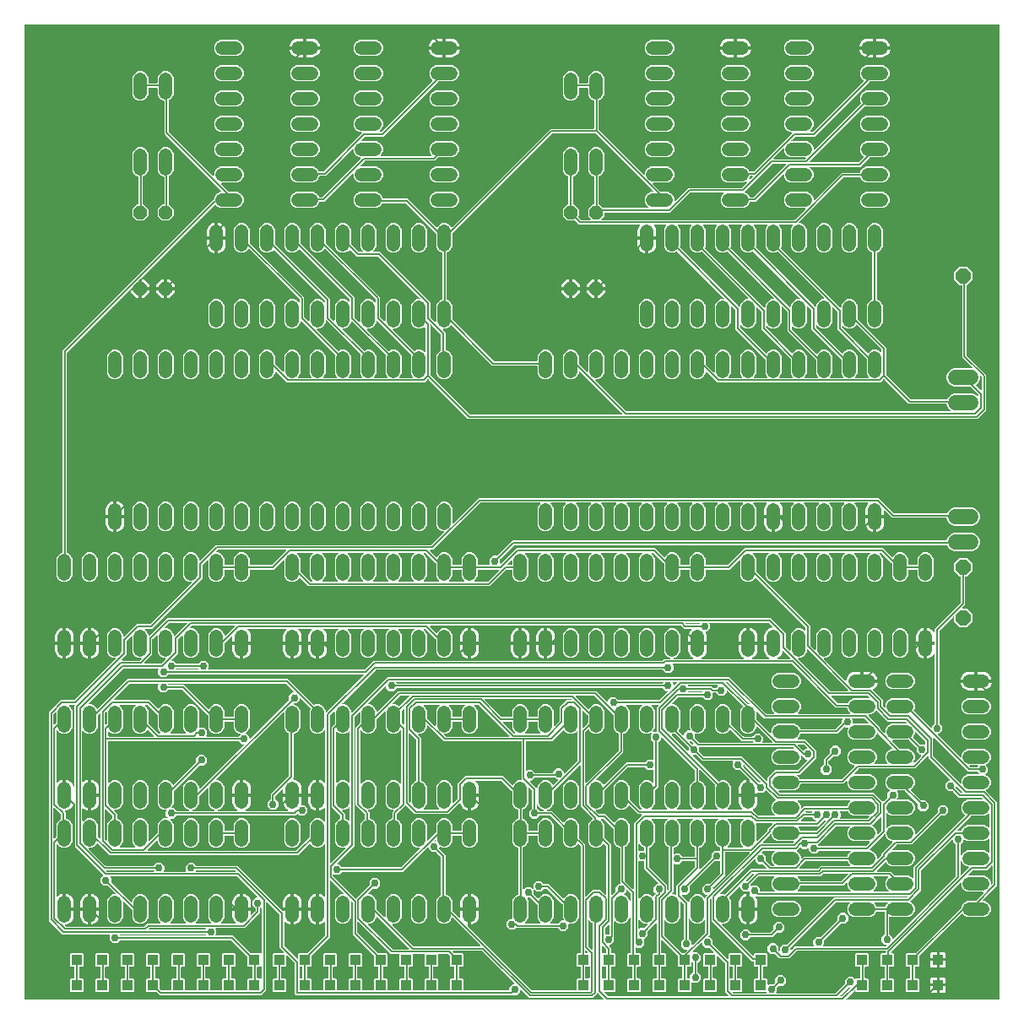
<source format=gbr>
G04 EAGLE Gerber RS-274X export*
G75*
%MOMM*%
%FSLAX34Y34*%
%LPD*%
%INTop Copper*%
%IPPOS*%
%AMOC8*
5,1,8,0,0,1.08239X$1,22.5*%
G01*
%ADD10C,1.320800*%
%ADD11P,1.649562X8X22.500000*%
%ADD12C,1.524000*%
%ADD13P,1.429621X8X112.500000*%
%ADD14R,1.058000X1.058000*%
%ADD15C,0.152400*%
%ADD16C,0.756400*%

G36*
X-539037Y23507D02*
X-539037Y23507D01*
X-538965Y23509D01*
X-538916Y23527D01*
X-538865Y23535D01*
X-538801Y23569D01*
X-538734Y23594D01*
X-538693Y23626D01*
X-538647Y23651D01*
X-538598Y23703D01*
X-538542Y23747D01*
X-538514Y23791D01*
X-538478Y23829D01*
X-538448Y23894D01*
X-538409Y23954D01*
X-538396Y24005D01*
X-538374Y24052D01*
X-538366Y24123D01*
X-538349Y24193D01*
X-538353Y24245D01*
X-538347Y24296D01*
X-538362Y24367D01*
X-538368Y24438D01*
X-538388Y24486D01*
X-538399Y24537D01*
X-538436Y24598D01*
X-538464Y24664D01*
X-538509Y24720D01*
X-538526Y24748D01*
X-538543Y24763D01*
X-538569Y24795D01*
X-543268Y29494D01*
X-543530Y29756D01*
X-543546Y29768D01*
X-543558Y29783D01*
X-543602Y29811D01*
X-543640Y29847D01*
X-543687Y29869D01*
X-543729Y29899D01*
X-543749Y29905D01*
X-543765Y29916D01*
X-543816Y29929D01*
X-543863Y29951D01*
X-543915Y29956D01*
X-543965Y29972D01*
X-543985Y29971D01*
X-544004Y29976D01*
X-544055Y29972D01*
X-544107Y29978D01*
X-544158Y29967D01*
X-544210Y29965D01*
X-544229Y29958D01*
X-544249Y29957D01*
X-544297Y29937D01*
X-544348Y29926D01*
X-544393Y29899D01*
X-544441Y29881D01*
X-544457Y29868D01*
X-544475Y29861D01*
X-544531Y29816D01*
X-544559Y29799D01*
X-544574Y29781D01*
X-544606Y29756D01*
X-549217Y25145D01*
X-613595Y25145D01*
X-615158Y26708D01*
X-621282Y32832D01*
X-621340Y32874D01*
X-621392Y32923D01*
X-621439Y32945D01*
X-621481Y32975D01*
X-621550Y32996D01*
X-621615Y33027D01*
X-621667Y33032D01*
X-621717Y33048D01*
X-621788Y33046D01*
X-621859Y33054D01*
X-621910Y33043D01*
X-621962Y33041D01*
X-622030Y33017D01*
X-622100Y33002D01*
X-622145Y32975D01*
X-622193Y32957D01*
X-622249Y32912D01*
X-622311Y32875D01*
X-622345Y32836D01*
X-622385Y32803D01*
X-622424Y32743D01*
X-622471Y32688D01*
X-622490Y32640D01*
X-622518Y32596D01*
X-622536Y32527D01*
X-622563Y32460D01*
X-622571Y32389D01*
X-622579Y32358D01*
X-622577Y32334D01*
X-622581Y32294D01*
X-622581Y31330D01*
X-625690Y28221D01*
X-629645Y28221D01*
X-629736Y28207D01*
X-629826Y28199D01*
X-629841Y28193D01*
X-846767Y28193D01*
X-848107Y29533D01*
X-848107Y59697D01*
X-848121Y59788D01*
X-848129Y59878D01*
X-848141Y59908D01*
X-848146Y59940D01*
X-848189Y60021D01*
X-848225Y60105D01*
X-848251Y60137D01*
X-848262Y60158D01*
X-848285Y60180D01*
X-848330Y60236D01*
X-855486Y67392D01*
X-855544Y67434D01*
X-855596Y67483D01*
X-855643Y67505D01*
X-855685Y67535D01*
X-855754Y67556D01*
X-855819Y67587D01*
X-855871Y67592D01*
X-855921Y67608D01*
X-855992Y67606D01*
X-856063Y67614D01*
X-856114Y67603D01*
X-856166Y67601D01*
X-856234Y67577D01*
X-856304Y67562D01*
X-856349Y67535D01*
X-856397Y67517D01*
X-856453Y67472D01*
X-856515Y67435D01*
X-856549Y67396D01*
X-856589Y67363D01*
X-856628Y67303D01*
X-856675Y67248D01*
X-856694Y67200D01*
X-856722Y67156D01*
X-856740Y67087D01*
X-856767Y67020D01*
X-856775Y66949D01*
X-856783Y66918D01*
X-856781Y66894D01*
X-856785Y66854D01*
X-856785Y57578D01*
X-857678Y56685D01*
X-861060Y56685D01*
X-861080Y56682D01*
X-861099Y56684D01*
X-861201Y56662D01*
X-861303Y56646D01*
X-861320Y56636D01*
X-861340Y56632D01*
X-861429Y56579D01*
X-861520Y56530D01*
X-861534Y56516D01*
X-861551Y56506D01*
X-861618Y56427D01*
X-861690Y56352D01*
X-861698Y56334D01*
X-861711Y56319D01*
X-861750Y56223D01*
X-861793Y56129D01*
X-861795Y56109D01*
X-861803Y56091D01*
X-861821Y55924D01*
X-861821Y45676D01*
X-861818Y45656D01*
X-861820Y45637D01*
X-861798Y45535D01*
X-861782Y45433D01*
X-861772Y45416D01*
X-861768Y45396D01*
X-861715Y45307D01*
X-861666Y45216D01*
X-861652Y45202D01*
X-861642Y45185D01*
X-861563Y45118D01*
X-861488Y45046D01*
X-861470Y45038D01*
X-861455Y45025D01*
X-861359Y44986D01*
X-861265Y44943D01*
X-861245Y44941D01*
X-861227Y44933D01*
X-861060Y44915D01*
X-857678Y44915D01*
X-856785Y44022D01*
X-856785Y32178D01*
X-857678Y31285D01*
X-869522Y31285D01*
X-870415Y32178D01*
X-870415Y44022D01*
X-869522Y44915D01*
X-867156Y44915D01*
X-867136Y44918D01*
X-867117Y44916D01*
X-867015Y44938D01*
X-866913Y44954D01*
X-866896Y44964D01*
X-866876Y44968D01*
X-866787Y45021D01*
X-866696Y45070D01*
X-866682Y45084D01*
X-866665Y45094D01*
X-866598Y45173D01*
X-866526Y45248D01*
X-866518Y45266D01*
X-866505Y45281D01*
X-866466Y45377D01*
X-866423Y45471D01*
X-866421Y45491D01*
X-866413Y45509D01*
X-866395Y45676D01*
X-866395Y55924D01*
X-866398Y55944D01*
X-866396Y55963D01*
X-866418Y56065D01*
X-866434Y56167D01*
X-866444Y56184D01*
X-866448Y56204D01*
X-866501Y56293D01*
X-866550Y56384D01*
X-866564Y56398D01*
X-866574Y56415D01*
X-866653Y56482D01*
X-866728Y56554D01*
X-866746Y56562D01*
X-866761Y56575D01*
X-866857Y56614D01*
X-866951Y56657D01*
X-866971Y56659D01*
X-866989Y56667D01*
X-867156Y56685D01*
X-869522Y56685D01*
X-870415Y57578D01*
X-870415Y69422D01*
X-869522Y70315D01*
X-860246Y70315D01*
X-860176Y70326D01*
X-860104Y70328D01*
X-860055Y70346D01*
X-860004Y70354D01*
X-859940Y70388D01*
X-859873Y70413D01*
X-859832Y70445D01*
X-859786Y70470D01*
X-859737Y70522D01*
X-859681Y70566D01*
X-859653Y70610D01*
X-859617Y70648D01*
X-859587Y70713D01*
X-859548Y70773D01*
X-859535Y70824D01*
X-859513Y70871D01*
X-859505Y70942D01*
X-859488Y71012D01*
X-859492Y71064D01*
X-859486Y71115D01*
X-859501Y71186D01*
X-859507Y71257D01*
X-859527Y71305D01*
X-859538Y71356D01*
X-859575Y71417D01*
X-859603Y71483D01*
X-859648Y71539D01*
X-859665Y71567D01*
X-859682Y71582D01*
X-859708Y71614D01*
X-863347Y75253D01*
X-863347Y108465D01*
X-863361Y108556D01*
X-863369Y108646D01*
X-863381Y108676D01*
X-863386Y108708D01*
X-863429Y108789D01*
X-863465Y108873D01*
X-863491Y108905D01*
X-863502Y108926D01*
X-863525Y108948D01*
X-863570Y109004D01*
X-875762Y121196D01*
X-875820Y121238D01*
X-875872Y121287D01*
X-875919Y121309D01*
X-875961Y121339D01*
X-876030Y121360D01*
X-876095Y121391D01*
X-876147Y121396D01*
X-876197Y121412D01*
X-876268Y121410D01*
X-876339Y121418D01*
X-876390Y121407D01*
X-876442Y121405D01*
X-876510Y121381D01*
X-876580Y121366D01*
X-876625Y121339D01*
X-876673Y121321D01*
X-876729Y121276D01*
X-876791Y121239D01*
X-876825Y121200D01*
X-876865Y121167D01*
X-876904Y121107D01*
X-876951Y121052D01*
X-876970Y121004D01*
X-876998Y120960D01*
X-877016Y120891D01*
X-877043Y120824D01*
X-877051Y120753D01*
X-877059Y120722D01*
X-877057Y120698D01*
X-877061Y120658D01*
X-877061Y32581D01*
X-881449Y28193D01*
X-983927Y28193D01*
X-986796Y31062D01*
X-986870Y31115D01*
X-986940Y31175D01*
X-986970Y31187D01*
X-986996Y31206D01*
X-987083Y31233D01*
X-987168Y31267D01*
X-987209Y31271D01*
X-987231Y31278D01*
X-987263Y31277D01*
X-987335Y31285D01*
X-996522Y31285D01*
X-997415Y32178D01*
X-997415Y44022D01*
X-996522Y44915D01*
X-993648Y44915D01*
X-993628Y44918D01*
X-993609Y44916D01*
X-993507Y44938D01*
X-993405Y44954D01*
X-993388Y44964D01*
X-993368Y44968D01*
X-993279Y45021D01*
X-993188Y45070D01*
X-993174Y45084D01*
X-993157Y45094D01*
X-993090Y45173D01*
X-993018Y45248D01*
X-993010Y45266D01*
X-992997Y45281D01*
X-992958Y45377D01*
X-992915Y45471D01*
X-992913Y45491D01*
X-992905Y45509D01*
X-992887Y45676D01*
X-992887Y55924D01*
X-992890Y55944D01*
X-992888Y55963D01*
X-992910Y56065D01*
X-992926Y56167D01*
X-992936Y56184D01*
X-992940Y56204D01*
X-992993Y56293D01*
X-993042Y56384D01*
X-993056Y56398D01*
X-993066Y56415D01*
X-993145Y56482D01*
X-993220Y56554D01*
X-993238Y56562D01*
X-993253Y56575D01*
X-993349Y56614D01*
X-993443Y56657D01*
X-993463Y56659D01*
X-993481Y56667D01*
X-993648Y56685D01*
X-996522Y56685D01*
X-997415Y57578D01*
X-997415Y69422D01*
X-996522Y70315D01*
X-984678Y70315D01*
X-983785Y69422D01*
X-983785Y57578D01*
X-984678Y56685D01*
X-987552Y56685D01*
X-987572Y56682D01*
X-987591Y56684D01*
X-987693Y56662D01*
X-987795Y56646D01*
X-987812Y56636D01*
X-987832Y56632D01*
X-987921Y56579D01*
X-988012Y56530D01*
X-988026Y56516D01*
X-988043Y56506D01*
X-988110Y56427D01*
X-988182Y56352D01*
X-988190Y56334D01*
X-988203Y56319D01*
X-988242Y56223D01*
X-988285Y56129D01*
X-988287Y56109D01*
X-988295Y56091D01*
X-988313Y55924D01*
X-988313Y45676D01*
X-988310Y45656D01*
X-988312Y45637D01*
X-988290Y45535D01*
X-988274Y45433D01*
X-988264Y45416D01*
X-988260Y45396D01*
X-988207Y45307D01*
X-988158Y45216D01*
X-988144Y45202D01*
X-988134Y45185D01*
X-988055Y45118D01*
X-987980Y45046D01*
X-987962Y45038D01*
X-987947Y45025D01*
X-987851Y44986D01*
X-987757Y44943D01*
X-987737Y44941D01*
X-987719Y44933D01*
X-987552Y44915D01*
X-984678Y44915D01*
X-983785Y44022D01*
X-983785Y34835D01*
X-983771Y34744D01*
X-983763Y34654D01*
X-983751Y34624D01*
X-983746Y34592D01*
X-983703Y34511D01*
X-983667Y34427D01*
X-983641Y34395D01*
X-983630Y34374D01*
X-983607Y34352D01*
X-983562Y34296D01*
X-982256Y32990D01*
X-982182Y32937D01*
X-982112Y32877D01*
X-982082Y32865D01*
X-982056Y32846D01*
X-981969Y32819D01*
X-981884Y32785D01*
X-981843Y32781D01*
X-981821Y32774D01*
X-981789Y32775D01*
X-981717Y32767D01*
X-972776Y32767D01*
X-972756Y32770D01*
X-972737Y32768D01*
X-972635Y32790D01*
X-972533Y32806D01*
X-972516Y32816D01*
X-972496Y32820D01*
X-972407Y32873D01*
X-972316Y32922D01*
X-972302Y32936D01*
X-972285Y32946D01*
X-972218Y33025D01*
X-972146Y33100D01*
X-972138Y33118D01*
X-972125Y33133D01*
X-972086Y33229D01*
X-972043Y33323D01*
X-972041Y33343D01*
X-972033Y33361D01*
X-972015Y33528D01*
X-972015Y44022D01*
X-971122Y44915D01*
X-967740Y44915D01*
X-967720Y44918D01*
X-967701Y44916D01*
X-967599Y44938D01*
X-967497Y44954D01*
X-967480Y44964D01*
X-967460Y44968D01*
X-967371Y45021D01*
X-967280Y45070D01*
X-967266Y45084D01*
X-967249Y45094D01*
X-967182Y45173D01*
X-967110Y45248D01*
X-967102Y45266D01*
X-967089Y45281D01*
X-967050Y45377D01*
X-967007Y45471D01*
X-967005Y45491D01*
X-966997Y45509D01*
X-966979Y45676D01*
X-966979Y55924D01*
X-966982Y55944D01*
X-966980Y55963D01*
X-967002Y56065D01*
X-967018Y56167D01*
X-967028Y56184D01*
X-967032Y56204D01*
X-967085Y56293D01*
X-967134Y56384D01*
X-967148Y56398D01*
X-967158Y56415D01*
X-967237Y56482D01*
X-967312Y56554D01*
X-967330Y56562D01*
X-967345Y56575D01*
X-967441Y56614D01*
X-967535Y56657D01*
X-967555Y56659D01*
X-967573Y56667D01*
X-967740Y56685D01*
X-971122Y56685D01*
X-972015Y57578D01*
X-972015Y69422D01*
X-971122Y70315D01*
X-959278Y70315D01*
X-958385Y69422D01*
X-958385Y57578D01*
X-959278Y56685D01*
X-961644Y56685D01*
X-961664Y56682D01*
X-961683Y56684D01*
X-961785Y56662D01*
X-961887Y56646D01*
X-961904Y56636D01*
X-961924Y56632D01*
X-962013Y56579D01*
X-962104Y56530D01*
X-962118Y56516D01*
X-962135Y56506D01*
X-962202Y56427D01*
X-962274Y56352D01*
X-962282Y56334D01*
X-962295Y56319D01*
X-962334Y56223D01*
X-962377Y56129D01*
X-962379Y56109D01*
X-962387Y56091D01*
X-962405Y55924D01*
X-962405Y45676D01*
X-962402Y45656D01*
X-962404Y45637D01*
X-962382Y45535D01*
X-962366Y45433D01*
X-962356Y45416D01*
X-962352Y45396D01*
X-962299Y45307D01*
X-962250Y45216D01*
X-962236Y45202D01*
X-962226Y45185D01*
X-962147Y45118D01*
X-962072Y45046D01*
X-962054Y45038D01*
X-962039Y45025D01*
X-961943Y44986D01*
X-961849Y44943D01*
X-961829Y44941D01*
X-961811Y44933D01*
X-961644Y44915D01*
X-959278Y44915D01*
X-958385Y44022D01*
X-958385Y33528D01*
X-958382Y33508D01*
X-958384Y33489D01*
X-958362Y33387D01*
X-958346Y33285D01*
X-958336Y33268D01*
X-958332Y33248D01*
X-958279Y33159D01*
X-958230Y33068D01*
X-958216Y33054D01*
X-958206Y33037D01*
X-958127Y32970D01*
X-958052Y32898D01*
X-958034Y32890D01*
X-958019Y32877D01*
X-957923Y32838D01*
X-957829Y32795D01*
X-957809Y32793D01*
X-957791Y32785D01*
X-957624Y32767D01*
X-947376Y32767D01*
X-947356Y32770D01*
X-947337Y32768D01*
X-947235Y32790D01*
X-947133Y32806D01*
X-947116Y32816D01*
X-947096Y32820D01*
X-947007Y32873D01*
X-946916Y32922D01*
X-946902Y32936D01*
X-946885Y32946D01*
X-946818Y33025D01*
X-946746Y33100D01*
X-946738Y33118D01*
X-946725Y33133D01*
X-946686Y33229D01*
X-946643Y33323D01*
X-946641Y33343D01*
X-946633Y33361D01*
X-946615Y33528D01*
X-946615Y44022D01*
X-945722Y44915D01*
X-943356Y44915D01*
X-943336Y44918D01*
X-943317Y44916D01*
X-943215Y44938D01*
X-943113Y44954D01*
X-943096Y44964D01*
X-943076Y44968D01*
X-942987Y45021D01*
X-942896Y45070D01*
X-942882Y45084D01*
X-942865Y45094D01*
X-942798Y45173D01*
X-942726Y45248D01*
X-942718Y45266D01*
X-942705Y45281D01*
X-942666Y45377D01*
X-942623Y45471D01*
X-942621Y45491D01*
X-942613Y45509D01*
X-942595Y45676D01*
X-942595Y55924D01*
X-942598Y55944D01*
X-942596Y55963D01*
X-942618Y56065D01*
X-942634Y56167D01*
X-942644Y56184D01*
X-942648Y56204D01*
X-942701Y56293D01*
X-942750Y56384D01*
X-942764Y56398D01*
X-942774Y56415D01*
X-942853Y56482D01*
X-942928Y56554D01*
X-942946Y56562D01*
X-942961Y56575D01*
X-943057Y56614D01*
X-943151Y56657D01*
X-943171Y56659D01*
X-943189Y56667D01*
X-943356Y56685D01*
X-945722Y56685D01*
X-946615Y57578D01*
X-946615Y69422D01*
X-945722Y70315D01*
X-933878Y70315D01*
X-932985Y69422D01*
X-932985Y57578D01*
X-933878Y56685D01*
X-937260Y56685D01*
X-937280Y56682D01*
X-937299Y56684D01*
X-937401Y56662D01*
X-937503Y56646D01*
X-937520Y56636D01*
X-937540Y56632D01*
X-937629Y56579D01*
X-937720Y56530D01*
X-937734Y56516D01*
X-937751Y56506D01*
X-937818Y56427D01*
X-937890Y56352D01*
X-937898Y56334D01*
X-937911Y56319D01*
X-937950Y56223D01*
X-937993Y56129D01*
X-937995Y56109D01*
X-938003Y56091D01*
X-938021Y55924D01*
X-938021Y45676D01*
X-938018Y45656D01*
X-938020Y45637D01*
X-937998Y45535D01*
X-937982Y45433D01*
X-937972Y45416D01*
X-937968Y45396D01*
X-937915Y45307D01*
X-937866Y45216D01*
X-937852Y45202D01*
X-937842Y45185D01*
X-937763Y45118D01*
X-937688Y45046D01*
X-937670Y45038D01*
X-937655Y45025D01*
X-937559Y44986D01*
X-937465Y44943D01*
X-937445Y44941D01*
X-937427Y44933D01*
X-937260Y44915D01*
X-933878Y44915D01*
X-932985Y44022D01*
X-932985Y33528D01*
X-932982Y33508D01*
X-932984Y33489D01*
X-932962Y33387D01*
X-932946Y33285D01*
X-932936Y33268D01*
X-932932Y33248D01*
X-932879Y33159D01*
X-932830Y33068D01*
X-932816Y33054D01*
X-932806Y33037D01*
X-932727Y32970D01*
X-932652Y32898D01*
X-932634Y32890D01*
X-932619Y32877D01*
X-932523Y32838D01*
X-932429Y32795D01*
X-932409Y32793D01*
X-932391Y32785D01*
X-932224Y32767D01*
X-921976Y32767D01*
X-921956Y32770D01*
X-921937Y32768D01*
X-921835Y32790D01*
X-921733Y32806D01*
X-921716Y32816D01*
X-921696Y32820D01*
X-921607Y32873D01*
X-921516Y32922D01*
X-921502Y32936D01*
X-921485Y32946D01*
X-921418Y33025D01*
X-921346Y33100D01*
X-921338Y33118D01*
X-921325Y33133D01*
X-921286Y33229D01*
X-921243Y33323D01*
X-921241Y33343D01*
X-921233Y33361D01*
X-921215Y33528D01*
X-921215Y44022D01*
X-920322Y44915D01*
X-917448Y44915D01*
X-917428Y44918D01*
X-917409Y44916D01*
X-917307Y44938D01*
X-917205Y44954D01*
X-917188Y44964D01*
X-917168Y44968D01*
X-917079Y45021D01*
X-916988Y45070D01*
X-916974Y45084D01*
X-916957Y45094D01*
X-916890Y45173D01*
X-916818Y45248D01*
X-916810Y45266D01*
X-916797Y45281D01*
X-916758Y45377D01*
X-916715Y45471D01*
X-916713Y45491D01*
X-916705Y45509D01*
X-916687Y45676D01*
X-916687Y55924D01*
X-916690Y55944D01*
X-916688Y55963D01*
X-916710Y56065D01*
X-916726Y56167D01*
X-916736Y56184D01*
X-916740Y56204D01*
X-916793Y56293D01*
X-916842Y56384D01*
X-916856Y56398D01*
X-916866Y56415D01*
X-916945Y56482D01*
X-917020Y56554D01*
X-917038Y56562D01*
X-917053Y56575D01*
X-917149Y56614D01*
X-917243Y56657D01*
X-917263Y56659D01*
X-917281Y56667D01*
X-917448Y56685D01*
X-920322Y56685D01*
X-921215Y57578D01*
X-921215Y69422D01*
X-920322Y70315D01*
X-908478Y70315D01*
X-907585Y69422D01*
X-907585Y57578D01*
X-908478Y56685D01*
X-911352Y56685D01*
X-911372Y56682D01*
X-911391Y56684D01*
X-911493Y56662D01*
X-911595Y56646D01*
X-911612Y56636D01*
X-911632Y56632D01*
X-911721Y56579D01*
X-911812Y56530D01*
X-911826Y56516D01*
X-911843Y56506D01*
X-911910Y56427D01*
X-911982Y56352D01*
X-911990Y56334D01*
X-912003Y56319D01*
X-912042Y56223D01*
X-912085Y56129D01*
X-912087Y56109D01*
X-912095Y56091D01*
X-912113Y55924D01*
X-912113Y45676D01*
X-912110Y45656D01*
X-912112Y45637D01*
X-912090Y45535D01*
X-912074Y45433D01*
X-912064Y45416D01*
X-912060Y45396D01*
X-912007Y45307D01*
X-911958Y45216D01*
X-911944Y45202D01*
X-911934Y45185D01*
X-911855Y45118D01*
X-911780Y45046D01*
X-911762Y45038D01*
X-911747Y45025D01*
X-911651Y44986D01*
X-911557Y44943D01*
X-911537Y44941D01*
X-911519Y44933D01*
X-911352Y44915D01*
X-908478Y44915D01*
X-907585Y44022D01*
X-907585Y33528D01*
X-907582Y33508D01*
X-907584Y33489D01*
X-907562Y33387D01*
X-907546Y33285D01*
X-907536Y33268D01*
X-907532Y33248D01*
X-907479Y33159D01*
X-907430Y33068D01*
X-907416Y33054D01*
X-907406Y33037D01*
X-907327Y32970D01*
X-907252Y32898D01*
X-907234Y32890D01*
X-907219Y32877D01*
X-907123Y32838D01*
X-907029Y32795D01*
X-907009Y32793D01*
X-906991Y32785D01*
X-906824Y32767D01*
X-896576Y32767D01*
X-896556Y32770D01*
X-896537Y32768D01*
X-896435Y32790D01*
X-896333Y32806D01*
X-896316Y32816D01*
X-896296Y32820D01*
X-896207Y32873D01*
X-896116Y32922D01*
X-896102Y32936D01*
X-896085Y32946D01*
X-896018Y33025D01*
X-895946Y33100D01*
X-895938Y33118D01*
X-895925Y33133D01*
X-895886Y33229D01*
X-895843Y33323D01*
X-895841Y33343D01*
X-895833Y33361D01*
X-895815Y33528D01*
X-895815Y44022D01*
X-894922Y44915D01*
X-891540Y44915D01*
X-891520Y44918D01*
X-891501Y44916D01*
X-891399Y44938D01*
X-891297Y44954D01*
X-891280Y44964D01*
X-891260Y44968D01*
X-891171Y45021D01*
X-891080Y45070D01*
X-891066Y45084D01*
X-891049Y45094D01*
X-890982Y45173D01*
X-890910Y45248D01*
X-890902Y45266D01*
X-890889Y45281D01*
X-890850Y45377D01*
X-890807Y45471D01*
X-890805Y45491D01*
X-890797Y45509D01*
X-890779Y45676D01*
X-890779Y55924D01*
X-890782Y55944D01*
X-890780Y55963D01*
X-890802Y56065D01*
X-890818Y56167D01*
X-890828Y56184D01*
X-890832Y56204D01*
X-890885Y56293D01*
X-890934Y56384D01*
X-890948Y56398D01*
X-890958Y56415D01*
X-891037Y56482D01*
X-891112Y56554D01*
X-891130Y56562D01*
X-891145Y56575D01*
X-891241Y56614D01*
X-891335Y56657D01*
X-891355Y56659D01*
X-891373Y56667D01*
X-891540Y56685D01*
X-894922Y56685D01*
X-895815Y57578D01*
X-895815Y66258D01*
X-895829Y66348D01*
X-895837Y66439D01*
X-895849Y66468D01*
X-895854Y66500D01*
X-895897Y66581D01*
X-895933Y66665D01*
X-895959Y66697D01*
X-895970Y66718D01*
X-895993Y66740D01*
X-896038Y66796D01*
X-912076Y82834D01*
X-912150Y82887D01*
X-912220Y82947D01*
X-912250Y82959D01*
X-912276Y82978D01*
X-912363Y83005D01*
X-912448Y83039D01*
X-912489Y83043D01*
X-912511Y83050D01*
X-912543Y83049D01*
X-912615Y83057D01*
X-1023167Y83057D01*
X-1023257Y83043D01*
X-1023348Y83035D01*
X-1023377Y83023D01*
X-1023409Y83018D01*
X-1023490Y82975D01*
X-1023574Y82939D01*
X-1023606Y82913D01*
X-1023627Y82902D01*
X-1023649Y82879D01*
X-1023705Y82834D01*
X-1026502Y80037D01*
X-1030898Y80037D01*
X-1034007Y83146D01*
X-1034007Y87542D01*
X-1033695Y87854D01*
X-1033653Y87912D01*
X-1033604Y87964D01*
X-1033582Y88011D01*
X-1033552Y88053D01*
X-1033530Y88122D01*
X-1033500Y88187D01*
X-1033495Y88239D01*
X-1033479Y88289D01*
X-1033481Y88360D01*
X-1033473Y88431D01*
X-1033484Y88482D01*
X-1033486Y88534D01*
X-1033510Y88602D01*
X-1033525Y88672D01*
X-1033552Y88717D01*
X-1033570Y88765D01*
X-1033615Y88821D01*
X-1033652Y88883D01*
X-1033691Y88917D01*
X-1033724Y88957D01*
X-1033784Y88996D01*
X-1033839Y89043D01*
X-1033887Y89062D01*
X-1033931Y89090D01*
X-1034000Y89108D01*
X-1034067Y89135D01*
X-1034138Y89143D01*
X-1034169Y89151D01*
X-1034192Y89149D01*
X-1034233Y89153D01*
X-1081463Y89153D01*
X-1094995Y102685D01*
X-1094995Y311843D01*
X-1082987Y323851D01*
X-1069587Y323851D01*
X-1069496Y323865D01*
X-1069406Y323873D01*
X-1069376Y323885D01*
X-1069344Y323890D01*
X-1069263Y323933D01*
X-1069179Y323969D01*
X-1069147Y323995D01*
X-1069126Y324006D01*
X-1069104Y324029D01*
X-1069048Y324074D01*
X-1028154Y364968D01*
X-1028112Y365026D01*
X-1028063Y365078D01*
X-1028041Y365125D01*
X-1028011Y365167D01*
X-1027990Y365236D01*
X-1027959Y365301D01*
X-1027954Y365353D01*
X-1027938Y365403D01*
X-1027940Y365474D01*
X-1027932Y365545D01*
X-1027943Y365596D01*
X-1027945Y365648D01*
X-1027969Y365716D01*
X-1027984Y365786D01*
X-1028011Y365831D01*
X-1028029Y365879D01*
X-1028074Y365935D01*
X-1028111Y365997D01*
X-1028150Y366031D01*
X-1028183Y366071D01*
X-1028243Y366110D01*
X-1028298Y366157D01*
X-1028346Y366176D01*
X-1028390Y366204D01*
X-1028459Y366222D01*
X-1028526Y366249D01*
X-1028597Y366257D01*
X-1028628Y366265D01*
X-1028652Y366263D01*
X-1028692Y366267D01*
X-1030317Y366267D01*
X-1033305Y367505D01*
X-1035591Y369791D01*
X-1036829Y372779D01*
X-1036829Y389221D01*
X-1035591Y392209D01*
X-1033305Y394495D01*
X-1030317Y395733D01*
X-1027083Y395733D01*
X-1024095Y394495D01*
X-1021809Y392209D01*
X-1020571Y389221D01*
X-1020571Y388104D01*
X-1020570Y388097D01*
X-1020570Y388095D01*
X-1020568Y388085D01*
X-1020560Y388034D01*
X-1020558Y387962D01*
X-1020540Y387913D01*
X-1020532Y387862D01*
X-1020498Y387798D01*
X-1020473Y387731D01*
X-1020441Y387690D01*
X-1020416Y387644D01*
X-1020365Y387595D01*
X-1020320Y387539D01*
X-1020276Y387511D01*
X-1020238Y387475D01*
X-1020173Y387445D01*
X-1020113Y387406D01*
X-1020062Y387393D01*
X-1020015Y387371D01*
X-1019944Y387363D01*
X-1019874Y387346D01*
X-1019822Y387350D01*
X-1019771Y387344D01*
X-1019700Y387359D01*
X-1019629Y387365D01*
X-1019581Y387385D01*
X-1019530Y387396D01*
X-1019469Y387433D01*
X-1019403Y387461D01*
X-1019347Y387506D01*
X-1019319Y387523D01*
X-1019304Y387540D01*
X-1019272Y387566D01*
X-1008350Y398488D01*
X-1006787Y400051D01*
X-993387Y400051D01*
X-993296Y400065D01*
X-993206Y400073D01*
X-993176Y400085D01*
X-993144Y400090D01*
X-993063Y400133D01*
X-992979Y400169D01*
X-992947Y400195D01*
X-992926Y400206D01*
X-992904Y400229D01*
X-992848Y400274D01*
X-951954Y441168D01*
X-951912Y441226D01*
X-951863Y441278D01*
X-951841Y441325D01*
X-951811Y441367D01*
X-951790Y441436D01*
X-951759Y441501D01*
X-951754Y441553D01*
X-951738Y441603D01*
X-951740Y441674D01*
X-951732Y441745D01*
X-951743Y441796D01*
X-951745Y441848D01*
X-951769Y441916D01*
X-951784Y441986D01*
X-951811Y442031D01*
X-951829Y442079D01*
X-951874Y442135D01*
X-951911Y442197D01*
X-951950Y442231D01*
X-951983Y442271D01*
X-952043Y442310D01*
X-952098Y442357D01*
X-952146Y442376D01*
X-952190Y442404D01*
X-952259Y442422D01*
X-952326Y442449D01*
X-952397Y442457D01*
X-952428Y442465D01*
X-952452Y442463D01*
X-952492Y442467D01*
X-954117Y442467D01*
X-957105Y443705D01*
X-959391Y445991D01*
X-960629Y448979D01*
X-960629Y465421D01*
X-959391Y468409D01*
X-957105Y470695D01*
X-954117Y471933D01*
X-950883Y471933D01*
X-947895Y470695D01*
X-945609Y468409D01*
X-944371Y465421D01*
X-944371Y464304D01*
X-944360Y464234D01*
X-944358Y464162D01*
X-944340Y464113D01*
X-944332Y464062D01*
X-944298Y463998D01*
X-944273Y463931D01*
X-944241Y463890D01*
X-944216Y463844D01*
X-944164Y463795D01*
X-944120Y463739D01*
X-944076Y463711D01*
X-944038Y463675D01*
X-943973Y463645D01*
X-943913Y463606D01*
X-943862Y463593D01*
X-943815Y463571D01*
X-943744Y463563D01*
X-943674Y463546D01*
X-943622Y463550D01*
X-943571Y463544D01*
X-943500Y463559D01*
X-943429Y463565D01*
X-943381Y463585D01*
X-943330Y463596D01*
X-943269Y463633D01*
X-943203Y463661D01*
X-943147Y463706D01*
X-943119Y463723D01*
X-943104Y463740D01*
X-943072Y463766D01*
X-927539Y479299D01*
X-711447Y479299D01*
X-711356Y479313D01*
X-711266Y479321D01*
X-711236Y479333D01*
X-711204Y479338D01*
X-711123Y479381D01*
X-711039Y479417D01*
X-711007Y479443D01*
X-710986Y479454D01*
X-710964Y479477D01*
X-710908Y479522D01*
X-698462Y491968D01*
X-698420Y492026D01*
X-698371Y492078D01*
X-698349Y492125D01*
X-698319Y492167D01*
X-698298Y492236D01*
X-698267Y492301D01*
X-698262Y492353D01*
X-698246Y492403D01*
X-698248Y492474D01*
X-698240Y492545D01*
X-698251Y492596D01*
X-698253Y492648D01*
X-698277Y492716D01*
X-698292Y492786D01*
X-698319Y492831D01*
X-698337Y492879D01*
X-698382Y492935D01*
X-698419Y492997D01*
X-698458Y493031D01*
X-698491Y493071D01*
X-698551Y493110D01*
X-698606Y493157D01*
X-698654Y493176D01*
X-698698Y493204D01*
X-698767Y493222D01*
X-698834Y493249D01*
X-698905Y493257D01*
X-698936Y493265D01*
X-698960Y493263D01*
X-699000Y493267D01*
X-700117Y493267D01*
X-703105Y494505D01*
X-705391Y496791D01*
X-706629Y499779D01*
X-706629Y516221D01*
X-705391Y519209D01*
X-703105Y521495D01*
X-700117Y522733D01*
X-696883Y522733D01*
X-693895Y521495D01*
X-691609Y519209D01*
X-690371Y516221D01*
X-690371Y501896D01*
X-690360Y501826D01*
X-690358Y501754D01*
X-690340Y501705D01*
X-690332Y501654D01*
X-690298Y501590D01*
X-690273Y501523D01*
X-690241Y501482D01*
X-690216Y501436D01*
X-690164Y501387D01*
X-690120Y501331D01*
X-690076Y501303D01*
X-690038Y501267D01*
X-689973Y501237D01*
X-689913Y501198D01*
X-689862Y501185D01*
X-689815Y501163D01*
X-689744Y501155D01*
X-689674Y501138D01*
X-689622Y501142D01*
X-689571Y501136D01*
X-689500Y501151D01*
X-689429Y501157D01*
X-689381Y501177D01*
X-689330Y501188D01*
X-689269Y501225D01*
X-689203Y501253D01*
X-689147Y501298D01*
X-689119Y501315D01*
X-689104Y501332D01*
X-689072Y501358D01*
X-663887Y526543D01*
X-262705Y526543D01*
X-247688Y511526D01*
X-247614Y511473D01*
X-247544Y511413D01*
X-247514Y511401D01*
X-247488Y511382D01*
X-247401Y511355D01*
X-247316Y511321D01*
X-247275Y511317D01*
X-247253Y511310D01*
X-247221Y511311D01*
X-247149Y511303D01*
X-194459Y511303D01*
X-194344Y511322D01*
X-194228Y511339D01*
X-194222Y511341D01*
X-194216Y511342D01*
X-194113Y511397D01*
X-194009Y511450D01*
X-194004Y511455D01*
X-193999Y511458D01*
X-193919Y511542D01*
X-193836Y511626D01*
X-193833Y511632D01*
X-193829Y511636D01*
X-193821Y511653D01*
X-193755Y511773D01*
X-193173Y513180D01*
X-190600Y515753D01*
X-187239Y517145D01*
X-168361Y517145D01*
X-165000Y515753D01*
X-162427Y513180D01*
X-161035Y509819D01*
X-161035Y506181D01*
X-162427Y502820D01*
X-165000Y500247D01*
X-168361Y498855D01*
X-187239Y498855D01*
X-190600Y500247D01*
X-193173Y502820D01*
X-194597Y506259D01*
X-194659Y506359D01*
X-194719Y506459D01*
X-194723Y506463D01*
X-194727Y506468D01*
X-194816Y506543D01*
X-194906Y506619D01*
X-194911Y506621D01*
X-194916Y506625D01*
X-195024Y506667D01*
X-195134Y506711D01*
X-195141Y506712D01*
X-195146Y506713D01*
X-195164Y506714D01*
X-195300Y506729D01*
X-249359Y506729D01*
X-256256Y513626D01*
X-256314Y513668D01*
X-256366Y513717D01*
X-256413Y513739D01*
X-256455Y513769D01*
X-256524Y513790D01*
X-256589Y513821D01*
X-256641Y513826D01*
X-256691Y513842D01*
X-256762Y513840D01*
X-256833Y513848D01*
X-256884Y513837D01*
X-256936Y513835D01*
X-257004Y513811D01*
X-257074Y513796D01*
X-257119Y513769D01*
X-257167Y513751D01*
X-257223Y513706D01*
X-257285Y513669D01*
X-257319Y513630D01*
X-257359Y513597D01*
X-257398Y513537D01*
X-257445Y513482D01*
X-257464Y513434D01*
X-257492Y513390D01*
X-257510Y513321D01*
X-257537Y513254D01*
X-257545Y513183D01*
X-257553Y513152D01*
X-257551Y513128D01*
X-257555Y513088D01*
X-257555Y509523D01*
X-265938Y509523D01*
X-265958Y509520D01*
X-265977Y509522D01*
X-266079Y509500D01*
X-266181Y509483D01*
X-266198Y509474D01*
X-266218Y509470D01*
X-266307Y509417D01*
X-266398Y509368D01*
X-266412Y509354D01*
X-266429Y509344D01*
X-266496Y509265D01*
X-266567Y509190D01*
X-266576Y509172D01*
X-266589Y509157D01*
X-266627Y509061D01*
X-266671Y508967D01*
X-266673Y508947D01*
X-266681Y508929D01*
X-266699Y508762D01*
X-266699Y507999D01*
X-266701Y507999D01*
X-266701Y508762D01*
X-266704Y508782D01*
X-266702Y508801D01*
X-266724Y508903D01*
X-266741Y509005D01*
X-266750Y509022D01*
X-266754Y509042D01*
X-266807Y509131D01*
X-266856Y509222D01*
X-266870Y509236D01*
X-266880Y509253D01*
X-266959Y509320D01*
X-267034Y509391D01*
X-267052Y509400D01*
X-267067Y509413D01*
X-267163Y509452D01*
X-267257Y509495D01*
X-267277Y509497D01*
X-267295Y509505D01*
X-267462Y509523D01*
X-275845Y509523D01*
X-275845Y515505D01*
X-275493Y517271D01*
X-274804Y518936D01*
X-273803Y520433D01*
X-273567Y520670D01*
X-273525Y520728D01*
X-273476Y520780D01*
X-273454Y520827D01*
X-273423Y520869D01*
X-273402Y520938D01*
X-273372Y521003D01*
X-273366Y521055D01*
X-273351Y521105D01*
X-273353Y521176D01*
X-273345Y521247D01*
X-273356Y521298D01*
X-273357Y521350D01*
X-273382Y521418D01*
X-273397Y521488D01*
X-273424Y521533D01*
X-273442Y521581D01*
X-273487Y521637D01*
X-273523Y521699D01*
X-273563Y521733D01*
X-273595Y521773D01*
X-273656Y521812D01*
X-273710Y521859D01*
X-273759Y521878D01*
X-273802Y521906D01*
X-273872Y521924D01*
X-273938Y521951D01*
X-274010Y521959D01*
X-274041Y521967D01*
X-274064Y521965D01*
X-274105Y521969D01*
X-286132Y521969D01*
X-286202Y521958D01*
X-286274Y521956D01*
X-286323Y521938D01*
X-286374Y521930D01*
X-286438Y521896D01*
X-286505Y521871D01*
X-286546Y521839D01*
X-286592Y521814D01*
X-286641Y521762D01*
X-286697Y521718D01*
X-286725Y521674D01*
X-286761Y521636D01*
X-286791Y521571D01*
X-286830Y521511D01*
X-286843Y521460D01*
X-286865Y521413D01*
X-286873Y521342D01*
X-286890Y521272D01*
X-286886Y521220D01*
X-286892Y521169D01*
X-286877Y521098D01*
X-286871Y521027D01*
X-286851Y520979D01*
X-286840Y520928D01*
X-286803Y520867D01*
X-286775Y520801D01*
X-286730Y520745D01*
X-286713Y520717D01*
X-286696Y520702D01*
X-286670Y520670D01*
X-285209Y519209D01*
X-283971Y516221D01*
X-283971Y499779D01*
X-285209Y496791D01*
X-287495Y494505D01*
X-290483Y493267D01*
X-293717Y493267D01*
X-296705Y494505D01*
X-298991Y496791D01*
X-300229Y499779D01*
X-300229Y516221D01*
X-298991Y519209D01*
X-297530Y520670D01*
X-297488Y520728D01*
X-297439Y520780D01*
X-297417Y520827D01*
X-297386Y520869D01*
X-297365Y520938D01*
X-297335Y521003D01*
X-297329Y521055D01*
X-297314Y521105D01*
X-297316Y521176D01*
X-297308Y521247D01*
X-297319Y521298D01*
X-297320Y521350D01*
X-297345Y521418D01*
X-297360Y521488D01*
X-297387Y521533D01*
X-297405Y521581D01*
X-297450Y521637D01*
X-297487Y521699D01*
X-297526Y521733D01*
X-297559Y521773D01*
X-297619Y521812D01*
X-297673Y521859D01*
X-297722Y521878D01*
X-297766Y521906D01*
X-297835Y521924D01*
X-297902Y521951D01*
X-297973Y521959D01*
X-298004Y521967D01*
X-298027Y521965D01*
X-298068Y521969D01*
X-311532Y521969D01*
X-311602Y521958D01*
X-311674Y521956D01*
X-311723Y521938D01*
X-311774Y521930D01*
X-311838Y521896D01*
X-311905Y521871D01*
X-311946Y521839D01*
X-311992Y521814D01*
X-312041Y521762D01*
X-312097Y521718D01*
X-312125Y521674D01*
X-312161Y521636D01*
X-312191Y521571D01*
X-312230Y521511D01*
X-312243Y521460D01*
X-312265Y521413D01*
X-312273Y521342D01*
X-312290Y521272D01*
X-312286Y521220D01*
X-312292Y521169D01*
X-312277Y521098D01*
X-312271Y521027D01*
X-312251Y520979D01*
X-312240Y520928D01*
X-312203Y520867D01*
X-312175Y520801D01*
X-312130Y520745D01*
X-312113Y520717D01*
X-312096Y520702D01*
X-312070Y520670D01*
X-310609Y519209D01*
X-309371Y516221D01*
X-309371Y499779D01*
X-310609Y496791D01*
X-312895Y494505D01*
X-315883Y493267D01*
X-319117Y493267D01*
X-322105Y494505D01*
X-324391Y496791D01*
X-325629Y499779D01*
X-325629Y516221D01*
X-324391Y519209D01*
X-322930Y520670D01*
X-322888Y520728D01*
X-322839Y520780D01*
X-322817Y520827D01*
X-322786Y520869D01*
X-322765Y520938D01*
X-322735Y521003D01*
X-322729Y521055D01*
X-322714Y521105D01*
X-322716Y521176D01*
X-322708Y521247D01*
X-322719Y521298D01*
X-322720Y521350D01*
X-322745Y521418D01*
X-322760Y521488D01*
X-322787Y521533D01*
X-322805Y521581D01*
X-322850Y521637D01*
X-322887Y521699D01*
X-322926Y521733D01*
X-322959Y521773D01*
X-323019Y521812D01*
X-323073Y521859D01*
X-323122Y521878D01*
X-323166Y521906D01*
X-323235Y521924D01*
X-323302Y521951D01*
X-323373Y521959D01*
X-323404Y521967D01*
X-323427Y521965D01*
X-323468Y521969D01*
X-336932Y521969D01*
X-337002Y521958D01*
X-337074Y521956D01*
X-337123Y521938D01*
X-337174Y521930D01*
X-337238Y521896D01*
X-337305Y521871D01*
X-337346Y521839D01*
X-337392Y521814D01*
X-337441Y521762D01*
X-337497Y521718D01*
X-337525Y521674D01*
X-337561Y521636D01*
X-337591Y521571D01*
X-337630Y521511D01*
X-337643Y521460D01*
X-337665Y521413D01*
X-337673Y521342D01*
X-337690Y521272D01*
X-337686Y521220D01*
X-337692Y521169D01*
X-337677Y521098D01*
X-337671Y521027D01*
X-337651Y520979D01*
X-337640Y520928D01*
X-337603Y520867D01*
X-337575Y520801D01*
X-337530Y520745D01*
X-337513Y520717D01*
X-337496Y520702D01*
X-337470Y520670D01*
X-336009Y519209D01*
X-334771Y516221D01*
X-334771Y499779D01*
X-336009Y496791D01*
X-338295Y494505D01*
X-341283Y493267D01*
X-344517Y493267D01*
X-347505Y494505D01*
X-349791Y496791D01*
X-351029Y499779D01*
X-351029Y516221D01*
X-349791Y519209D01*
X-348330Y520670D01*
X-348288Y520728D01*
X-348239Y520780D01*
X-348217Y520827D01*
X-348186Y520869D01*
X-348165Y520938D01*
X-348135Y521003D01*
X-348129Y521055D01*
X-348114Y521105D01*
X-348116Y521176D01*
X-348108Y521247D01*
X-348119Y521298D01*
X-348120Y521350D01*
X-348145Y521418D01*
X-348160Y521488D01*
X-348187Y521533D01*
X-348205Y521581D01*
X-348250Y521637D01*
X-348287Y521699D01*
X-348326Y521733D01*
X-348359Y521773D01*
X-348419Y521812D01*
X-348473Y521859D01*
X-348522Y521878D01*
X-348566Y521906D01*
X-348635Y521924D01*
X-348702Y521951D01*
X-348773Y521959D01*
X-348804Y521967D01*
X-348827Y521965D01*
X-348868Y521969D01*
X-360895Y521969D01*
X-360966Y521958D01*
X-361037Y521956D01*
X-361086Y521938D01*
X-361138Y521930D01*
X-361201Y521896D01*
X-361268Y521871D01*
X-361309Y521839D01*
X-361355Y521814D01*
X-361404Y521763D01*
X-361460Y521718D01*
X-361489Y521674D01*
X-361524Y521636D01*
X-361555Y521571D01*
X-361593Y521511D01*
X-361606Y521460D01*
X-361628Y521413D01*
X-361636Y521342D01*
X-361653Y521272D01*
X-361649Y521220D01*
X-361655Y521169D01*
X-361640Y521098D01*
X-361634Y521027D01*
X-361614Y520979D01*
X-361603Y520928D01*
X-361566Y520867D01*
X-361538Y520801D01*
X-361493Y520745D01*
X-361477Y520717D01*
X-361459Y520702D01*
X-361433Y520670D01*
X-361197Y520433D01*
X-360196Y518936D01*
X-359507Y517271D01*
X-359155Y515505D01*
X-359155Y509523D01*
X-367538Y509523D01*
X-367558Y509520D01*
X-367577Y509522D01*
X-367679Y509500D01*
X-367781Y509483D01*
X-367798Y509474D01*
X-367818Y509470D01*
X-367907Y509417D01*
X-367998Y509368D01*
X-368012Y509354D01*
X-368029Y509344D01*
X-368096Y509265D01*
X-368167Y509190D01*
X-368176Y509172D01*
X-368189Y509157D01*
X-368227Y509061D01*
X-368271Y508967D01*
X-368273Y508947D01*
X-368281Y508929D01*
X-368299Y508762D01*
X-368299Y507999D01*
X-368301Y507999D01*
X-368301Y508762D01*
X-368304Y508782D01*
X-368302Y508801D01*
X-368324Y508903D01*
X-368341Y509005D01*
X-368350Y509022D01*
X-368354Y509042D01*
X-368407Y509131D01*
X-368456Y509222D01*
X-368470Y509236D01*
X-368480Y509253D01*
X-368559Y509320D01*
X-368634Y509391D01*
X-368652Y509400D01*
X-368667Y509413D01*
X-368763Y509452D01*
X-368857Y509495D01*
X-368877Y509497D01*
X-368895Y509505D01*
X-369062Y509523D01*
X-377445Y509523D01*
X-377445Y515505D01*
X-377093Y517271D01*
X-376404Y518936D01*
X-375403Y520433D01*
X-375167Y520670D01*
X-375125Y520728D01*
X-375076Y520780D01*
X-375054Y520827D01*
X-375023Y520869D01*
X-375002Y520938D01*
X-374972Y521003D01*
X-374966Y521055D01*
X-374951Y521105D01*
X-374953Y521176D01*
X-374945Y521247D01*
X-374956Y521298D01*
X-374957Y521350D01*
X-374982Y521418D01*
X-374997Y521488D01*
X-375024Y521533D01*
X-375042Y521581D01*
X-375087Y521637D01*
X-375123Y521699D01*
X-375163Y521733D01*
X-375195Y521773D01*
X-375256Y521812D01*
X-375310Y521859D01*
X-375359Y521878D01*
X-375402Y521906D01*
X-375472Y521924D01*
X-375538Y521951D01*
X-375610Y521959D01*
X-375641Y521967D01*
X-375664Y521965D01*
X-375705Y521969D01*
X-387732Y521969D01*
X-387802Y521958D01*
X-387874Y521956D01*
X-387923Y521938D01*
X-387974Y521930D01*
X-388038Y521896D01*
X-388105Y521871D01*
X-388146Y521839D01*
X-388192Y521814D01*
X-388241Y521762D01*
X-388297Y521718D01*
X-388325Y521674D01*
X-388361Y521636D01*
X-388391Y521571D01*
X-388430Y521511D01*
X-388443Y521460D01*
X-388465Y521413D01*
X-388473Y521342D01*
X-388490Y521272D01*
X-388486Y521220D01*
X-388492Y521169D01*
X-388477Y521098D01*
X-388471Y521027D01*
X-388451Y520979D01*
X-388440Y520928D01*
X-388403Y520867D01*
X-388375Y520801D01*
X-388330Y520745D01*
X-388313Y520717D01*
X-388296Y520702D01*
X-388270Y520670D01*
X-386809Y519209D01*
X-385571Y516221D01*
X-385571Y499779D01*
X-386809Y496791D01*
X-389095Y494505D01*
X-392083Y493267D01*
X-395317Y493267D01*
X-398305Y494505D01*
X-400591Y496791D01*
X-401829Y499779D01*
X-401829Y516221D01*
X-400591Y519209D01*
X-399130Y520670D01*
X-399088Y520728D01*
X-399039Y520780D01*
X-399017Y520827D01*
X-398986Y520869D01*
X-398965Y520938D01*
X-398935Y521003D01*
X-398929Y521055D01*
X-398914Y521105D01*
X-398916Y521176D01*
X-398908Y521247D01*
X-398919Y521298D01*
X-398920Y521350D01*
X-398945Y521418D01*
X-398960Y521488D01*
X-398987Y521533D01*
X-399005Y521581D01*
X-399050Y521637D01*
X-399087Y521699D01*
X-399126Y521733D01*
X-399159Y521773D01*
X-399219Y521812D01*
X-399273Y521859D01*
X-399322Y521878D01*
X-399366Y521906D01*
X-399435Y521924D01*
X-399502Y521951D01*
X-399573Y521959D01*
X-399604Y521967D01*
X-399627Y521965D01*
X-399668Y521969D01*
X-413132Y521969D01*
X-413202Y521958D01*
X-413274Y521956D01*
X-413323Y521938D01*
X-413374Y521930D01*
X-413438Y521896D01*
X-413505Y521871D01*
X-413546Y521839D01*
X-413592Y521814D01*
X-413641Y521762D01*
X-413697Y521718D01*
X-413725Y521674D01*
X-413761Y521636D01*
X-413791Y521571D01*
X-413830Y521511D01*
X-413843Y521460D01*
X-413865Y521413D01*
X-413873Y521342D01*
X-413890Y521272D01*
X-413886Y521220D01*
X-413892Y521169D01*
X-413877Y521098D01*
X-413871Y521027D01*
X-413851Y520979D01*
X-413840Y520928D01*
X-413803Y520867D01*
X-413775Y520801D01*
X-413730Y520745D01*
X-413713Y520717D01*
X-413696Y520702D01*
X-413670Y520670D01*
X-412209Y519209D01*
X-410971Y516221D01*
X-410971Y499779D01*
X-412209Y496791D01*
X-414495Y494505D01*
X-417483Y493267D01*
X-420717Y493267D01*
X-423705Y494505D01*
X-425991Y496791D01*
X-427229Y499779D01*
X-427229Y516221D01*
X-425991Y519209D01*
X-424530Y520670D01*
X-424488Y520728D01*
X-424439Y520780D01*
X-424417Y520827D01*
X-424386Y520869D01*
X-424365Y520938D01*
X-424335Y521003D01*
X-424329Y521055D01*
X-424314Y521105D01*
X-424316Y521176D01*
X-424308Y521247D01*
X-424319Y521298D01*
X-424320Y521350D01*
X-424345Y521418D01*
X-424360Y521488D01*
X-424387Y521533D01*
X-424405Y521581D01*
X-424450Y521637D01*
X-424487Y521699D01*
X-424526Y521733D01*
X-424559Y521773D01*
X-424619Y521812D01*
X-424673Y521859D01*
X-424722Y521878D01*
X-424766Y521906D01*
X-424835Y521924D01*
X-424902Y521951D01*
X-424973Y521959D01*
X-425004Y521967D01*
X-425027Y521965D01*
X-425068Y521969D01*
X-438532Y521969D01*
X-438602Y521958D01*
X-438674Y521956D01*
X-438723Y521938D01*
X-438774Y521930D01*
X-438838Y521896D01*
X-438905Y521871D01*
X-438946Y521839D01*
X-438992Y521814D01*
X-439041Y521762D01*
X-439097Y521718D01*
X-439125Y521674D01*
X-439161Y521636D01*
X-439191Y521571D01*
X-439230Y521511D01*
X-439243Y521460D01*
X-439265Y521413D01*
X-439273Y521342D01*
X-439290Y521272D01*
X-439286Y521220D01*
X-439292Y521169D01*
X-439277Y521098D01*
X-439271Y521027D01*
X-439251Y520979D01*
X-439240Y520928D01*
X-439203Y520867D01*
X-439175Y520801D01*
X-439130Y520745D01*
X-439113Y520717D01*
X-439096Y520702D01*
X-439070Y520670D01*
X-437609Y519209D01*
X-436371Y516221D01*
X-436371Y499779D01*
X-437609Y496791D01*
X-439895Y494505D01*
X-442883Y493267D01*
X-446117Y493267D01*
X-449105Y494505D01*
X-451391Y496791D01*
X-452629Y499779D01*
X-452629Y516221D01*
X-451391Y519209D01*
X-449930Y520670D01*
X-449888Y520728D01*
X-449839Y520780D01*
X-449817Y520827D01*
X-449786Y520869D01*
X-449765Y520938D01*
X-449735Y521003D01*
X-449729Y521055D01*
X-449714Y521105D01*
X-449716Y521176D01*
X-449708Y521247D01*
X-449719Y521298D01*
X-449720Y521350D01*
X-449745Y521418D01*
X-449760Y521488D01*
X-449787Y521533D01*
X-449805Y521581D01*
X-449850Y521637D01*
X-449887Y521699D01*
X-449926Y521733D01*
X-449959Y521773D01*
X-450019Y521812D01*
X-450073Y521859D01*
X-450122Y521878D01*
X-450166Y521906D01*
X-450235Y521924D01*
X-450302Y521951D01*
X-450373Y521959D01*
X-450404Y521967D01*
X-450427Y521965D01*
X-450468Y521969D01*
X-463932Y521969D01*
X-464002Y521958D01*
X-464074Y521956D01*
X-464123Y521938D01*
X-464174Y521930D01*
X-464238Y521896D01*
X-464305Y521871D01*
X-464346Y521839D01*
X-464392Y521814D01*
X-464441Y521762D01*
X-464497Y521718D01*
X-464525Y521674D01*
X-464561Y521636D01*
X-464591Y521571D01*
X-464630Y521511D01*
X-464643Y521460D01*
X-464665Y521413D01*
X-464673Y521342D01*
X-464690Y521272D01*
X-464686Y521220D01*
X-464692Y521169D01*
X-464677Y521098D01*
X-464671Y521027D01*
X-464651Y520979D01*
X-464640Y520928D01*
X-464603Y520867D01*
X-464575Y520801D01*
X-464530Y520745D01*
X-464513Y520717D01*
X-464496Y520702D01*
X-464470Y520670D01*
X-463009Y519209D01*
X-461771Y516221D01*
X-461771Y499779D01*
X-463009Y496791D01*
X-465295Y494505D01*
X-468283Y493267D01*
X-471517Y493267D01*
X-474505Y494505D01*
X-476791Y496791D01*
X-478029Y499779D01*
X-478029Y516221D01*
X-476791Y519209D01*
X-475330Y520670D01*
X-475288Y520728D01*
X-475239Y520780D01*
X-475217Y520827D01*
X-475186Y520869D01*
X-475165Y520938D01*
X-475135Y521003D01*
X-475129Y521055D01*
X-475114Y521105D01*
X-475116Y521176D01*
X-475108Y521247D01*
X-475119Y521298D01*
X-475120Y521350D01*
X-475145Y521418D01*
X-475160Y521488D01*
X-475187Y521533D01*
X-475205Y521581D01*
X-475250Y521637D01*
X-475287Y521699D01*
X-475326Y521733D01*
X-475359Y521773D01*
X-475419Y521812D01*
X-475473Y521859D01*
X-475522Y521878D01*
X-475566Y521906D01*
X-475635Y521924D01*
X-475702Y521951D01*
X-475773Y521959D01*
X-475804Y521967D01*
X-475827Y521965D01*
X-475868Y521969D01*
X-489332Y521969D01*
X-489402Y521958D01*
X-489474Y521956D01*
X-489523Y521938D01*
X-489574Y521930D01*
X-489638Y521896D01*
X-489705Y521871D01*
X-489746Y521839D01*
X-489792Y521814D01*
X-489841Y521762D01*
X-489897Y521718D01*
X-489925Y521674D01*
X-489961Y521636D01*
X-489991Y521571D01*
X-490030Y521511D01*
X-490043Y521460D01*
X-490065Y521413D01*
X-490073Y521342D01*
X-490090Y521272D01*
X-490086Y521220D01*
X-490092Y521169D01*
X-490077Y521098D01*
X-490071Y521027D01*
X-490051Y520979D01*
X-490040Y520928D01*
X-490003Y520867D01*
X-489975Y520801D01*
X-489930Y520745D01*
X-489913Y520717D01*
X-489896Y520702D01*
X-489870Y520670D01*
X-488409Y519209D01*
X-487171Y516221D01*
X-487171Y499779D01*
X-488409Y496791D01*
X-490695Y494505D01*
X-493683Y493267D01*
X-496917Y493267D01*
X-499905Y494505D01*
X-502191Y496791D01*
X-503429Y499779D01*
X-503429Y516221D01*
X-502191Y519209D01*
X-500730Y520670D01*
X-500688Y520728D01*
X-500639Y520780D01*
X-500617Y520827D01*
X-500586Y520869D01*
X-500565Y520938D01*
X-500535Y521003D01*
X-500529Y521055D01*
X-500514Y521105D01*
X-500516Y521176D01*
X-500508Y521247D01*
X-500519Y521298D01*
X-500520Y521350D01*
X-500545Y521418D01*
X-500560Y521488D01*
X-500587Y521533D01*
X-500605Y521581D01*
X-500650Y521637D01*
X-500687Y521699D01*
X-500726Y521733D01*
X-500759Y521773D01*
X-500819Y521812D01*
X-500873Y521859D01*
X-500922Y521878D01*
X-500966Y521906D01*
X-501035Y521924D01*
X-501102Y521951D01*
X-501173Y521959D01*
X-501204Y521967D01*
X-501227Y521965D01*
X-501268Y521969D01*
X-514732Y521969D01*
X-514802Y521958D01*
X-514874Y521956D01*
X-514923Y521938D01*
X-514974Y521930D01*
X-515038Y521896D01*
X-515105Y521871D01*
X-515146Y521839D01*
X-515192Y521814D01*
X-515241Y521762D01*
X-515297Y521718D01*
X-515325Y521674D01*
X-515361Y521636D01*
X-515391Y521571D01*
X-515430Y521511D01*
X-515443Y521460D01*
X-515465Y521413D01*
X-515473Y521342D01*
X-515490Y521272D01*
X-515486Y521220D01*
X-515492Y521169D01*
X-515477Y521098D01*
X-515471Y521027D01*
X-515451Y520979D01*
X-515440Y520928D01*
X-515403Y520867D01*
X-515375Y520801D01*
X-515330Y520745D01*
X-515313Y520717D01*
X-515296Y520702D01*
X-515270Y520670D01*
X-513809Y519209D01*
X-512571Y516221D01*
X-512571Y499779D01*
X-513809Y496791D01*
X-516095Y494505D01*
X-519083Y493267D01*
X-522317Y493267D01*
X-525305Y494505D01*
X-527591Y496791D01*
X-528829Y499779D01*
X-528829Y516221D01*
X-527591Y519209D01*
X-526130Y520670D01*
X-526088Y520728D01*
X-526039Y520780D01*
X-526017Y520827D01*
X-525986Y520869D01*
X-525965Y520938D01*
X-525935Y521003D01*
X-525929Y521055D01*
X-525914Y521105D01*
X-525916Y521176D01*
X-525908Y521247D01*
X-525919Y521298D01*
X-525920Y521350D01*
X-525945Y521418D01*
X-525960Y521488D01*
X-525987Y521533D01*
X-526005Y521581D01*
X-526050Y521637D01*
X-526087Y521699D01*
X-526126Y521733D01*
X-526159Y521773D01*
X-526219Y521812D01*
X-526273Y521859D01*
X-526322Y521878D01*
X-526366Y521906D01*
X-526435Y521924D01*
X-526502Y521951D01*
X-526573Y521959D01*
X-526604Y521967D01*
X-526627Y521965D01*
X-526668Y521969D01*
X-540132Y521969D01*
X-540202Y521958D01*
X-540274Y521956D01*
X-540323Y521938D01*
X-540374Y521930D01*
X-540438Y521896D01*
X-540505Y521871D01*
X-540546Y521839D01*
X-540592Y521814D01*
X-540641Y521762D01*
X-540697Y521718D01*
X-540725Y521674D01*
X-540761Y521636D01*
X-540791Y521571D01*
X-540830Y521511D01*
X-540843Y521460D01*
X-540865Y521413D01*
X-540873Y521342D01*
X-540890Y521272D01*
X-540886Y521220D01*
X-540892Y521169D01*
X-540877Y521098D01*
X-540871Y521027D01*
X-540851Y520979D01*
X-540840Y520928D01*
X-540803Y520867D01*
X-540775Y520801D01*
X-540730Y520745D01*
X-540713Y520717D01*
X-540696Y520702D01*
X-540670Y520670D01*
X-539209Y519209D01*
X-537971Y516221D01*
X-537971Y499779D01*
X-539209Y496791D01*
X-541495Y494505D01*
X-544483Y493267D01*
X-547717Y493267D01*
X-550705Y494505D01*
X-552991Y496791D01*
X-554229Y499779D01*
X-554229Y516221D01*
X-552991Y519209D01*
X-551530Y520670D01*
X-551488Y520728D01*
X-551439Y520780D01*
X-551417Y520827D01*
X-551386Y520869D01*
X-551365Y520938D01*
X-551335Y521003D01*
X-551329Y521055D01*
X-551314Y521105D01*
X-551316Y521176D01*
X-551308Y521247D01*
X-551319Y521298D01*
X-551320Y521350D01*
X-551345Y521418D01*
X-551360Y521488D01*
X-551387Y521533D01*
X-551405Y521581D01*
X-551450Y521637D01*
X-551487Y521699D01*
X-551526Y521733D01*
X-551559Y521773D01*
X-551619Y521812D01*
X-551673Y521859D01*
X-551722Y521878D01*
X-551766Y521906D01*
X-551835Y521924D01*
X-551902Y521951D01*
X-551973Y521959D01*
X-552004Y521967D01*
X-552027Y521965D01*
X-552068Y521969D01*
X-565532Y521969D01*
X-565602Y521958D01*
X-565674Y521956D01*
X-565723Y521938D01*
X-565774Y521930D01*
X-565838Y521896D01*
X-565905Y521871D01*
X-565946Y521839D01*
X-565992Y521814D01*
X-566041Y521762D01*
X-566097Y521718D01*
X-566125Y521674D01*
X-566161Y521636D01*
X-566191Y521571D01*
X-566230Y521511D01*
X-566243Y521460D01*
X-566265Y521413D01*
X-566273Y521342D01*
X-566290Y521272D01*
X-566286Y521220D01*
X-566292Y521169D01*
X-566277Y521098D01*
X-566271Y521027D01*
X-566251Y520979D01*
X-566240Y520928D01*
X-566203Y520867D01*
X-566175Y520801D01*
X-566130Y520745D01*
X-566113Y520717D01*
X-566096Y520702D01*
X-566070Y520670D01*
X-564609Y519209D01*
X-563371Y516221D01*
X-563371Y499779D01*
X-564609Y496791D01*
X-566895Y494505D01*
X-569883Y493267D01*
X-573117Y493267D01*
X-576105Y494505D01*
X-578391Y496791D01*
X-579629Y499779D01*
X-579629Y516221D01*
X-578391Y519209D01*
X-576930Y520670D01*
X-576888Y520728D01*
X-576839Y520780D01*
X-576817Y520827D01*
X-576786Y520869D01*
X-576765Y520938D01*
X-576735Y521003D01*
X-576729Y521055D01*
X-576714Y521105D01*
X-576716Y521176D01*
X-576708Y521247D01*
X-576719Y521298D01*
X-576720Y521350D01*
X-576745Y521418D01*
X-576760Y521488D01*
X-576787Y521533D01*
X-576805Y521581D01*
X-576850Y521637D01*
X-576887Y521699D01*
X-576926Y521733D01*
X-576959Y521773D01*
X-577019Y521812D01*
X-577073Y521859D01*
X-577122Y521878D01*
X-577166Y521906D01*
X-577235Y521924D01*
X-577302Y521951D01*
X-577373Y521959D01*
X-577404Y521967D01*
X-577427Y521965D01*
X-577468Y521969D01*
X-590932Y521969D01*
X-591002Y521958D01*
X-591074Y521956D01*
X-591123Y521938D01*
X-591174Y521930D01*
X-591238Y521896D01*
X-591305Y521871D01*
X-591346Y521839D01*
X-591392Y521814D01*
X-591441Y521762D01*
X-591497Y521718D01*
X-591525Y521674D01*
X-591561Y521636D01*
X-591591Y521571D01*
X-591630Y521511D01*
X-591643Y521460D01*
X-591665Y521413D01*
X-591673Y521342D01*
X-591690Y521272D01*
X-591686Y521220D01*
X-591692Y521169D01*
X-591677Y521098D01*
X-591671Y521027D01*
X-591651Y520979D01*
X-591640Y520928D01*
X-591603Y520867D01*
X-591575Y520801D01*
X-591530Y520745D01*
X-591513Y520717D01*
X-591496Y520702D01*
X-591470Y520670D01*
X-590009Y519209D01*
X-588771Y516221D01*
X-588771Y499779D01*
X-590009Y496791D01*
X-592295Y494505D01*
X-595283Y493267D01*
X-598517Y493267D01*
X-601505Y494505D01*
X-603791Y496791D01*
X-605029Y499779D01*
X-605029Y516221D01*
X-603791Y519209D01*
X-602330Y520670D01*
X-602288Y520728D01*
X-602239Y520780D01*
X-602217Y520827D01*
X-602186Y520869D01*
X-602165Y520938D01*
X-602135Y521003D01*
X-602129Y521055D01*
X-602114Y521105D01*
X-602116Y521176D01*
X-602108Y521247D01*
X-602119Y521298D01*
X-602120Y521350D01*
X-602145Y521418D01*
X-602160Y521488D01*
X-602187Y521533D01*
X-602205Y521581D01*
X-602250Y521637D01*
X-602287Y521699D01*
X-602326Y521733D01*
X-602359Y521773D01*
X-602419Y521812D01*
X-602473Y521859D01*
X-602522Y521878D01*
X-602566Y521906D01*
X-602635Y521924D01*
X-602702Y521951D01*
X-602773Y521959D01*
X-602804Y521967D01*
X-602827Y521965D01*
X-602868Y521969D01*
X-661677Y521969D01*
X-661768Y521955D01*
X-661858Y521947D01*
X-661888Y521935D01*
X-661920Y521930D01*
X-662001Y521887D01*
X-662085Y521851D01*
X-662117Y521825D01*
X-662138Y521814D01*
X-662160Y521791D01*
X-662216Y521746D01*
X-709237Y474725D01*
X-711970Y474725D01*
X-712040Y474714D01*
X-712112Y474712D01*
X-712161Y474694D01*
X-712212Y474686D01*
X-712276Y474652D01*
X-712343Y474627D01*
X-712384Y474595D01*
X-712430Y474570D01*
X-712479Y474518D01*
X-712535Y474474D01*
X-712563Y474430D01*
X-712599Y474392D01*
X-712629Y474327D01*
X-712668Y474267D01*
X-712681Y474216D01*
X-712703Y474169D01*
X-712711Y474098D01*
X-712728Y474028D01*
X-712724Y473976D01*
X-712730Y473925D01*
X-712715Y473854D01*
X-712709Y473783D01*
X-712689Y473735D01*
X-712678Y473684D01*
X-712641Y473623D01*
X-712613Y473557D01*
X-712568Y473501D01*
X-712551Y473473D01*
X-712534Y473458D01*
X-712508Y473426D01*
X-706812Y467730D01*
X-706774Y467703D01*
X-706743Y467669D01*
X-706675Y467631D01*
X-706612Y467586D01*
X-706568Y467573D01*
X-706528Y467550D01*
X-706451Y467537D01*
X-706377Y467514D01*
X-706331Y467515D01*
X-706286Y467507D01*
X-706209Y467518D01*
X-706131Y467520D01*
X-706088Y467536D01*
X-706042Y467543D01*
X-705973Y467578D01*
X-705900Y467605D01*
X-705864Y467633D01*
X-705823Y467654D01*
X-705769Y467710D01*
X-705708Y467758D01*
X-705683Y467797D01*
X-705651Y467830D01*
X-705585Y467949D01*
X-705575Y467965D01*
X-705574Y467970D01*
X-705570Y467977D01*
X-705391Y468409D01*
X-703105Y470695D01*
X-700117Y471933D01*
X-696883Y471933D01*
X-693895Y470695D01*
X-691609Y468409D01*
X-690371Y465421D01*
X-690371Y460248D01*
X-690368Y460228D01*
X-690370Y460209D01*
X-690348Y460107D01*
X-690332Y460005D01*
X-690322Y459988D01*
X-690318Y459968D01*
X-690265Y459879D01*
X-690216Y459788D01*
X-690202Y459774D01*
X-690192Y459757D01*
X-690113Y459690D01*
X-690038Y459618D01*
X-690020Y459610D01*
X-690005Y459597D01*
X-689909Y459558D01*
X-689815Y459515D01*
X-689795Y459513D01*
X-689777Y459505D01*
X-689610Y459487D01*
X-681990Y459487D01*
X-681970Y459490D01*
X-681951Y459488D01*
X-681849Y459510D01*
X-681747Y459526D01*
X-681730Y459536D01*
X-681710Y459540D01*
X-681621Y459593D01*
X-681530Y459642D01*
X-681516Y459656D01*
X-681499Y459666D01*
X-681432Y459745D01*
X-681360Y459820D01*
X-681352Y459838D01*
X-681339Y459853D01*
X-681300Y459949D01*
X-681257Y460043D01*
X-681255Y460063D01*
X-681247Y460081D01*
X-681229Y460248D01*
X-681229Y465421D01*
X-679991Y468409D01*
X-677705Y470695D01*
X-674717Y471933D01*
X-671483Y471933D01*
X-668495Y470695D01*
X-666209Y468409D01*
X-664971Y465421D01*
X-664971Y460248D01*
X-664968Y460228D01*
X-664970Y460209D01*
X-664948Y460107D01*
X-664932Y460005D01*
X-664922Y459988D01*
X-664918Y459968D01*
X-664865Y459879D01*
X-664816Y459788D01*
X-664802Y459774D01*
X-664792Y459757D01*
X-664713Y459690D01*
X-664638Y459618D01*
X-664620Y459610D01*
X-664605Y459597D01*
X-664509Y459558D01*
X-664415Y459515D01*
X-664395Y459513D01*
X-664377Y459505D01*
X-664210Y459487D01*
X-653233Y459487D01*
X-653163Y459498D01*
X-653091Y459500D01*
X-653042Y459518D01*
X-652991Y459526D01*
X-652927Y459560D01*
X-652860Y459585D01*
X-652819Y459617D01*
X-652773Y459642D01*
X-652724Y459694D01*
X-652668Y459738D01*
X-652640Y459782D01*
X-652604Y459820D01*
X-652574Y459885D01*
X-652535Y459945D01*
X-652522Y459996D01*
X-652500Y460043D01*
X-652492Y460114D01*
X-652475Y460184D01*
X-652479Y460236D01*
X-652473Y460287D01*
X-652488Y460358D01*
X-652494Y460429D01*
X-652514Y460477D01*
X-652525Y460528D01*
X-652562Y460589D01*
X-652590Y460655D01*
X-652635Y460711D01*
X-652652Y460739D01*
X-652669Y460754D01*
X-652695Y460786D01*
X-653007Y461098D01*
X-653007Y465494D01*
X-649898Y468603D01*
X-645943Y468603D01*
X-645852Y468617D01*
X-645762Y468625D01*
X-645732Y468637D01*
X-645700Y468642D01*
X-645619Y468685D01*
X-645535Y468721D01*
X-645503Y468747D01*
X-645482Y468758D01*
X-645460Y468781D01*
X-645404Y468826D01*
X-630359Y483871D01*
X-195300Y483871D01*
X-195186Y483890D01*
X-195070Y483907D01*
X-195064Y483909D01*
X-195058Y483910D01*
X-194955Y483965D01*
X-194850Y484018D01*
X-194846Y484023D01*
X-194840Y484026D01*
X-194761Y484110D01*
X-194678Y484194D01*
X-194674Y484200D01*
X-194671Y484204D01*
X-194663Y484221D01*
X-194597Y484341D01*
X-193173Y487780D01*
X-190600Y490353D01*
X-187239Y491745D01*
X-168361Y491745D01*
X-165000Y490353D01*
X-162427Y487780D01*
X-161035Y484419D01*
X-161035Y480781D01*
X-162427Y477420D01*
X-165000Y474847D01*
X-168361Y473455D01*
X-187239Y473455D01*
X-190600Y474847D01*
X-193173Y477420D01*
X-193755Y478827D01*
X-193817Y478927D01*
X-193877Y479027D01*
X-193882Y479031D01*
X-193885Y479036D01*
X-193975Y479111D01*
X-194064Y479187D01*
X-194070Y479189D01*
X-194075Y479193D01*
X-194183Y479235D01*
X-194292Y479279D01*
X-194300Y479280D01*
X-194304Y479281D01*
X-194322Y479282D01*
X-194459Y479297D01*
X-628149Y479297D01*
X-628240Y479283D01*
X-628330Y479275D01*
X-628360Y479263D01*
X-628392Y479258D01*
X-628473Y479215D01*
X-628557Y479179D01*
X-628589Y479153D01*
X-628610Y479142D01*
X-628632Y479119D01*
X-628688Y479074D01*
X-642170Y465592D01*
X-642223Y465518D01*
X-642283Y465448D01*
X-642295Y465418D01*
X-642314Y465392D01*
X-642341Y465305D01*
X-642375Y465220D01*
X-642379Y465179D01*
X-642386Y465157D01*
X-642385Y465125D01*
X-642393Y465053D01*
X-642393Y461482D01*
X-642382Y461412D01*
X-642380Y461340D01*
X-642362Y461291D01*
X-642354Y461240D01*
X-642320Y461176D01*
X-642295Y461109D01*
X-642263Y461068D01*
X-642238Y461022D01*
X-642186Y460973D01*
X-642142Y460917D01*
X-642098Y460889D01*
X-642060Y460853D01*
X-641995Y460823D01*
X-641935Y460784D01*
X-641884Y460771D01*
X-641837Y460749D01*
X-641766Y460741D01*
X-641696Y460724D01*
X-641644Y460728D01*
X-641593Y460722D01*
X-641522Y460737D01*
X-641451Y460743D01*
X-641403Y460763D01*
X-641352Y460774D01*
X-641291Y460811D01*
X-641225Y460839D01*
X-641169Y460884D01*
X-641141Y460901D01*
X-641126Y460918D01*
X-641094Y460944D01*
X-627350Y474688D01*
X-625787Y476251D01*
X-486733Y476251D01*
X-478212Y467730D01*
X-478174Y467703D01*
X-478143Y467669D01*
X-478075Y467631D01*
X-478012Y467586D01*
X-477968Y467573D01*
X-477928Y467550D01*
X-477851Y467537D01*
X-477777Y467514D01*
X-477731Y467515D01*
X-477686Y467507D01*
X-477609Y467518D01*
X-477531Y467520D01*
X-477488Y467536D01*
X-477442Y467543D01*
X-477373Y467578D01*
X-477300Y467605D01*
X-477264Y467633D01*
X-477223Y467654D01*
X-477169Y467710D01*
X-477108Y467758D01*
X-477083Y467797D01*
X-477051Y467830D01*
X-476985Y467949D01*
X-476975Y467965D01*
X-476974Y467970D01*
X-476970Y467977D01*
X-476791Y468409D01*
X-474505Y470695D01*
X-471517Y471933D01*
X-468283Y471933D01*
X-465295Y470695D01*
X-463009Y468409D01*
X-461771Y465421D01*
X-461771Y460248D01*
X-461768Y460228D01*
X-461770Y460209D01*
X-461748Y460107D01*
X-461732Y460005D01*
X-461722Y459988D01*
X-461718Y459968D01*
X-461665Y459879D01*
X-461616Y459788D01*
X-461602Y459774D01*
X-461592Y459757D01*
X-461513Y459690D01*
X-461438Y459618D01*
X-461420Y459610D01*
X-461405Y459597D01*
X-461309Y459558D01*
X-461215Y459515D01*
X-461195Y459513D01*
X-461177Y459505D01*
X-461010Y459487D01*
X-453390Y459487D01*
X-453370Y459490D01*
X-453351Y459488D01*
X-453249Y459510D01*
X-453147Y459526D01*
X-453130Y459536D01*
X-453110Y459540D01*
X-453021Y459593D01*
X-452930Y459642D01*
X-452916Y459656D01*
X-452899Y459666D01*
X-452832Y459745D01*
X-452760Y459820D01*
X-452752Y459838D01*
X-452739Y459853D01*
X-452700Y459949D01*
X-452657Y460043D01*
X-452655Y460063D01*
X-452647Y460081D01*
X-452629Y460248D01*
X-452629Y465421D01*
X-451391Y468409D01*
X-449105Y470695D01*
X-446117Y471933D01*
X-442883Y471933D01*
X-439895Y470695D01*
X-437609Y468409D01*
X-436371Y465421D01*
X-436371Y460248D01*
X-436368Y460228D01*
X-436370Y460209D01*
X-436348Y460107D01*
X-436332Y460005D01*
X-436322Y459988D01*
X-436318Y459968D01*
X-436265Y459879D01*
X-436216Y459788D01*
X-436202Y459774D01*
X-436192Y459757D01*
X-436113Y459690D01*
X-436038Y459618D01*
X-436020Y459610D01*
X-436005Y459597D01*
X-435909Y459558D01*
X-435815Y459515D01*
X-435795Y459513D01*
X-435777Y459505D01*
X-435610Y459487D01*
X-414267Y459487D01*
X-414176Y459501D01*
X-414086Y459509D01*
X-414056Y459521D01*
X-414024Y459526D01*
X-413943Y459569D01*
X-413859Y459605D01*
X-413827Y459631D01*
X-413806Y459642D01*
X-413784Y459665D01*
X-413728Y459710D01*
X-397187Y476251D01*
X-258133Y476251D01*
X-256570Y474688D01*
X-249612Y467730D01*
X-249575Y467703D01*
X-249543Y467669D01*
X-249475Y467631D01*
X-249412Y467586D01*
X-249368Y467573D01*
X-249328Y467550D01*
X-249251Y467537D01*
X-249177Y467514D01*
X-249131Y467515D01*
X-249086Y467507D01*
X-249009Y467518D01*
X-248931Y467520D01*
X-248888Y467536D01*
X-248842Y467543D01*
X-248773Y467578D01*
X-248700Y467605D01*
X-248664Y467633D01*
X-248623Y467654D01*
X-248569Y467710D01*
X-248508Y467758D01*
X-248483Y467797D01*
X-248451Y467830D01*
X-248385Y467949D01*
X-248375Y467965D01*
X-248374Y467970D01*
X-248370Y467977D01*
X-248191Y468409D01*
X-245905Y470695D01*
X-242917Y471933D01*
X-239683Y471933D01*
X-236695Y470695D01*
X-234409Y468409D01*
X-233171Y465421D01*
X-233171Y460248D01*
X-233168Y460228D01*
X-233170Y460209D01*
X-233148Y460107D01*
X-233132Y460005D01*
X-233122Y459988D01*
X-233118Y459968D01*
X-233065Y459879D01*
X-233016Y459788D01*
X-233002Y459774D01*
X-232992Y459757D01*
X-232913Y459690D01*
X-232838Y459618D01*
X-232820Y459610D01*
X-232805Y459597D01*
X-232709Y459558D01*
X-232615Y459515D01*
X-232595Y459513D01*
X-232577Y459505D01*
X-232410Y459487D01*
X-224790Y459487D01*
X-224770Y459490D01*
X-224751Y459488D01*
X-224649Y459510D01*
X-224547Y459526D01*
X-224530Y459536D01*
X-224510Y459540D01*
X-224421Y459593D01*
X-224330Y459642D01*
X-224316Y459656D01*
X-224299Y459666D01*
X-224232Y459745D01*
X-224160Y459820D01*
X-224152Y459838D01*
X-224139Y459853D01*
X-224100Y459949D01*
X-224057Y460043D01*
X-224055Y460063D01*
X-224047Y460081D01*
X-224029Y460248D01*
X-224029Y465421D01*
X-222791Y468409D01*
X-220505Y470695D01*
X-217517Y471933D01*
X-214283Y471933D01*
X-211295Y470695D01*
X-209009Y468409D01*
X-207771Y465421D01*
X-207771Y448979D01*
X-209009Y445991D01*
X-211295Y443705D01*
X-214283Y442467D01*
X-217517Y442467D01*
X-220505Y443705D01*
X-222791Y445991D01*
X-224029Y448979D01*
X-224029Y454152D01*
X-224032Y454172D01*
X-224030Y454191D01*
X-224052Y454293D01*
X-224068Y454395D01*
X-224078Y454412D01*
X-224082Y454432D01*
X-224135Y454521D01*
X-224184Y454612D01*
X-224198Y454626D01*
X-224208Y454643D01*
X-224287Y454710D01*
X-224362Y454782D01*
X-224380Y454790D01*
X-224395Y454803D01*
X-224491Y454842D01*
X-224585Y454885D01*
X-224605Y454887D01*
X-224623Y454895D01*
X-224790Y454913D01*
X-232410Y454913D01*
X-232430Y454910D01*
X-232449Y454912D01*
X-232551Y454890D01*
X-232653Y454874D01*
X-232670Y454864D01*
X-232690Y454860D01*
X-232779Y454807D01*
X-232870Y454758D01*
X-232884Y454744D01*
X-232901Y454734D01*
X-232968Y454655D01*
X-233040Y454580D01*
X-233048Y454562D01*
X-233061Y454547D01*
X-233100Y454451D01*
X-233143Y454357D01*
X-233145Y454337D01*
X-233153Y454319D01*
X-233171Y454152D01*
X-233171Y448979D01*
X-234409Y445991D01*
X-236695Y443705D01*
X-239683Y442467D01*
X-242917Y442467D01*
X-245905Y443705D01*
X-248191Y445991D01*
X-249429Y448979D01*
X-249429Y460764D01*
X-249443Y460854D01*
X-249451Y460945D01*
X-249463Y460974D01*
X-249468Y461006D01*
X-249511Y461087D01*
X-249547Y461171D01*
X-249573Y461203D01*
X-249584Y461224D01*
X-249607Y461246D01*
X-249652Y461302D01*
X-259804Y471454D01*
X-259878Y471507D01*
X-259948Y471567D01*
X-259978Y471579D01*
X-260004Y471598D01*
X-260091Y471625D01*
X-260176Y471659D01*
X-260217Y471663D01*
X-260239Y471670D01*
X-260271Y471669D01*
X-260342Y471677D01*
X-261240Y471677D01*
X-261310Y471666D01*
X-261382Y471664D01*
X-261431Y471646D01*
X-261482Y471638D01*
X-261546Y471604D01*
X-261613Y471579D01*
X-261654Y471547D01*
X-261700Y471522D01*
X-261749Y471470D01*
X-261805Y471426D01*
X-261833Y471382D01*
X-261869Y471344D01*
X-261899Y471279D01*
X-261938Y471219D01*
X-261951Y471168D01*
X-261973Y471121D01*
X-261981Y471050D01*
X-261998Y470980D01*
X-261994Y470928D01*
X-262000Y470877D01*
X-261985Y470806D01*
X-261979Y470735D01*
X-261959Y470687D01*
X-261948Y470636D01*
X-261911Y470575D01*
X-261883Y470509D01*
X-261838Y470453D01*
X-261821Y470425D01*
X-261804Y470410D01*
X-261778Y470378D01*
X-259809Y468409D01*
X-258571Y465421D01*
X-258571Y448979D01*
X-259809Y445991D01*
X-262095Y443705D01*
X-265083Y442467D01*
X-268317Y442467D01*
X-271305Y443705D01*
X-273591Y445991D01*
X-274829Y448979D01*
X-274829Y465421D01*
X-273591Y468409D01*
X-271622Y470378D01*
X-271580Y470436D01*
X-271531Y470488D01*
X-271509Y470535D01*
X-271478Y470577D01*
X-271457Y470646D01*
X-271427Y470711D01*
X-271421Y470763D01*
X-271406Y470813D01*
X-271408Y470884D01*
X-271400Y470955D01*
X-271411Y471006D01*
X-271412Y471058D01*
X-271437Y471126D01*
X-271452Y471196D01*
X-271479Y471241D01*
X-271497Y471289D01*
X-271542Y471345D01*
X-271579Y471407D01*
X-271618Y471441D01*
X-271651Y471481D01*
X-271711Y471520D01*
X-271765Y471567D01*
X-271814Y471586D01*
X-271858Y471614D01*
X-271927Y471632D01*
X-271994Y471659D01*
X-272065Y471667D01*
X-272096Y471675D01*
X-272119Y471673D01*
X-272160Y471677D01*
X-286640Y471677D01*
X-286710Y471666D01*
X-286782Y471664D01*
X-286831Y471646D01*
X-286882Y471638D01*
X-286946Y471604D01*
X-287013Y471579D01*
X-287054Y471547D01*
X-287100Y471522D01*
X-287149Y471470D01*
X-287205Y471426D01*
X-287233Y471382D01*
X-287269Y471344D01*
X-287299Y471279D01*
X-287338Y471219D01*
X-287351Y471168D01*
X-287373Y471121D01*
X-287381Y471050D01*
X-287398Y470980D01*
X-287394Y470928D01*
X-287400Y470877D01*
X-287385Y470806D01*
X-287379Y470735D01*
X-287359Y470687D01*
X-287348Y470636D01*
X-287311Y470575D01*
X-287283Y470509D01*
X-287238Y470453D01*
X-287221Y470425D01*
X-287204Y470410D01*
X-287178Y470378D01*
X-285209Y468409D01*
X-283971Y465421D01*
X-283971Y448979D01*
X-285209Y445991D01*
X-287495Y443705D01*
X-290483Y442467D01*
X-293717Y442467D01*
X-296705Y443705D01*
X-298991Y445991D01*
X-300229Y448979D01*
X-300229Y465421D01*
X-298991Y468409D01*
X-297022Y470378D01*
X-296980Y470436D01*
X-296931Y470488D01*
X-296909Y470535D01*
X-296878Y470577D01*
X-296857Y470646D01*
X-296827Y470711D01*
X-296821Y470763D01*
X-296806Y470813D01*
X-296808Y470884D01*
X-296800Y470955D01*
X-296811Y471006D01*
X-296812Y471058D01*
X-296837Y471126D01*
X-296852Y471196D01*
X-296879Y471241D01*
X-296897Y471289D01*
X-296942Y471345D01*
X-296979Y471407D01*
X-297018Y471441D01*
X-297051Y471481D01*
X-297111Y471520D01*
X-297165Y471567D01*
X-297214Y471586D01*
X-297258Y471614D01*
X-297327Y471632D01*
X-297394Y471659D01*
X-297465Y471667D01*
X-297496Y471675D01*
X-297519Y471673D01*
X-297560Y471677D01*
X-312040Y471677D01*
X-312110Y471666D01*
X-312182Y471664D01*
X-312231Y471646D01*
X-312282Y471638D01*
X-312346Y471604D01*
X-312413Y471579D01*
X-312454Y471547D01*
X-312500Y471522D01*
X-312549Y471470D01*
X-312605Y471426D01*
X-312633Y471382D01*
X-312669Y471344D01*
X-312699Y471279D01*
X-312738Y471219D01*
X-312751Y471168D01*
X-312773Y471121D01*
X-312781Y471050D01*
X-312798Y470980D01*
X-312794Y470928D01*
X-312800Y470877D01*
X-312785Y470806D01*
X-312779Y470735D01*
X-312759Y470687D01*
X-312748Y470636D01*
X-312711Y470575D01*
X-312683Y470509D01*
X-312638Y470453D01*
X-312621Y470425D01*
X-312604Y470410D01*
X-312578Y470378D01*
X-310609Y468409D01*
X-309371Y465421D01*
X-309371Y448979D01*
X-310609Y445991D01*
X-312895Y443705D01*
X-315883Y442467D01*
X-319117Y442467D01*
X-322105Y443705D01*
X-324391Y445991D01*
X-325629Y448979D01*
X-325629Y465421D01*
X-324391Y468409D01*
X-322422Y470378D01*
X-322380Y470436D01*
X-322331Y470488D01*
X-322309Y470535D01*
X-322278Y470577D01*
X-322257Y470646D01*
X-322227Y470711D01*
X-322221Y470763D01*
X-322206Y470813D01*
X-322208Y470884D01*
X-322200Y470955D01*
X-322211Y471006D01*
X-322212Y471058D01*
X-322237Y471126D01*
X-322252Y471196D01*
X-322279Y471241D01*
X-322297Y471289D01*
X-322342Y471345D01*
X-322379Y471407D01*
X-322418Y471441D01*
X-322451Y471481D01*
X-322511Y471520D01*
X-322565Y471567D01*
X-322614Y471586D01*
X-322658Y471614D01*
X-322727Y471632D01*
X-322794Y471659D01*
X-322865Y471667D01*
X-322896Y471675D01*
X-322919Y471673D01*
X-322960Y471677D01*
X-337440Y471677D01*
X-337510Y471666D01*
X-337582Y471664D01*
X-337631Y471646D01*
X-337682Y471638D01*
X-337746Y471604D01*
X-337813Y471579D01*
X-337854Y471547D01*
X-337900Y471522D01*
X-337949Y471470D01*
X-338005Y471426D01*
X-338033Y471382D01*
X-338069Y471344D01*
X-338099Y471279D01*
X-338138Y471219D01*
X-338151Y471168D01*
X-338173Y471121D01*
X-338181Y471050D01*
X-338198Y470980D01*
X-338194Y470928D01*
X-338200Y470877D01*
X-338185Y470806D01*
X-338179Y470735D01*
X-338159Y470687D01*
X-338148Y470636D01*
X-338111Y470575D01*
X-338083Y470509D01*
X-338038Y470453D01*
X-338021Y470425D01*
X-338004Y470410D01*
X-337978Y470378D01*
X-336009Y468409D01*
X-334771Y465421D01*
X-334771Y448979D01*
X-336009Y445991D01*
X-338295Y443705D01*
X-341283Y442467D01*
X-344517Y442467D01*
X-347505Y443705D01*
X-349791Y445991D01*
X-351029Y448979D01*
X-351029Y465421D01*
X-349791Y468409D01*
X-347822Y470378D01*
X-347780Y470436D01*
X-347731Y470488D01*
X-347709Y470535D01*
X-347678Y470577D01*
X-347657Y470646D01*
X-347627Y470711D01*
X-347621Y470763D01*
X-347606Y470813D01*
X-347608Y470884D01*
X-347600Y470955D01*
X-347611Y471006D01*
X-347612Y471058D01*
X-347637Y471126D01*
X-347652Y471196D01*
X-347679Y471241D01*
X-347697Y471289D01*
X-347742Y471345D01*
X-347779Y471407D01*
X-347818Y471441D01*
X-347851Y471481D01*
X-347911Y471520D01*
X-347965Y471567D01*
X-348014Y471586D01*
X-348058Y471614D01*
X-348127Y471632D01*
X-348194Y471659D01*
X-348265Y471667D01*
X-348296Y471675D01*
X-348319Y471673D01*
X-348360Y471677D01*
X-362840Y471677D01*
X-362910Y471666D01*
X-362982Y471664D01*
X-363031Y471646D01*
X-363082Y471638D01*
X-363146Y471604D01*
X-363213Y471579D01*
X-363254Y471547D01*
X-363300Y471522D01*
X-363349Y471470D01*
X-363405Y471426D01*
X-363433Y471382D01*
X-363469Y471344D01*
X-363499Y471279D01*
X-363538Y471219D01*
X-363551Y471168D01*
X-363573Y471121D01*
X-363581Y471050D01*
X-363598Y470980D01*
X-363594Y470928D01*
X-363600Y470877D01*
X-363585Y470806D01*
X-363579Y470735D01*
X-363559Y470687D01*
X-363548Y470636D01*
X-363511Y470575D01*
X-363483Y470509D01*
X-363438Y470453D01*
X-363421Y470425D01*
X-363404Y470410D01*
X-363378Y470378D01*
X-361409Y468409D01*
X-360171Y465421D01*
X-360171Y448979D01*
X-361409Y445991D01*
X-363695Y443705D01*
X-366683Y442467D01*
X-369917Y442467D01*
X-372905Y443705D01*
X-375191Y445991D01*
X-376429Y448979D01*
X-376429Y465421D01*
X-375191Y468409D01*
X-373222Y470378D01*
X-373180Y470436D01*
X-373131Y470488D01*
X-373109Y470535D01*
X-373078Y470577D01*
X-373057Y470646D01*
X-373027Y470711D01*
X-373021Y470763D01*
X-373006Y470813D01*
X-373008Y470884D01*
X-373000Y470955D01*
X-373011Y471006D01*
X-373012Y471058D01*
X-373037Y471126D01*
X-373052Y471196D01*
X-373079Y471241D01*
X-373097Y471289D01*
X-373142Y471345D01*
X-373179Y471407D01*
X-373218Y471441D01*
X-373251Y471481D01*
X-373311Y471520D01*
X-373365Y471567D01*
X-373414Y471586D01*
X-373458Y471614D01*
X-373527Y471632D01*
X-373594Y471659D01*
X-373665Y471667D01*
X-373696Y471675D01*
X-373719Y471673D01*
X-373760Y471677D01*
X-388240Y471677D01*
X-388310Y471666D01*
X-388382Y471664D01*
X-388431Y471646D01*
X-388482Y471638D01*
X-388546Y471604D01*
X-388613Y471579D01*
X-388654Y471547D01*
X-388700Y471522D01*
X-388749Y471470D01*
X-388805Y471426D01*
X-388833Y471382D01*
X-388869Y471344D01*
X-388899Y471279D01*
X-388938Y471219D01*
X-388951Y471168D01*
X-388973Y471121D01*
X-388981Y471050D01*
X-388998Y470980D01*
X-388994Y470928D01*
X-389000Y470877D01*
X-388985Y470806D01*
X-388979Y470735D01*
X-388959Y470687D01*
X-388948Y470636D01*
X-388911Y470575D01*
X-388883Y470509D01*
X-388838Y470453D01*
X-388821Y470425D01*
X-388804Y470410D01*
X-388778Y470378D01*
X-386809Y468409D01*
X-385571Y465421D01*
X-385571Y453128D01*
X-385557Y453038D01*
X-385549Y452947D01*
X-385537Y452918D01*
X-385532Y452886D01*
X-385489Y452805D01*
X-385453Y452721D01*
X-385427Y452689D01*
X-385416Y452668D01*
X-385393Y452646D01*
X-385348Y452590D01*
X-331469Y398711D01*
X-331469Y379215D01*
X-331455Y379124D01*
X-331447Y379034D01*
X-331435Y379004D01*
X-331430Y378972D01*
X-331387Y378891D01*
X-331351Y378807D01*
X-331325Y378775D01*
X-331314Y378754D01*
X-331291Y378732D01*
X-331246Y378676D01*
X-326928Y374358D01*
X-326870Y374316D01*
X-326818Y374267D01*
X-326771Y374245D01*
X-326729Y374215D01*
X-326660Y374194D01*
X-326595Y374163D01*
X-326543Y374158D01*
X-326493Y374142D01*
X-326422Y374144D01*
X-326351Y374136D01*
X-326300Y374147D01*
X-326248Y374149D01*
X-326180Y374173D01*
X-326110Y374188D01*
X-326065Y374215D01*
X-326017Y374233D01*
X-325961Y374278D01*
X-325899Y374315D01*
X-325865Y374354D01*
X-325825Y374387D01*
X-325786Y374447D01*
X-325739Y374502D01*
X-325720Y374550D01*
X-325692Y374594D01*
X-325674Y374663D01*
X-325647Y374730D01*
X-325639Y374801D01*
X-325631Y374832D01*
X-325633Y374856D01*
X-325629Y374896D01*
X-325629Y389221D01*
X-324391Y392209D01*
X-322105Y394495D01*
X-319117Y395733D01*
X-315883Y395733D01*
X-312895Y394495D01*
X-310609Y392209D01*
X-309371Y389221D01*
X-309371Y372779D01*
X-310609Y369791D01*
X-312895Y367505D01*
X-315883Y366267D01*
X-317000Y366267D01*
X-317070Y366256D01*
X-317142Y366254D01*
X-317191Y366236D01*
X-317242Y366228D01*
X-317306Y366194D01*
X-317373Y366169D01*
X-317414Y366137D01*
X-317460Y366112D01*
X-317509Y366061D01*
X-317565Y366016D01*
X-317593Y365972D01*
X-317629Y365934D01*
X-317659Y365869D01*
X-317698Y365809D01*
X-317711Y365758D01*
X-317733Y365711D01*
X-317741Y365640D01*
X-317758Y365570D01*
X-317754Y365518D01*
X-317760Y365467D01*
X-317745Y365396D01*
X-317739Y365325D01*
X-317719Y365277D01*
X-317708Y365226D01*
X-317671Y365165D01*
X-317643Y365099D01*
X-317598Y365043D01*
X-317581Y365015D01*
X-317564Y365000D01*
X-317538Y364968D01*
X-296359Y343788D01*
X-296262Y343719D01*
X-296164Y343648D01*
X-296161Y343647D01*
X-296159Y343645D01*
X-296044Y343610D01*
X-295930Y343573D01*
X-295927Y343573D01*
X-295924Y343573D01*
X-295803Y343576D01*
X-295684Y343578D01*
X-295681Y343579D01*
X-295678Y343579D01*
X-295563Y343621D01*
X-295452Y343660D01*
X-295450Y343662D01*
X-295447Y343663D01*
X-295351Y343740D01*
X-295259Y343812D01*
X-295257Y343815D01*
X-295255Y343817D01*
X-295189Y343919D01*
X-295124Y344018D01*
X-295123Y344022D01*
X-295122Y344024D01*
X-295119Y344035D01*
X-295074Y344178D01*
X-294797Y345567D01*
X-294108Y347232D01*
X-293107Y348730D01*
X-291834Y350003D01*
X-290336Y351004D01*
X-288671Y351693D01*
X-286905Y352045D01*
X-280923Y352045D01*
X-280923Y343662D01*
X-280920Y343642D01*
X-280922Y343623D01*
X-280900Y343521D01*
X-280883Y343419D01*
X-280874Y343402D01*
X-280870Y343382D01*
X-280817Y343293D01*
X-280768Y343202D01*
X-280754Y343188D01*
X-280744Y343171D01*
X-280665Y343104D01*
X-280590Y343033D01*
X-280572Y343024D01*
X-280557Y343011D01*
X-280461Y342973D01*
X-280367Y342929D01*
X-280347Y342927D01*
X-280329Y342919D01*
X-280162Y342901D01*
X-279399Y342901D01*
X-279399Y342138D01*
X-279396Y342118D01*
X-279398Y342099D01*
X-279376Y341997D01*
X-279359Y341895D01*
X-279350Y341878D01*
X-279346Y341858D01*
X-279293Y341769D01*
X-279244Y341678D01*
X-279230Y341664D01*
X-279220Y341647D01*
X-279141Y341580D01*
X-279066Y341509D01*
X-279048Y341500D01*
X-279033Y341487D01*
X-278937Y341448D01*
X-278843Y341405D01*
X-278823Y341403D01*
X-278805Y341395D01*
X-278638Y341377D01*
X-263775Y341377D01*
X-264003Y340233D01*
X-264692Y338568D01*
X-265693Y337070D01*
X-266967Y335797D01*
X-268061Y335066D01*
X-268130Y335001D01*
X-268204Y334942D01*
X-268219Y334918D01*
X-268241Y334898D01*
X-268286Y334815D01*
X-268337Y334735D01*
X-268344Y334707D01*
X-268358Y334681D01*
X-268374Y334588D01*
X-268397Y334497D01*
X-268394Y334468D01*
X-268399Y334439D01*
X-268385Y334346D01*
X-268378Y334252D01*
X-268366Y334225D01*
X-268362Y334196D01*
X-268318Y334112D01*
X-268281Y334025D01*
X-268258Y333997D01*
X-268248Y333977D01*
X-268225Y333955D01*
X-268176Y333894D01*
X-258317Y324035D01*
X-258317Y318255D01*
X-258303Y318165D01*
X-258295Y318074D01*
X-258283Y318044D01*
X-258278Y318012D01*
X-258235Y317931D01*
X-258199Y317847D01*
X-258173Y317815D01*
X-258162Y317794D01*
X-258139Y317772D01*
X-258094Y317716D01*
X-257332Y316954D01*
X-257274Y316912D01*
X-257222Y316863D01*
X-257175Y316841D01*
X-257133Y316811D01*
X-257064Y316790D01*
X-256999Y316759D01*
X-256947Y316754D01*
X-256897Y316738D01*
X-256826Y316740D01*
X-256755Y316732D01*
X-256704Y316743D01*
X-256652Y316745D01*
X-256584Y316769D01*
X-256514Y316784D01*
X-256469Y316811D01*
X-256421Y316829D01*
X-256365Y316874D01*
X-256303Y316911D01*
X-256269Y316950D01*
X-256229Y316983D01*
X-256190Y317043D01*
X-256143Y317098D01*
X-256124Y317146D01*
X-256096Y317190D01*
X-256078Y317259D01*
X-256051Y317326D01*
X-256043Y317397D01*
X-256035Y317428D01*
X-256037Y317452D01*
X-256033Y317492D01*
X-256033Y319117D01*
X-254795Y322105D01*
X-252509Y324391D01*
X-249521Y325629D01*
X-233079Y325629D01*
X-230091Y324391D01*
X-227805Y322105D01*
X-226567Y319117D01*
X-226567Y315883D01*
X-227482Y313676D01*
X-227508Y313562D01*
X-227537Y313449D01*
X-227536Y313443D01*
X-227538Y313437D01*
X-227527Y313320D01*
X-227518Y313204D01*
X-227515Y313198D01*
X-227515Y313192D01*
X-227466Y313083D01*
X-227421Y312977D01*
X-227417Y312972D01*
X-227415Y312967D01*
X-227402Y312953D01*
X-227316Y312846D01*
X-210822Y296352D01*
X-210764Y296310D01*
X-210712Y296261D01*
X-210665Y296239D01*
X-210623Y296209D01*
X-210554Y296188D01*
X-210489Y296157D01*
X-210437Y296152D01*
X-210387Y296136D01*
X-210316Y296138D01*
X-210245Y296130D01*
X-210194Y296141D01*
X-210142Y296143D01*
X-210074Y296167D01*
X-210004Y296182D01*
X-209960Y296209D01*
X-209911Y296227D01*
X-209855Y296272D01*
X-209793Y296309D01*
X-209759Y296348D01*
X-209719Y296381D01*
X-209680Y296441D01*
X-209633Y296496D01*
X-209614Y296544D01*
X-209586Y296588D01*
X-209568Y296657D01*
X-209541Y296724D01*
X-209533Y296795D01*
X-209525Y296826D01*
X-209527Y296850D01*
X-209523Y296890D01*
X-209523Y297854D01*
X-206726Y300651D01*
X-206673Y300725D01*
X-206613Y300795D01*
X-206601Y300825D01*
X-206582Y300851D01*
X-206555Y300938D01*
X-206521Y301023D01*
X-206517Y301064D01*
X-206510Y301086D01*
X-206511Y301118D01*
X-206503Y301189D01*
X-206503Y369490D01*
X-206506Y369513D01*
X-206504Y369536D01*
X-206526Y369634D01*
X-206542Y369733D01*
X-206553Y369753D01*
X-206558Y369776D01*
X-206611Y369862D01*
X-206658Y369951D01*
X-206674Y369966D01*
X-206686Y369986D01*
X-206763Y370051D01*
X-206836Y370120D01*
X-206857Y370130D01*
X-206874Y370144D01*
X-206968Y370181D01*
X-207059Y370224D01*
X-207082Y370226D01*
X-207103Y370235D01*
X-207204Y370240D01*
X-207303Y370251D01*
X-207326Y370246D01*
X-207349Y370247D01*
X-207446Y370220D01*
X-207544Y370198D01*
X-207564Y370187D01*
X-207586Y370180D01*
X-207669Y370124D01*
X-207755Y370072D01*
X-207770Y370055D01*
X-207789Y370042D01*
X-207897Y369913D01*
X-208797Y368566D01*
X-210070Y367293D01*
X-211568Y366292D01*
X-213233Y365603D01*
X-214377Y365375D01*
X-214377Y379477D01*
X-207264Y379477D01*
X-207244Y379480D01*
X-207225Y379478D01*
X-207123Y379500D01*
X-207021Y379517D01*
X-207004Y379526D01*
X-206984Y379530D01*
X-206895Y379583D01*
X-206804Y379632D01*
X-206790Y379646D01*
X-206773Y379656D01*
X-206706Y379735D01*
X-206634Y379810D01*
X-206626Y379828D01*
X-206613Y379843D01*
X-206574Y379939D01*
X-206531Y380033D01*
X-206529Y380053D01*
X-206521Y380071D01*
X-206503Y380238D01*
X-206503Y381762D01*
X-206506Y381782D01*
X-206504Y381801D01*
X-206526Y381903D01*
X-206542Y382005D01*
X-206552Y382022D01*
X-206556Y382042D01*
X-206609Y382131D01*
X-206658Y382222D01*
X-206672Y382236D01*
X-206682Y382253D01*
X-206761Y382320D01*
X-206836Y382391D01*
X-206854Y382400D01*
X-206869Y382413D01*
X-206965Y382452D01*
X-207059Y382495D01*
X-207079Y382497D01*
X-207097Y382505D01*
X-207264Y382523D01*
X-214377Y382523D01*
X-214377Y396625D01*
X-213233Y396397D01*
X-211568Y395708D01*
X-210070Y394707D01*
X-208797Y393434D01*
X-207897Y392087D01*
X-207881Y392070D01*
X-207870Y392049D01*
X-207798Y391980D01*
X-207729Y391907D01*
X-207709Y391896D01*
X-207692Y391880D01*
X-207601Y391838D01*
X-207513Y391790D01*
X-207490Y391786D01*
X-207469Y391776D01*
X-207369Y391765D01*
X-207270Y391748D01*
X-207247Y391752D01*
X-207225Y391749D01*
X-207126Y391771D01*
X-207027Y391786D01*
X-207007Y391797D01*
X-206984Y391802D01*
X-206898Y391853D01*
X-206809Y391899D01*
X-206793Y391916D01*
X-206773Y391928D01*
X-206708Y392004D01*
X-206638Y392076D01*
X-206628Y392097D01*
X-206613Y392115D01*
X-206576Y392208D01*
X-206533Y392299D01*
X-206530Y392321D01*
X-206521Y392343D01*
X-206503Y392510D01*
X-206503Y395663D01*
X-180818Y421348D01*
X-180765Y421422D01*
X-180705Y421492D01*
X-180693Y421522D01*
X-180674Y421548D01*
X-180647Y421635D01*
X-180613Y421720D01*
X-180609Y421761D01*
X-180602Y421783D01*
X-180603Y421815D01*
X-180595Y421887D01*
X-180595Y447294D01*
X-180598Y447314D01*
X-180596Y447333D01*
X-180618Y447435D01*
X-180634Y447537D01*
X-180644Y447554D01*
X-180648Y447574D01*
X-180701Y447663D01*
X-180750Y447754D01*
X-180764Y447768D01*
X-180774Y447785D01*
X-180853Y447852D01*
X-180928Y447924D01*
X-180946Y447932D01*
X-180961Y447945D01*
X-181057Y447984D01*
X-181151Y448027D01*
X-181171Y448029D01*
X-181189Y448037D01*
X-181356Y448055D01*
X-181588Y448055D01*
X-186945Y453412D01*
X-186945Y460988D01*
X-181588Y466345D01*
X-174012Y466345D01*
X-168655Y460988D01*
X-168655Y453412D01*
X-174012Y448055D01*
X-175260Y448055D01*
X-175280Y448052D01*
X-175299Y448054D01*
X-175401Y448032D01*
X-175503Y448016D01*
X-175520Y448006D01*
X-175540Y448002D01*
X-175629Y447949D01*
X-175720Y447900D01*
X-175734Y447886D01*
X-175751Y447876D01*
X-175818Y447797D01*
X-175890Y447722D01*
X-175898Y447704D01*
X-175911Y447689D01*
X-175950Y447593D01*
X-175993Y447499D01*
X-175995Y447479D01*
X-176003Y447461D01*
X-176021Y447294D01*
X-176021Y419677D01*
X-178854Y416844D01*
X-178896Y416786D01*
X-178945Y416734D01*
X-178967Y416687D01*
X-178997Y416645D01*
X-179018Y416576D01*
X-179049Y416511D01*
X-179054Y416459D01*
X-179070Y416409D01*
X-179068Y416338D01*
X-179076Y416267D01*
X-179065Y416216D01*
X-179063Y416164D01*
X-179039Y416096D01*
X-179024Y416026D01*
X-178997Y415981D01*
X-178979Y415933D01*
X-178934Y415877D01*
X-178897Y415815D01*
X-178858Y415781D01*
X-178825Y415741D01*
X-178765Y415702D01*
X-178710Y415655D01*
X-178662Y415636D01*
X-178618Y415608D01*
X-178549Y415590D01*
X-178482Y415563D01*
X-178411Y415555D01*
X-178380Y415547D01*
X-178356Y415549D01*
X-178316Y415545D01*
X-174012Y415545D01*
X-168655Y410188D01*
X-168655Y402612D01*
X-174012Y397255D01*
X-181588Y397255D01*
X-186945Y402612D01*
X-186945Y406916D01*
X-186956Y406986D01*
X-186958Y407058D01*
X-186976Y407107D01*
X-186984Y407158D01*
X-187018Y407222D01*
X-187043Y407289D01*
X-187075Y407330D01*
X-187100Y407376D01*
X-187152Y407425D01*
X-187196Y407481D01*
X-187240Y407509D01*
X-187278Y407545D01*
X-187343Y407575D01*
X-187403Y407614D01*
X-187454Y407627D01*
X-187501Y407649D01*
X-187572Y407657D01*
X-187642Y407674D01*
X-187694Y407670D01*
X-187745Y407676D01*
X-187816Y407661D01*
X-187887Y407655D01*
X-187935Y407635D01*
X-187986Y407624D01*
X-188047Y407587D01*
X-188113Y407559D01*
X-188169Y407514D01*
X-188197Y407497D01*
X-188212Y407480D01*
X-188244Y407454D01*
X-201706Y393992D01*
X-201750Y393932D01*
X-201788Y393891D01*
X-201795Y393877D01*
X-201819Y393848D01*
X-201831Y393818D01*
X-201850Y393792D01*
X-201877Y393705D01*
X-201911Y393620D01*
X-201915Y393579D01*
X-201922Y393557D01*
X-201921Y393525D01*
X-201929Y393453D01*
X-201929Y301189D01*
X-201915Y301099D01*
X-201907Y301008D01*
X-201895Y300979D01*
X-201890Y300947D01*
X-201847Y300866D01*
X-201811Y300782D01*
X-201785Y300750D01*
X-201774Y300729D01*
X-201751Y300707D01*
X-201706Y300651D01*
X-198909Y297854D01*
X-198909Y293458D01*
X-202018Y290349D01*
X-202982Y290349D01*
X-203052Y290338D01*
X-203124Y290336D01*
X-203173Y290318D01*
X-203224Y290310D01*
X-203288Y290276D01*
X-203355Y290251D01*
X-203396Y290219D01*
X-203442Y290194D01*
X-203491Y290143D01*
X-203547Y290098D01*
X-203575Y290054D01*
X-203611Y290016D01*
X-203641Y289951D01*
X-203680Y289891D01*
X-203693Y289840D01*
X-203715Y289793D01*
X-203723Y289722D01*
X-203740Y289652D01*
X-203736Y289600D01*
X-203742Y289549D01*
X-203727Y289478D01*
X-203721Y289407D01*
X-203701Y289359D01*
X-203690Y289308D01*
X-203653Y289247D01*
X-203625Y289181D01*
X-203580Y289125D01*
X-203563Y289097D01*
X-203546Y289082D01*
X-203520Y289050D01*
X-181132Y266662D01*
X-181074Y266620D01*
X-181022Y266571D01*
X-180975Y266549D01*
X-180933Y266519D01*
X-180864Y266498D01*
X-180799Y266467D01*
X-180747Y266462D01*
X-180697Y266446D01*
X-180626Y266448D01*
X-180555Y266440D01*
X-180504Y266451D01*
X-180452Y266453D01*
X-180384Y266477D01*
X-180314Y266492D01*
X-180270Y266519D01*
X-180221Y266537D01*
X-180165Y266582D01*
X-180103Y266619D01*
X-180069Y266658D01*
X-180029Y266691D01*
X-179990Y266751D01*
X-179943Y266806D01*
X-179924Y266854D01*
X-179896Y266898D01*
X-179878Y266967D01*
X-179851Y267034D01*
X-179843Y267105D01*
X-179835Y267136D01*
X-179837Y267160D01*
X-179833Y267200D01*
X-179833Y268317D01*
X-178595Y271305D01*
X-176309Y273591D01*
X-173321Y274829D01*
X-156879Y274829D01*
X-153891Y273591D01*
X-151605Y271305D01*
X-150367Y268317D01*
X-150367Y265083D01*
X-151605Y262095D01*
X-153891Y259809D01*
X-154536Y259542D01*
X-154575Y259517D01*
X-154618Y259502D01*
X-154679Y259453D01*
X-154745Y259412D01*
X-154775Y259377D01*
X-154810Y259348D01*
X-154853Y259283D01*
X-154902Y259223D01*
X-154919Y259180D01*
X-154943Y259141D01*
X-154962Y259066D01*
X-154990Y258993D01*
X-154992Y258947D01*
X-155004Y258903D01*
X-154997Y258825D01*
X-155001Y258747D01*
X-154988Y258703D01*
X-154984Y258657D01*
X-154954Y258586D01*
X-154932Y258511D01*
X-154906Y258473D01*
X-154888Y258431D01*
X-154803Y258324D01*
X-154792Y258309D01*
X-154788Y258306D01*
X-154783Y258300D01*
X-153189Y256706D01*
X-153189Y252310D01*
X-155502Y249997D01*
X-155528Y249960D01*
X-155562Y249929D01*
X-155600Y249861D01*
X-155645Y249798D01*
X-155659Y249754D01*
X-155681Y249714D01*
X-155695Y249637D01*
X-155718Y249563D01*
X-155716Y249517D01*
X-155725Y249472D01*
X-155713Y249395D01*
X-155711Y249317D01*
X-155695Y249274D01*
X-155689Y249228D01*
X-155653Y249159D01*
X-155627Y249086D01*
X-155598Y249050D01*
X-155577Y249009D01*
X-155522Y248955D01*
X-155473Y248894D01*
X-155434Y248869D01*
X-155402Y248837D01*
X-155282Y248771D01*
X-155266Y248761D01*
X-155261Y248759D01*
X-155255Y248756D01*
X-153891Y248191D01*
X-151605Y245905D01*
X-150367Y242917D01*
X-150367Y239683D01*
X-151605Y236695D01*
X-153891Y234409D01*
X-154683Y234081D01*
X-154722Y234057D01*
X-154765Y234041D01*
X-154826Y233992D01*
X-154892Y233952D01*
X-154921Y233916D01*
X-154957Y233887D01*
X-154999Y233822D01*
X-155048Y233762D01*
X-155065Y233719D01*
X-155090Y233681D01*
X-155109Y233605D01*
X-155137Y233532D01*
X-155139Y233487D01*
X-155150Y233442D01*
X-155144Y233364D01*
X-155147Y233287D01*
X-155134Y233243D01*
X-155131Y233197D01*
X-155100Y233125D01*
X-155079Y233050D01*
X-155052Y233013D01*
X-155034Y232970D01*
X-154949Y232864D01*
X-154938Y232848D01*
X-154934Y232845D01*
X-154930Y232840D01*
X-144017Y221927D01*
X-144017Y137737D01*
X-145580Y136174D01*
X-158026Y123728D01*
X-158068Y123670D01*
X-158117Y123618D01*
X-158139Y123571D01*
X-158169Y123529D01*
X-158190Y123460D01*
X-158221Y123395D01*
X-158226Y123343D01*
X-158242Y123293D01*
X-158240Y123222D01*
X-158248Y123151D01*
X-158237Y123100D01*
X-158235Y123048D01*
X-158211Y122980D01*
X-158196Y122910D01*
X-158169Y122866D01*
X-158151Y122817D01*
X-158106Y122761D01*
X-158069Y122699D01*
X-158030Y122665D01*
X-157997Y122625D01*
X-157937Y122586D01*
X-157882Y122539D01*
X-157834Y122520D01*
X-157790Y122492D01*
X-157721Y122474D01*
X-157654Y122447D01*
X-157583Y122439D01*
X-157552Y122431D01*
X-157528Y122433D01*
X-157488Y122429D01*
X-156879Y122429D01*
X-153891Y121191D01*
X-151605Y118905D01*
X-150367Y115917D01*
X-150367Y112683D01*
X-151605Y109695D01*
X-153891Y107409D01*
X-156879Y106171D01*
X-173321Y106171D01*
X-176309Y107409D01*
X-178599Y109699D01*
X-178615Y109711D01*
X-178627Y109726D01*
X-178714Y109782D01*
X-178798Y109842D01*
X-178817Y109848D01*
X-178834Y109859D01*
X-178935Y109884D01*
X-179033Y109915D01*
X-179053Y109914D01*
X-179073Y109919D01*
X-179176Y109911D01*
X-179279Y109908D01*
X-179298Y109902D01*
X-179318Y109900D01*
X-179413Y109860D01*
X-179510Y109824D01*
X-179526Y109811D01*
X-179544Y109804D01*
X-179675Y109699D01*
X-221562Y67812D01*
X-221615Y67738D01*
X-221675Y67668D01*
X-221687Y67638D01*
X-221706Y67612D01*
X-221733Y67525D01*
X-221767Y67440D01*
X-221771Y67399D01*
X-221778Y67377D01*
X-221777Y67345D01*
X-221785Y67273D01*
X-221785Y57578D01*
X-222678Y56685D01*
X-225552Y56685D01*
X-225572Y56682D01*
X-225591Y56684D01*
X-225693Y56662D01*
X-225795Y56646D01*
X-225812Y56636D01*
X-225832Y56632D01*
X-225921Y56579D01*
X-226012Y56530D01*
X-226026Y56516D01*
X-226043Y56506D01*
X-226110Y56427D01*
X-226182Y56352D01*
X-226190Y56334D01*
X-226203Y56319D01*
X-226242Y56223D01*
X-226285Y56129D01*
X-226287Y56109D01*
X-226295Y56091D01*
X-226313Y55924D01*
X-226313Y45676D01*
X-226310Y45656D01*
X-226312Y45637D01*
X-226290Y45535D01*
X-226274Y45433D01*
X-226264Y45416D01*
X-226260Y45396D01*
X-226207Y45307D01*
X-226158Y45216D01*
X-226144Y45202D01*
X-226134Y45185D01*
X-226055Y45118D01*
X-225980Y45046D01*
X-225962Y45038D01*
X-225947Y45025D01*
X-225851Y44986D01*
X-225757Y44943D01*
X-225737Y44941D01*
X-225719Y44933D01*
X-225552Y44915D01*
X-222678Y44915D01*
X-221785Y44022D01*
X-221785Y32178D01*
X-222678Y31285D01*
X-234522Y31285D01*
X-235415Y32178D01*
X-235415Y44022D01*
X-234522Y44915D01*
X-231648Y44915D01*
X-231628Y44918D01*
X-231609Y44916D01*
X-231507Y44938D01*
X-231405Y44954D01*
X-231388Y44964D01*
X-231368Y44968D01*
X-231279Y45021D01*
X-231188Y45070D01*
X-231174Y45084D01*
X-231157Y45094D01*
X-231090Y45173D01*
X-231018Y45248D01*
X-231010Y45266D01*
X-230997Y45281D01*
X-230958Y45377D01*
X-230915Y45471D01*
X-230913Y45491D01*
X-230905Y45509D01*
X-230887Y45676D01*
X-230887Y55924D01*
X-230890Y55944D01*
X-230888Y55963D01*
X-230910Y56065D01*
X-230926Y56167D01*
X-230936Y56184D01*
X-230940Y56204D01*
X-230993Y56293D01*
X-231042Y56384D01*
X-231056Y56398D01*
X-231066Y56415D01*
X-231145Y56482D01*
X-231220Y56554D01*
X-231238Y56562D01*
X-231253Y56575D01*
X-231349Y56614D01*
X-231443Y56657D01*
X-231463Y56659D01*
X-231481Y56667D01*
X-231648Y56685D01*
X-234522Y56685D01*
X-235415Y57578D01*
X-235415Y69422D01*
X-234522Y70315D01*
X-225843Y70315D01*
X-225752Y70329D01*
X-225662Y70337D01*
X-225632Y70349D01*
X-225600Y70354D01*
X-225519Y70397D01*
X-225435Y70433D01*
X-225403Y70459D01*
X-225382Y70470D01*
X-225360Y70493D01*
X-225304Y70538D01*
X-179875Y115967D01*
X-179836Y116020D01*
X-179790Y116067D01*
X-179750Y116140D01*
X-179731Y116167D01*
X-179725Y116186D01*
X-179710Y116214D01*
X-178595Y118905D01*
X-176309Y121191D01*
X-173321Y122429D01*
X-166108Y122429D01*
X-166018Y122443D01*
X-165927Y122451D01*
X-165898Y122463D01*
X-165866Y122468D01*
X-165785Y122511D01*
X-165701Y122547D01*
X-165669Y122573D01*
X-165648Y122584D01*
X-165626Y122607D01*
X-165570Y122652D01*
X-157950Y130272D01*
X-157908Y130330D01*
X-157859Y130382D01*
X-157837Y130429D01*
X-157807Y130471D01*
X-157786Y130540D01*
X-157755Y130605D01*
X-157750Y130657D01*
X-157734Y130707D01*
X-157736Y130778D01*
X-157728Y130849D01*
X-157739Y130900D01*
X-157741Y130952D01*
X-157765Y131020D01*
X-157780Y131090D01*
X-157807Y131134D01*
X-157825Y131183D01*
X-157870Y131239D01*
X-157907Y131301D01*
X-157946Y131335D01*
X-157979Y131375D01*
X-158039Y131414D01*
X-158094Y131461D01*
X-158142Y131480D01*
X-158186Y131508D01*
X-158255Y131526D01*
X-158322Y131553D01*
X-158393Y131561D01*
X-158424Y131569D01*
X-158448Y131567D01*
X-158488Y131571D01*
X-173321Y131571D01*
X-176309Y132809D01*
X-178595Y135095D01*
X-179833Y138083D01*
X-179833Y139708D01*
X-179844Y139778D01*
X-179846Y139850D01*
X-179864Y139899D01*
X-179872Y139950D01*
X-179906Y140014D01*
X-179931Y140081D01*
X-179963Y140122D01*
X-179988Y140168D01*
X-180039Y140217D01*
X-180084Y140273D01*
X-180128Y140301D01*
X-180166Y140337D01*
X-180231Y140367D01*
X-180291Y140406D01*
X-180342Y140419D01*
X-180389Y140441D01*
X-180460Y140449D01*
X-180530Y140466D01*
X-180582Y140462D01*
X-180633Y140468D01*
X-180704Y140453D01*
X-180775Y140447D01*
X-180823Y140427D01*
X-180874Y140416D01*
X-180935Y140379D01*
X-181001Y140351D01*
X-181057Y140306D01*
X-181085Y140289D01*
X-181100Y140272D01*
X-181132Y140246D01*
X-249764Y71614D01*
X-249806Y71556D01*
X-249855Y71504D01*
X-249877Y71457D01*
X-249907Y71415D01*
X-249928Y71346D01*
X-249959Y71281D01*
X-249964Y71229D01*
X-249980Y71179D01*
X-249978Y71108D01*
X-249986Y71037D01*
X-249975Y70986D01*
X-249973Y70934D01*
X-249949Y70866D01*
X-249934Y70796D01*
X-249907Y70752D01*
X-249889Y70703D01*
X-249844Y70647D01*
X-249807Y70585D01*
X-249768Y70551D01*
X-249735Y70511D01*
X-249675Y70472D01*
X-249620Y70425D01*
X-249572Y70406D01*
X-249528Y70378D01*
X-249459Y70360D01*
X-249392Y70333D01*
X-249321Y70325D01*
X-249290Y70317D01*
X-249266Y70319D01*
X-249226Y70315D01*
X-248078Y70315D01*
X-247185Y69422D01*
X-247185Y57578D01*
X-248078Y56685D01*
X-251460Y56685D01*
X-251480Y56682D01*
X-251499Y56684D01*
X-251601Y56662D01*
X-251703Y56646D01*
X-251720Y56636D01*
X-251740Y56632D01*
X-251829Y56579D01*
X-251920Y56530D01*
X-251934Y56516D01*
X-251951Y56506D01*
X-252018Y56427D01*
X-252090Y56352D01*
X-252098Y56334D01*
X-252111Y56319D01*
X-252150Y56223D01*
X-252193Y56129D01*
X-252195Y56109D01*
X-252203Y56091D01*
X-252221Y55924D01*
X-252221Y45676D01*
X-252218Y45656D01*
X-252220Y45637D01*
X-252198Y45535D01*
X-252182Y45433D01*
X-252172Y45416D01*
X-252168Y45396D01*
X-252115Y45307D01*
X-252066Y45216D01*
X-252052Y45202D01*
X-252042Y45185D01*
X-251963Y45118D01*
X-251888Y45046D01*
X-251870Y45038D01*
X-251855Y45025D01*
X-251759Y44986D01*
X-251665Y44943D01*
X-251645Y44941D01*
X-251627Y44933D01*
X-251460Y44915D01*
X-248078Y44915D01*
X-247185Y44022D01*
X-247185Y32178D01*
X-248078Y31285D01*
X-259922Y31285D01*
X-260815Y32178D01*
X-260815Y44022D01*
X-259922Y44915D01*
X-257556Y44915D01*
X-257536Y44918D01*
X-257517Y44916D01*
X-257415Y44938D01*
X-257313Y44954D01*
X-257296Y44964D01*
X-257276Y44968D01*
X-257187Y45021D01*
X-257096Y45070D01*
X-257082Y45084D01*
X-257065Y45094D01*
X-256998Y45173D01*
X-256926Y45248D01*
X-256918Y45266D01*
X-256905Y45281D01*
X-256866Y45377D01*
X-256823Y45471D01*
X-256821Y45491D01*
X-256813Y45509D01*
X-256795Y45676D01*
X-256795Y55924D01*
X-256798Y55944D01*
X-256796Y55963D01*
X-256818Y56065D01*
X-256834Y56167D01*
X-256844Y56184D01*
X-256848Y56204D01*
X-256901Y56293D01*
X-256950Y56384D01*
X-256964Y56398D01*
X-256974Y56415D01*
X-257053Y56482D01*
X-257128Y56554D01*
X-257146Y56562D01*
X-257161Y56575D01*
X-257257Y56614D01*
X-257351Y56657D01*
X-257371Y56659D01*
X-257389Y56667D01*
X-257556Y56685D01*
X-259922Y56685D01*
X-260815Y57578D01*
X-260815Y69422D01*
X-259922Y70315D01*
X-256032Y70315D01*
X-256012Y70318D01*
X-255993Y70316D01*
X-255891Y70338D01*
X-255789Y70354D01*
X-255772Y70364D01*
X-255752Y70368D01*
X-255663Y70421D01*
X-255572Y70470D01*
X-255558Y70484D01*
X-255541Y70494D01*
X-255474Y70573D01*
X-255402Y70648D01*
X-255394Y70666D01*
X-255381Y70681D01*
X-255342Y70777D01*
X-255299Y70871D01*
X-255297Y70891D01*
X-255289Y70909D01*
X-255271Y71076D01*
X-255271Y71628D01*
X-255274Y71648D01*
X-255272Y71667D01*
X-255294Y71768D01*
X-255310Y71871D01*
X-255320Y71888D01*
X-255324Y71908D01*
X-255377Y71997D01*
X-255426Y72088D01*
X-255440Y72102D01*
X-255450Y72119D01*
X-255529Y72186D01*
X-255604Y72258D01*
X-255622Y72266D01*
X-255637Y72279D01*
X-255733Y72318D01*
X-255827Y72361D01*
X-255847Y72363D01*
X-255865Y72371D01*
X-256032Y72389D01*
X-344686Y72389D01*
X-344776Y72375D01*
X-344867Y72367D01*
X-344896Y72355D01*
X-344928Y72350D01*
X-345009Y72307D01*
X-345093Y72271D01*
X-345125Y72245D01*
X-345146Y72234D01*
X-345168Y72211D01*
X-345224Y72166D01*
X-351058Y66332D01*
X-352621Y64769D01*
X-362135Y64769D01*
X-366512Y69146D01*
X-366586Y69199D01*
X-366656Y69259D01*
X-366686Y69271D01*
X-366712Y69290D01*
X-366799Y69317D01*
X-366884Y69351D01*
X-366925Y69355D01*
X-366947Y69362D01*
X-366979Y69361D01*
X-367050Y69369D01*
X-371006Y69369D01*
X-374115Y72478D01*
X-374115Y76874D01*
X-371006Y79983D01*
X-366610Y79983D01*
X-363501Y76874D01*
X-363501Y72918D01*
X-363487Y72828D01*
X-363479Y72737D01*
X-363467Y72708D01*
X-363462Y72676D01*
X-363419Y72595D01*
X-363383Y72511D01*
X-363357Y72479D01*
X-363346Y72458D01*
X-363323Y72436D01*
X-363278Y72380D01*
X-363222Y72324D01*
X-363164Y72282D01*
X-363112Y72233D01*
X-363065Y72211D01*
X-363023Y72181D01*
X-362954Y72160D01*
X-362889Y72129D01*
X-362837Y72124D01*
X-362787Y72108D01*
X-362716Y72110D01*
X-362645Y72102D01*
X-362594Y72113D01*
X-362542Y72115D01*
X-362474Y72139D01*
X-362404Y72154D01*
X-362360Y72181D01*
X-362311Y72199D01*
X-362255Y72244D01*
X-362193Y72281D01*
X-362159Y72320D01*
X-362119Y72353D01*
X-362080Y72413D01*
X-362033Y72468D01*
X-362014Y72516D01*
X-361986Y72560D01*
X-361968Y72629D01*
X-361941Y72696D01*
X-361933Y72767D01*
X-361925Y72798D01*
X-361927Y72822D01*
X-361923Y72862D01*
X-361923Y75350D01*
X-358814Y78459D01*
X-354859Y78459D01*
X-354768Y78473D01*
X-354678Y78481D01*
X-354648Y78493D01*
X-354616Y78498D01*
X-354535Y78541D01*
X-354451Y78577D01*
X-354419Y78603D01*
X-354398Y78614D01*
X-354376Y78637D01*
X-354320Y78682D01*
X-307271Y125731D01*
X-234435Y125731D01*
X-234343Y125746D01*
X-234251Y125753D01*
X-234214Y125767D01*
X-234192Y125770D01*
X-234192Y125771D01*
X-234163Y125786D01*
X-234094Y125811D01*
X-234037Y125853D01*
X-233974Y125886D01*
X-233938Y125924D01*
X-233895Y125955D01*
X-233854Y126013D01*
X-233805Y126064D01*
X-233783Y126112D01*
X-233752Y126155D01*
X-233731Y126223D01*
X-233701Y126287D01*
X-233695Y126340D01*
X-233680Y126391D01*
X-233682Y126461D01*
X-233674Y126531D01*
X-233686Y126583D01*
X-233687Y126637D01*
X-233711Y126703D01*
X-233726Y126772D01*
X-233754Y126817D01*
X-233772Y126867D01*
X-233816Y126922D01*
X-233853Y126983D01*
X-233893Y127017D01*
X-233926Y127059D01*
X-233986Y127097D01*
X-234040Y127143D01*
X-234089Y127163D01*
X-234134Y127191D01*
X-234202Y127208D01*
X-234268Y127235D01*
X-234341Y127243D01*
X-234372Y127251D01*
X-234395Y127249D01*
X-234434Y127253D01*
X-385148Y127253D01*
X-385172Y127263D01*
X-385213Y127267D01*
X-385235Y127274D01*
X-385267Y127273D01*
X-385339Y127281D01*
X-385539Y127281D01*
X-385657Y127262D01*
X-385776Y127243D01*
X-385778Y127242D01*
X-385781Y127242D01*
X-385886Y127186D01*
X-385994Y127130D01*
X-385996Y127128D01*
X-385999Y127126D01*
X-386080Y127041D01*
X-386165Y126953D01*
X-386166Y126950D01*
X-386168Y126948D01*
X-386218Y126840D01*
X-386270Y126731D01*
X-386270Y126728D01*
X-386272Y126725D01*
X-386285Y126606D01*
X-386299Y126487D01*
X-386299Y126484D01*
X-386299Y126481D01*
X-386274Y126364D01*
X-386249Y126246D01*
X-386247Y126243D01*
X-386247Y126240D01*
X-386241Y126231D01*
X-386172Y126097D01*
X-385596Y125236D01*
X-384907Y123571D01*
X-384555Y121805D01*
X-384555Y115823D01*
X-392177Y115823D01*
X-392177Y129849D01*
X-392192Y129939D01*
X-392199Y130030D01*
X-392211Y130059D01*
X-392217Y130091D01*
X-392259Y130172D01*
X-392295Y130256D01*
X-392321Y130288D01*
X-392332Y130309D01*
X-392355Y130331D01*
X-392400Y130387D01*
X-392403Y130390D01*
X-392403Y131655D01*
X-392414Y131725D01*
X-392416Y131797D01*
X-392434Y131846D01*
X-392442Y131897D01*
X-392476Y131961D01*
X-392501Y132028D01*
X-392533Y132069D01*
X-392558Y132115D01*
X-392610Y132164D01*
X-392654Y132220D01*
X-392698Y132248D01*
X-392736Y132284D01*
X-392801Y132314D01*
X-392861Y132353D01*
X-392912Y132366D01*
X-392959Y132388D01*
X-393030Y132396D01*
X-393100Y132413D01*
X-393152Y132409D01*
X-393203Y132415D01*
X-393274Y132400D01*
X-393345Y132394D01*
X-393393Y132374D01*
X-393444Y132363D01*
X-393505Y132326D01*
X-393571Y132298D01*
X-393627Y132253D01*
X-393655Y132236D01*
X-393670Y132219D01*
X-393702Y132193D01*
X-394042Y131853D01*
X-398438Y131853D01*
X-401547Y134962D01*
X-401547Y135926D01*
X-401558Y135996D01*
X-401560Y136068D01*
X-401578Y136117D01*
X-401586Y136168D01*
X-401620Y136232D01*
X-401645Y136299D01*
X-401677Y136340D01*
X-401702Y136386D01*
X-401753Y136435D01*
X-401798Y136491D01*
X-401842Y136519D01*
X-401880Y136555D01*
X-401945Y136585D01*
X-402005Y136624D01*
X-402056Y136637D01*
X-402103Y136659D01*
X-402174Y136667D01*
X-402244Y136684D01*
X-402296Y136680D01*
X-402347Y136686D01*
X-402418Y136671D01*
X-402489Y136665D01*
X-402537Y136645D01*
X-402588Y136634D01*
X-402649Y136597D01*
X-402715Y136569D01*
X-402771Y136524D01*
X-402799Y136507D01*
X-402814Y136490D01*
X-402846Y136464D01*
X-412467Y126843D01*
X-412479Y126827D01*
X-412494Y126815D01*
X-412550Y126727D01*
X-412610Y126643D01*
X-412616Y126624D01*
X-412627Y126608D01*
X-412652Y126507D01*
X-412683Y126408D01*
X-412682Y126388D01*
X-412687Y126369D01*
X-412679Y126266D01*
X-412676Y126162D01*
X-412670Y126144D01*
X-412668Y126124D01*
X-412628Y126029D01*
X-412592Y125931D01*
X-412579Y125916D01*
X-412572Y125898D01*
X-412467Y125767D01*
X-412209Y125509D01*
X-410971Y122521D01*
X-410971Y106079D01*
X-412209Y103091D01*
X-414495Y100805D01*
X-417483Y99567D01*
X-419108Y99567D01*
X-419178Y99556D01*
X-419250Y99554D01*
X-419299Y99536D01*
X-419350Y99528D01*
X-419414Y99494D01*
X-419481Y99469D01*
X-419522Y99437D01*
X-419568Y99412D01*
X-419617Y99361D01*
X-419673Y99316D01*
X-419701Y99272D01*
X-419737Y99234D01*
X-419767Y99169D01*
X-419806Y99109D01*
X-419819Y99058D01*
X-419841Y99011D01*
X-419849Y98940D01*
X-419866Y98870D01*
X-419862Y98818D01*
X-419868Y98767D01*
X-419853Y98696D01*
X-419847Y98625D01*
X-419827Y98577D01*
X-419816Y98526D01*
X-419779Y98465D01*
X-419751Y98399D01*
X-419706Y98343D01*
X-419689Y98315D01*
X-419672Y98300D01*
X-419646Y98268D01*
X-389114Y67736D01*
X-389056Y67694D01*
X-389004Y67645D01*
X-388957Y67623D01*
X-388915Y67593D01*
X-388846Y67572D01*
X-388781Y67541D01*
X-388729Y67536D01*
X-388679Y67520D01*
X-388608Y67522D01*
X-388537Y67514D01*
X-388486Y67525D01*
X-388434Y67527D01*
X-388366Y67551D01*
X-388296Y67566D01*
X-388252Y67593D01*
X-388203Y67611D01*
X-388147Y67656D01*
X-388085Y67693D01*
X-388051Y67732D01*
X-388011Y67765D01*
X-387972Y67825D01*
X-387925Y67880D01*
X-387906Y67928D01*
X-387878Y67972D01*
X-387860Y68041D01*
X-387833Y68108D01*
X-387825Y68179D01*
X-387817Y68210D01*
X-387819Y68234D01*
X-387815Y68274D01*
X-387815Y69422D01*
X-386922Y70315D01*
X-375078Y70315D01*
X-374185Y69422D01*
X-374185Y57578D01*
X-375078Y56685D01*
X-377952Y56685D01*
X-377972Y56682D01*
X-377991Y56684D01*
X-378093Y56662D01*
X-378195Y56646D01*
X-378212Y56636D01*
X-378232Y56632D01*
X-378321Y56579D01*
X-378412Y56530D01*
X-378426Y56516D01*
X-378443Y56506D01*
X-378510Y56427D01*
X-378582Y56352D01*
X-378590Y56334D01*
X-378603Y56319D01*
X-378642Y56223D01*
X-378685Y56129D01*
X-378687Y56109D01*
X-378695Y56091D01*
X-378713Y55924D01*
X-378713Y45676D01*
X-378710Y45656D01*
X-378712Y45637D01*
X-378690Y45535D01*
X-378674Y45433D01*
X-378664Y45416D01*
X-378660Y45396D01*
X-378607Y45307D01*
X-378558Y45216D01*
X-378544Y45202D01*
X-378534Y45185D01*
X-378455Y45118D01*
X-378380Y45046D01*
X-378362Y45038D01*
X-378347Y45025D01*
X-378251Y44986D01*
X-378157Y44943D01*
X-378137Y44941D01*
X-378119Y44933D01*
X-377952Y44915D01*
X-375078Y44915D01*
X-374185Y44022D01*
X-374185Y39017D01*
X-374174Y38947D01*
X-374172Y38875D01*
X-374154Y38826D01*
X-374146Y38775D01*
X-374112Y38711D01*
X-374087Y38644D01*
X-374055Y38603D01*
X-374030Y38557D01*
X-373978Y38508D01*
X-373934Y38452D01*
X-373890Y38424D01*
X-373852Y38388D01*
X-373787Y38358D01*
X-373727Y38319D01*
X-373676Y38306D01*
X-373629Y38284D01*
X-373558Y38276D01*
X-373488Y38259D01*
X-373436Y38263D01*
X-373385Y38257D01*
X-373314Y38272D01*
X-373243Y38278D01*
X-373195Y38298D01*
X-373144Y38309D01*
X-373083Y38346D01*
X-373017Y38374D01*
X-372961Y38419D01*
X-372933Y38436D01*
X-372918Y38453D01*
X-372886Y38479D01*
X-372530Y38835D01*
X-368575Y38835D01*
X-368484Y38849D01*
X-368394Y38857D01*
X-368364Y38869D01*
X-368332Y38874D01*
X-368251Y38917D01*
X-368167Y38953D01*
X-368135Y38979D01*
X-368114Y38990D01*
X-368092Y39013D01*
X-368036Y39058D01*
X-366718Y40376D01*
X-366665Y40450D01*
X-366605Y40520D01*
X-366593Y40550D01*
X-366574Y40576D01*
X-366547Y40663D01*
X-366513Y40748D01*
X-366509Y40789D01*
X-366502Y40811D01*
X-366503Y40843D01*
X-366495Y40915D01*
X-366495Y44870D01*
X-363386Y47979D01*
X-358990Y47979D01*
X-355881Y44870D01*
X-355881Y40474D01*
X-358990Y37365D01*
X-362945Y37365D01*
X-363036Y37351D01*
X-363126Y37343D01*
X-363156Y37331D01*
X-363188Y37326D01*
X-363269Y37283D01*
X-363353Y37247D01*
X-363385Y37221D01*
X-363406Y37210D01*
X-363428Y37187D01*
X-363484Y37142D01*
X-364802Y35824D01*
X-364855Y35750D01*
X-364915Y35680D01*
X-364927Y35650D01*
X-364946Y35624D01*
X-364973Y35537D01*
X-365007Y35452D01*
X-365011Y35411D01*
X-365018Y35389D01*
X-365017Y35357D01*
X-365025Y35285D01*
X-365025Y31330D01*
X-365337Y31018D01*
X-365379Y30960D01*
X-365428Y30908D01*
X-365450Y30861D01*
X-365480Y30819D01*
X-365502Y30750D01*
X-365532Y30685D01*
X-365537Y30633D01*
X-365553Y30583D01*
X-365551Y30512D01*
X-365559Y30441D01*
X-365548Y30390D01*
X-365546Y30338D01*
X-365522Y30270D01*
X-365507Y30200D01*
X-365480Y30155D01*
X-365462Y30107D01*
X-365417Y30051D01*
X-365380Y29989D01*
X-365341Y29955D01*
X-365308Y29915D01*
X-365248Y29876D01*
X-365193Y29829D01*
X-365145Y29810D01*
X-365101Y29782D01*
X-365032Y29764D01*
X-364965Y29737D01*
X-364894Y29729D01*
X-364863Y29721D01*
X-364840Y29723D01*
X-364799Y29719D01*
X-306063Y29719D01*
X-305972Y29733D01*
X-305882Y29741D01*
X-305852Y29753D01*
X-305820Y29758D01*
X-305739Y29801D01*
X-305655Y29837D01*
X-305623Y29863D01*
X-305602Y29874D01*
X-305580Y29897D01*
X-305524Y29942D01*
X-296614Y38852D01*
X-296561Y38926D01*
X-296501Y38996D01*
X-296489Y39026D01*
X-296470Y39052D01*
X-296443Y39139D01*
X-296409Y39224D01*
X-296405Y39265D01*
X-296398Y39287D01*
X-296399Y39319D01*
X-296391Y39391D01*
X-296391Y43346D01*
X-293282Y46455D01*
X-288886Y46455D01*
X-286872Y44441D01*
X-286856Y44429D01*
X-286843Y44414D01*
X-286756Y44358D01*
X-286672Y44297D01*
X-286653Y44291D01*
X-286636Y44281D01*
X-286536Y44255D01*
X-286437Y44225D01*
X-286417Y44225D01*
X-286398Y44221D01*
X-286295Y44229D01*
X-286191Y44231D01*
X-286173Y44238D01*
X-286153Y44240D01*
X-286058Y44280D01*
X-285960Y44316D01*
X-285945Y44328D01*
X-285926Y44336D01*
X-285795Y44441D01*
X-285322Y44915D01*
X-281940Y44915D01*
X-281920Y44918D01*
X-281901Y44916D01*
X-281799Y44938D01*
X-281697Y44954D01*
X-281680Y44964D01*
X-281660Y44968D01*
X-281571Y45021D01*
X-281480Y45070D01*
X-281466Y45084D01*
X-281449Y45094D01*
X-281382Y45173D01*
X-281310Y45248D01*
X-281302Y45266D01*
X-281289Y45281D01*
X-281250Y45377D01*
X-281207Y45471D01*
X-281205Y45491D01*
X-281197Y45509D01*
X-281179Y45676D01*
X-281179Y55924D01*
X-281182Y55944D01*
X-281180Y55963D01*
X-281202Y56065D01*
X-281218Y56167D01*
X-281228Y56184D01*
X-281232Y56204D01*
X-281285Y56293D01*
X-281334Y56384D01*
X-281348Y56398D01*
X-281358Y56415D01*
X-281437Y56482D01*
X-281512Y56554D01*
X-281530Y56562D01*
X-281545Y56575D01*
X-281641Y56614D01*
X-281735Y56657D01*
X-281755Y56659D01*
X-281773Y56667D01*
X-281940Y56685D01*
X-285322Y56685D01*
X-286215Y57578D01*
X-286215Y69422D01*
X-285322Y70315D01*
X-273478Y70315D01*
X-272585Y69422D01*
X-272585Y57578D01*
X-273478Y56685D01*
X-275844Y56685D01*
X-275864Y56682D01*
X-275883Y56684D01*
X-275985Y56662D01*
X-276087Y56646D01*
X-276104Y56636D01*
X-276124Y56632D01*
X-276213Y56579D01*
X-276304Y56530D01*
X-276318Y56516D01*
X-276335Y56506D01*
X-276402Y56427D01*
X-276474Y56352D01*
X-276482Y56334D01*
X-276495Y56319D01*
X-276534Y56223D01*
X-276577Y56129D01*
X-276579Y56109D01*
X-276587Y56091D01*
X-276605Y55924D01*
X-276605Y45676D01*
X-276602Y45656D01*
X-276604Y45637D01*
X-276582Y45535D01*
X-276566Y45433D01*
X-276556Y45416D01*
X-276552Y45396D01*
X-276499Y45307D01*
X-276450Y45216D01*
X-276436Y45202D01*
X-276426Y45185D01*
X-276347Y45118D01*
X-276272Y45046D01*
X-276254Y45038D01*
X-276239Y45025D01*
X-276143Y44986D01*
X-276049Y44943D01*
X-276029Y44941D01*
X-276011Y44933D01*
X-275844Y44915D01*
X-273478Y44915D01*
X-272585Y44022D01*
X-272585Y32178D01*
X-273478Y31285D01*
X-285322Y31285D01*
X-286407Y32371D01*
X-286423Y32382D01*
X-286436Y32398D01*
X-286523Y32454D01*
X-286607Y32514D01*
X-286626Y32520D01*
X-286642Y32531D01*
X-286743Y32556D01*
X-286842Y32587D01*
X-286862Y32586D01*
X-286881Y32591D01*
X-286984Y32583D01*
X-287088Y32580D01*
X-287106Y32573D01*
X-287126Y32572D01*
X-287221Y32531D01*
X-287319Y32496D01*
X-287334Y32483D01*
X-287353Y32475D01*
X-287483Y32371D01*
X-295059Y24795D01*
X-295101Y24737D01*
X-295150Y24685D01*
X-295172Y24638D01*
X-295202Y24596D01*
X-295223Y24527D01*
X-295254Y24462D01*
X-295259Y24410D01*
X-295275Y24360D01*
X-295273Y24289D01*
X-295281Y24218D01*
X-295270Y24167D01*
X-295268Y24115D01*
X-295244Y24047D01*
X-295229Y23977D01*
X-295202Y23933D01*
X-295184Y23884D01*
X-295139Y23828D01*
X-295102Y23766D01*
X-295063Y23732D01*
X-295030Y23692D01*
X-294970Y23653D01*
X-294915Y23606D01*
X-294867Y23587D01*
X-294823Y23559D01*
X-294754Y23541D01*
X-294687Y23514D01*
X-294616Y23506D01*
X-294585Y23498D01*
X-294561Y23500D01*
X-294521Y23496D01*
X-141857Y23496D01*
X-141837Y23499D01*
X-141818Y23497D01*
X-141716Y23519D01*
X-141614Y23535D01*
X-141597Y23545D01*
X-141577Y23549D01*
X-141488Y23602D01*
X-141397Y23651D01*
X-141383Y23665D01*
X-141366Y23675D01*
X-141299Y23754D01*
X-141227Y23829D01*
X-141219Y23847D01*
X-141206Y23862D01*
X-141167Y23958D01*
X-141124Y24052D01*
X-141122Y24072D01*
X-141114Y24090D01*
X-141096Y24257D01*
X-141096Y1001143D01*
X-141099Y1001163D01*
X-141097Y1001182D01*
X-141119Y1001284D01*
X-141135Y1001386D01*
X-141145Y1001403D01*
X-141149Y1001423D01*
X-141202Y1001512D01*
X-141251Y1001603D01*
X-141265Y1001617D01*
X-141275Y1001634D01*
X-141354Y1001701D01*
X-141429Y1001773D01*
X-141447Y1001781D01*
X-141462Y1001794D01*
X-141558Y1001833D01*
X-141652Y1001876D01*
X-141672Y1001878D01*
X-141690Y1001886D01*
X-141857Y1001904D01*
X-1118743Y1001904D01*
X-1118763Y1001901D01*
X-1118782Y1001903D01*
X-1118884Y1001881D01*
X-1118986Y1001865D01*
X-1119003Y1001855D01*
X-1119023Y1001851D01*
X-1119112Y1001798D01*
X-1119203Y1001749D01*
X-1119217Y1001735D01*
X-1119234Y1001725D01*
X-1119301Y1001646D01*
X-1119373Y1001571D01*
X-1119381Y1001553D01*
X-1119394Y1001538D01*
X-1119433Y1001442D01*
X-1119476Y1001348D01*
X-1119478Y1001328D01*
X-1119486Y1001310D01*
X-1119504Y1001143D01*
X-1119504Y24257D01*
X-1119501Y24237D01*
X-1119503Y24218D01*
X-1119481Y24116D01*
X-1119465Y24014D01*
X-1119455Y23997D01*
X-1119451Y23977D01*
X-1119398Y23888D01*
X-1119349Y23797D01*
X-1119335Y23783D01*
X-1119325Y23766D01*
X-1119246Y23699D01*
X-1119171Y23627D01*
X-1119153Y23619D01*
X-1119138Y23606D01*
X-1119042Y23567D01*
X-1118948Y23524D01*
X-1118928Y23522D01*
X-1118910Y23514D01*
X-1118743Y23496D01*
X-539107Y23496D01*
X-539037Y23507D01*
G37*
%LPC*%
G36*
X-674555Y605789D02*
X-674555Y605789D01*
X-714218Y645452D01*
X-714234Y645463D01*
X-714246Y645479D01*
X-714334Y645535D01*
X-714417Y645595D01*
X-714436Y645601D01*
X-714453Y645612D01*
X-714554Y645637D01*
X-714653Y645668D01*
X-714672Y645667D01*
X-714692Y645672D01*
X-714795Y645664D01*
X-714898Y645661D01*
X-714917Y645654D01*
X-714937Y645653D01*
X-715032Y645613D01*
X-715129Y645577D01*
X-715145Y645564D01*
X-715163Y645557D01*
X-715294Y645452D01*
X-718381Y642365D01*
X-855911Y642365D01*
X-857474Y643928D01*
X-866872Y653326D01*
X-866930Y653368D01*
X-866982Y653417D01*
X-867029Y653439D01*
X-867071Y653469D01*
X-867140Y653490D01*
X-867205Y653521D01*
X-867257Y653526D01*
X-867307Y653542D01*
X-867378Y653540D01*
X-867449Y653548D01*
X-867500Y653537D01*
X-867552Y653535D01*
X-867620Y653511D01*
X-867690Y653496D01*
X-867735Y653469D01*
X-867783Y653451D01*
X-867839Y653406D01*
X-867901Y653369D01*
X-867935Y653330D01*
X-867975Y653297D01*
X-868014Y653237D01*
X-868061Y653182D01*
X-868080Y653134D01*
X-868108Y653090D01*
X-868126Y653021D01*
X-868153Y652954D01*
X-868161Y652883D01*
X-868169Y652852D01*
X-868167Y652828D01*
X-868171Y652788D01*
X-868171Y652179D01*
X-869409Y649191D01*
X-871695Y646905D01*
X-874683Y645667D01*
X-877917Y645667D01*
X-880905Y646905D01*
X-883191Y649191D01*
X-884429Y652179D01*
X-884429Y668621D01*
X-883191Y671609D01*
X-880905Y673895D01*
X-877917Y675133D01*
X-874683Y675133D01*
X-871695Y673895D01*
X-869409Y671609D01*
X-868171Y668621D01*
X-868171Y661408D01*
X-868169Y661395D01*
X-868170Y661384D01*
X-868158Y661328D01*
X-868157Y661318D01*
X-868149Y661227D01*
X-868137Y661198D01*
X-868132Y661166D01*
X-868089Y661085D01*
X-868053Y661001D01*
X-868027Y660969D01*
X-868016Y660948D01*
X-867993Y660926D01*
X-867948Y660870D01*
X-860328Y653250D01*
X-860270Y653208D01*
X-860218Y653159D01*
X-860171Y653137D01*
X-860129Y653107D01*
X-860060Y653086D01*
X-859995Y653055D01*
X-859943Y653050D01*
X-859893Y653034D01*
X-859822Y653036D01*
X-859751Y653028D01*
X-859700Y653039D01*
X-859648Y653041D01*
X-859580Y653065D01*
X-859510Y653080D01*
X-859466Y653107D01*
X-859417Y653125D01*
X-859361Y653170D01*
X-859299Y653207D01*
X-859265Y653246D01*
X-859225Y653279D01*
X-859186Y653339D01*
X-859139Y653394D01*
X-859120Y653442D01*
X-859092Y653486D01*
X-859074Y653555D01*
X-859047Y653622D01*
X-859039Y653693D01*
X-859031Y653724D01*
X-859033Y653748D01*
X-859029Y653788D01*
X-859029Y668621D01*
X-857791Y671609D01*
X-855505Y673895D01*
X-852517Y675133D01*
X-849283Y675133D01*
X-846295Y673895D01*
X-844009Y671609D01*
X-842771Y668621D01*
X-842771Y652179D01*
X-844009Y649191D01*
X-844962Y648238D01*
X-845004Y648180D01*
X-845053Y648128D01*
X-845075Y648081D01*
X-845106Y648039D01*
X-845127Y647970D01*
X-845157Y647905D01*
X-845163Y647853D01*
X-845178Y647803D01*
X-845176Y647732D01*
X-845184Y647661D01*
X-845173Y647610D01*
X-845172Y647558D01*
X-845147Y647490D01*
X-845132Y647420D01*
X-845105Y647375D01*
X-845087Y647327D01*
X-845042Y647271D01*
X-845005Y647209D01*
X-844966Y647175D01*
X-844933Y647135D01*
X-844873Y647096D01*
X-844819Y647049D01*
X-844770Y647030D01*
X-844726Y647002D01*
X-844657Y646984D01*
X-844590Y646957D01*
X-844519Y646949D01*
X-844488Y646941D01*
X-844465Y646943D01*
X-844424Y646939D01*
X-831976Y646939D01*
X-831906Y646950D01*
X-831834Y646952D01*
X-831785Y646970D01*
X-831734Y646978D01*
X-831670Y647012D01*
X-831603Y647037D01*
X-831562Y647069D01*
X-831516Y647094D01*
X-831467Y647146D01*
X-831411Y647190D01*
X-831383Y647234D01*
X-831347Y647272D01*
X-831317Y647337D01*
X-831278Y647397D01*
X-831265Y647448D01*
X-831243Y647495D01*
X-831235Y647566D01*
X-831218Y647636D01*
X-831222Y647688D01*
X-831216Y647739D01*
X-831231Y647810D01*
X-831237Y647881D01*
X-831257Y647929D01*
X-831268Y647980D01*
X-831305Y648041D01*
X-831333Y648107D01*
X-831378Y648163D01*
X-831395Y648191D01*
X-831412Y648206D01*
X-831415Y648212D01*
X-831420Y648216D01*
X-831438Y648238D01*
X-832391Y649191D01*
X-833629Y652179D01*
X-833629Y668621D01*
X-832391Y671609D01*
X-830105Y673895D01*
X-827117Y675133D01*
X-823883Y675133D01*
X-820895Y673895D01*
X-818609Y671609D01*
X-817371Y668621D01*
X-817371Y652179D01*
X-818609Y649191D01*
X-819562Y648238D01*
X-819604Y648180D01*
X-819653Y648128D01*
X-819675Y648081D01*
X-819706Y648039D01*
X-819727Y647970D01*
X-819757Y647905D01*
X-819763Y647853D01*
X-819778Y647803D01*
X-819776Y647732D01*
X-819784Y647661D01*
X-819773Y647610D01*
X-819772Y647558D01*
X-819747Y647490D01*
X-819732Y647420D01*
X-819705Y647375D01*
X-819687Y647327D01*
X-819642Y647271D01*
X-819605Y647209D01*
X-819566Y647175D01*
X-819533Y647135D01*
X-819473Y647096D01*
X-819419Y647049D01*
X-819370Y647030D01*
X-819326Y647002D01*
X-819257Y646984D01*
X-819190Y646957D01*
X-819119Y646949D01*
X-819088Y646941D01*
X-819065Y646943D01*
X-819024Y646939D01*
X-806576Y646939D01*
X-806506Y646950D01*
X-806434Y646952D01*
X-806385Y646970D01*
X-806334Y646978D01*
X-806270Y647012D01*
X-806203Y647037D01*
X-806162Y647069D01*
X-806116Y647094D01*
X-806067Y647146D01*
X-806011Y647190D01*
X-805983Y647234D01*
X-805947Y647272D01*
X-805917Y647337D01*
X-805878Y647397D01*
X-805865Y647448D01*
X-805843Y647495D01*
X-805835Y647566D01*
X-805818Y647636D01*
X-805822Y647688D01*
X-805816Y647739D01*
X-805831Y647810D01*
X-805837Y647881D01*
X-805857Y647929D01*
X-805868Y647980D01*
X-805905Y648041D01*
X-805933Y648107D01*
X-805978Y648163D01*
X-805995Y648191D01*
X-806012Y648206D01*
X-806015Y648212D01*
X-806020Y648216D01*
X-806038Y648238D01*
X-806991Y649191D01*
X-808229Y652179D01*
X-808229Y668621D01*
X-807761Y669750D01*
X-807734Y669864D01*
X-807706Y669977D01*
X-807706Y669984D01*
X-807705Y669990D01*
X-807716Y670106D01*
X-807725Y670223D01*
X-807727Y670228D01*
X-807728Y670235D01*
X-807776Y670342D01*
X-807821Y670449D01*
X-807826Y670455D01*
X-807828Y670459D01*
X-807840Y670473D01*
X-807926Y670580D01*
X-841472Y704126D01*
X-841530Y704168D01*
X-841582Y704217D01*
X-841629Y704239D01*
X-841671Y704269D01*
X-841740Y704290D01*
X-841805Y704321D01*
X-841857Y704326D01*
X-841907Y704342D01*
X-841978Y704340D01*
X-842049Y704348D01*
X-842100Y704337D01*
X-842152Y704335D01*
X-842220Y704311D01*
X-842290Y704296D01*
X-842334Y704269D01*
X-842383Y704251D01*
X-842439Y704206D01*
X-842501Y704169D01*
X-842535Y704130D01*
X-842575Y704097D01*
X-842614Y704037D01*
X-842661Y703982D01*
X-842680Y703934D01*
X-842708Y703890D01*
X-842726Y703821D01*
X-842753Y703754D01*
X-842761Y703683D01*
X-842769Y703652D01*
X-842767Y703628D01*
X-842771Y703588D01*
X-842771Y702979D01*
X-844009Y699991D01*
X-846295Y697705D01*
X-849283Y696467D01*
X-852517Y696467D01*
X-855505Y697705D01*
X-857791Y699991D01*
X-859029Y702979D01*
X-859029Y719421D01*
X-857791Y722409D01*
X-855505Y724695D01*
X-852517Y725933D01*
X-849283Y725933D01*
X-846295Y724695D01*
X-844834Y723234D01*
X-844776Y723192D01*
X-844724Y723143D01*
X-844677Y723121D01*
X-844635Y723090D01*
X-844566Y723069D01*
X-844501Y723039D01*
X-844449Y723033D01*
X-844399Y723018D01*
X-844328Y723020D01*
X-844257Y723012D01*
X-844206Y723023D01*
X-844154Y723024D01*
X-844086Y723049D01*
X-844016Y723064D01*
X-843971Y723091D01*
X-843923Y723109D01*
X-843867Y723154D01*
X-843805Y723191D01*
X-843771Y723230D01*
X-843731Y723263D01*
X-843692Y723323D01*
X-843645Y723377D01*
X-843626Y723426D01*
X-843598Y723470D01*
X-843580Y723539D01*
X-843553Y723606D01*
X-843545Y723677D01*
X-843537Y723708D01*
X-843539Y723731D01*
X-843535Y723772D01*
X-843535Y725685D01*
X-843549Y725776D01*
X-843557Y725866D01*
X-843569Y725896D01*
X-843574Y725928D01*
X-843617Y726009D01*
X-843653Y726093D01*
X-843679Y726125D01*
X-843690Y726146D01*
X-843713Y726168D01*
X-843758Y726224D01*
X-893729Y776195D01*
X-893745Y776207D01*
X-893757Y776222D01*
X-893845Y776278D01*
X-893929Y776338D01*
X-893947Y776344D01*
X-893964Y776355D01*
X-894065Y776380D01*
X-894164Y776411D01*
X-894184Y776410D01*
X-894203Y776415D01*
X-894306Y776407D01*
X-894409Y776404D01*
X-894428Y776398D01*
X-894448Y776396D01*
X-894543Y776356D01*
X-894641Y776320D01*
X-894656Y776307D01*
X-894674Y776300D01*
X-894805Y776195D01*
X-897095Y773905D01*
X-900083Y772667D01*
X-903317Y772667D01*
X-906305Y773905D01*
X-908591Y776191D01*
X-909829Y779179D01*
X-909829Y795621D01*
X-908591Y798609D01*
X-906305Y800895D01*
X-903317Y802133D01*
X-900083Y802133D01*
X-897095Y800895D01*
X-894809Y798609D01*
X-893571Y795621D01*
X-893571Y782820D01*
X-893557Y782730D01*
X-893549Y782639D01*
X-893537Y782610D01*
X-893532Y782578D01*
X-893489Y782497D01*
X-893453Y782413D01*
X-893427Y782381D01*
X-893416Y782360D01*
X-893393Y782338D01*
X-893348Y782282D01*
X-838961Y727895D01*
X-838961Y708399D01*
X-838947Y708308D01*
X-838939Y708218D01*
X-838927Y708188D01*
X-838922Y708156D01*
X-838879Y708075D01*
X-838843Y707991D01*
X-838817Y707959D01*
X-838806Y707938D01*
X-838783Y707916D01*
X-838738Y707860D01*
X-834928Y704050D01*
X-834870Y704008D01*
X-834818Y703959D01*
X-834771Y703937D01*
X-834729Y703907D01*
X-834660Y703886D01*
X-834595Y703855D01*
X-834543Y703850D01*
X-834493Y703834D01*
X-834422Y703836D01*
X-834351Y703828D01*
X-834300Y703839D01*
X-834248Y703841D01*
X-834180Y703865D01*
X-834110Y703880D01*
X-834065Y703907D01*
X-834017Y703925D01*
X-833961Y703970D01*
X-833899Y704007D01*
X-833865Y704046D01*
X-833825Y704079D01*
X-833786Y704139D01*
X-833739Y704194D01*
X-833720Y704242D01*
X-833692Y704286D01*
X-833674Y704355D01*
X-833647Y704422D01*
X-833639Y704493D01*
X-833631Y704524D01*
X-833633Y704548D01*
X-833629Y704588D01*
X-833629Y719421D01*
X-832391Y722409D01*
X-830105Y724695D01*
X-827117Y725933D01*
X-823883Y725933D01*
X-820895Y724695D01*
X-818926Y722726D01*
X-818868Y722684D01*
X-818816Y722635D01*
X-818769Y722613D01*
X-818727Y722582D01*
X-818658Y722561D01*
X-818593Y722531D01*
X-818541Y722525D01*
X-818491Y722510D01*
X-818420Y722512D01*
X-818349Y722504D01*
X-818298Y722515D01*
X-818246Y722516D01*
X-818178Y722541D01*
X-818108Y722556D01*
X-818063Y722583D01*
X-818015Y722601D01*
X-817959Y722646D01*
X-817897Y722683D01*
X-817863Y722722D01*
X-817823Y722755D01*
X-817784Y722815D01*
X-817737Y722869D01*
X-817718Y722918D01*
X-817690Y722962D01*
X-817672Y723031D01*
X-817645Y723098D01*
X-817637Y723169D01*
X-817629Y723200D01*
X-817631Y723223D01*
X-817627Y723264D01*
X-817627Y724161D01*
X-817641Y724252D01*
X-817649Y724342D01*
X-817661Y724372D01*
X-817666Y724404D01*
X-817709Y724485D01*
X-817745Y724569D01*
X-817771Y724601D01*
X-817782Y724622D01*
X-817805Y724644D01*
X-817850Y724700D01*
X-868837Y775687D01*
X-868853Y775699D01*
X-868865Y775714D01*
X-868953Y775770D01*
X-869037Y775830D01*
X-869055Y775836D01*
X-869072Y775847D01*
X-869173Y775872D01*
X-869272Y775903D01*
X-869292Y775902D01*
X-869311Y775907D01*
X-869414Y775899D01*
X-869517Y775896D01*
X-869536Y775890D01*
X-869556Y775888D01*
X-869651Y775848D01*
X-869749Y775812D01*
X-869764Y775799D01*
X-869782Y775792D01*
X-869913Y775687D01*
X-871695Y773905D01*
X-874683Y772667D01*
X-877917Y772667D01*
X-880905Y773905D01*
X-883191Y776191D01*
X-884429Y779179D01*
X-884429Y795621D01*
X-883191Y798609D01*
X-880905Y800895D01*
X-877917Y802133D01*
X-874683Y802133D01*
X-871695Y800895D01*
X-869409Y798609D01*
X-868171Y795621D01*
X-868171Y781804D01*
X-868157Y781714D01*
X-868149Y781623D01*
X-868137Y781594D01*
X-868132Y781562D01*
X-868089Y781481D01*
X-868053Y781397D01*
X-868027Y781365D01*
X-868016Y781344D01*
X-867993Y781322D01*
X-867948Y781266D01*
X-813053Y726371D01*
X-813053Y708398D01*
X-813039Y708308D01*
X-813031Y708217D01*
X-813019Y708188D01*
X-813014Y708156D01*
X-812971Y708075D01*
X-812935Y707991D01*
X-812909Y707959D01*
X-812898Y707938D01*
X-812875Y707916D01*
X-812830Y707860D01*
X-809528Y704558D01*
X-809470Y704516D01*
X-809418Y704467D01*
X-809371Y704445D01*
X-809329Y704415D01*
X-809260Y704394D01*
X-809195Y704363D01*
X-809143Y704358D01*
X-809093Y704342D01*
X-809022Y704344D01*
X-808951Y704336D01*
X-808900Y704347D01*
X-808848Y704349D01*
X-808780Y704373D01*
X-808710Y704388D01*
X-808666Y704415D01*
X-808617Y704433D01*
X-808561Y704478D01*
X-808499Y704515D01*
X-808465Y704554D01*
X-808425Y704587D01*
X-808386Y704647D01*
X-808339Y704702D01*
X-808320Y704750D01*
X-808292Y704794D01*
X-808274Y704863D01*
X-808247Y704930D01*
X-808239Y705001D01*
X-808231Y705032D01*
X-808233Y705056D01*
X-808229Y705096D01*
X-808229Y719421D01*
X-806991Y722409D01*
X-804705Y724695D01*
X-801717Y725933D01*
X-798483Y725933D01*
X-795495Y724695D01*
X-794542Y723742D01*
X-794484Y723700D01*
X-794432Y723651D01*
X-794385Y723629D01*
X-794343Y723598D01*
X-794274Y723577D01*
X-794209Y723547D01*
X-794157Y723541D01*
X-794107Y723526D01*
X-794036Y723528D01*
X-793965Y723520D01*
X-793914Y723531D01*
X-793862Y723532D01*
X-793794Y723557D01*
X-793724Y723572D01*
X-793679Y723599D01*
X-793631Y723617D01*
X-793575Y723662D01*
X-793513Y723699D01*
X-793479Y723738D01*
X-793439Y723771D01*
X-793400Y723831D01*
X-793353Y723885D01*
X-793334Y723934D01*
X-793306Y723978D01*
X-793288Y724047D01*
X-793261Y724114D01*
X-793253Y724185D01*
X-793245Y724216D01*
X-793247Y724239D01*
X-793243Y724280D01*
X-793243Y725685D01*
X-793257Y725776D01*
X-793265Y725866D01*
X-793277Y725896D01*
X-793282Y725928D01*
X-793325Y726009D01*
X-793361Y726093D01*
X-793387Y726125D01*
X-793398Y726146D01*
X-793421Y726168D01*
X-793466Y726224D01*
X-843183Y775941D01*
X-843199Y775953D01*
X-843211Y775968D01*
X-843299Y776024D01*
X-843383Y776084D01*
X-843401Y776090D01*
X-843418Y776101D01*
X-843519Y776126D01*
X-843618Y776157D01*
X-843638Y776156D01*
X-843657Y776161D01*
X-843760Y776153D01*
X-843863Y776150D01*
X-843882Y776144D01*
X-843902Y776142D01*
X-843997Y776102D01*
X-844095Y776066D01*
X-844110Y776053D01*
X-844128Y776046D01*
X-844259Y775941D01*
X-846295Y773905D01*
X-849283Y772667D01*
X-852517Y772667D01*
X-855505Y773905D01*
X-857791Y776191D01*
X-859029Y779179D01*
X-859029Y795621D01*
X-857791Y798609D01*
X-855505Y800895D01*
X-852517Y802133D01*
X-849283Y802133D01*
X-846295Y800895D01*
X-844009Y798609D01*
X-842771Y795621D01*
X-842771Y782313D01*
X-842757Y782222D01*
X-842749Y782132D01*
X-842737Y782102D01*
X-842732Y782070D01*
X-842689Y781989D01*
X-842653Y781905D01*
X-842627Y781873D01*
X-842616Y781852D01*
X-842593Y781830D01*
X-842548Y781774D01*
X-788669Y727895D01*
X-788669Y708399D01*
X-788655Y708308D01*
X-788647Y708218D01*
X-788635Y708188D01*
X-788630Y708156D01*
X-788587Y708075D01*
X-788551Y707991D01*
X-788525Y707959D01*
X-788514Y707938D01*
X-788491Y707916D01*
X-788446Y707860D01*
X-784128Y703542D01*
X-784070Y703500D01*
X-784018Y703451D01*
X-783971Y703429D01*
X-783929Y703399D01*
X-783860Y703378D01*
X-783795Y703347D01*
X-783743Y703342D01*
X-783693Y703326D01*
X-783622Y703328D01*
X-783551Y703320D01*
X-783500Y703331D01*
X-783448Y703333D01*
X-783380Y703357D01*
X-783310Y703372D01*
X-783265Y703399D01*
X-783217Y703417D01*
X-783161Y703462D01*
X-783099Y703499D01*
X-783065Y703538D01*
X-783025Y703571D01*
X-782986Y703631D01*
X-782939Y703686D01*
X-782920Y703734D01*
X-782892Y703778D01*
X-782874Y703847D01*
X-782847Y703914D01*
X-782839Y703985D01*
X-782831Y704016D01*
X-782833Y704040D01*
X-782829Y704080D01*
X-782829Y719421D01*
X-781591Y722409D01*
X-779305Y724695D01*
X-776317Y725933D01*
X-773083Y725933D01*
X-770095Y724695D01*
X-768634Y723234D01*
X-768576Y723192D01*
X-768524Y723143D01*
X-768477Y723121D01*
X-768435Y723090D01*
X-768366Y723069D01*
X-768301Y723039D01*
X-768249Y723033D01*
X-768199Y723018D01*
X-768128Y723020D01*
X-768057Y723012D01*
X-768006Y723023D01*
X-767954Y723024D01*
X-767886Y723049D01*
X-767816Y723064D01*
X-767771Y723091D01*
X-767723Y723109D01*
X-767667Y723154D01*
X-767605Y723191D01*
X-767571Y723230D01*
X-767531Y723263D01*
X-767492Y723323D01*
X-767445Y723377D01*
X-767426Y723426D01*
X-767398Y723470D01*
X-767380Y723539D01*
X-767353Y723606D01*
X-767345Y723677D01*
X-767337Y723708D01*
X-767339Y723731D01*
X-767335Y723772D01*
X-767335Y725685D01*
X-767349Y725776D01*
X-767357Y725866D01*
X-767369Y725896D01*
X-767374Y725928D01*
X-767417Y726009D01*
X-767453Y726093D01*
X-767479Y726125D01*
X-767490Y726146D01*
X-767513Y726168D01*
X-767558Y726224D01*
X-817529Y776195D01*
X-817545Y776207D01*
X-817557Y776222D01*
X-817645Y776278D01*
X-817729Y776338D01*
X-817747Y776344D01*
X-817764Y776355D01*
X-817865Y776380D01*
X-817964Y776411D01*
X-817984Y776410D01*
X-818003Y776415D01*
X-818106Y776407D01*
X-818209Y776404D01*
X-818228Y776398D01*
X-818248Y776396D01*
X-818343Y776356D01*
X-818441Y776320D01*
X-818456Y776307D01*
X-818474Y776300D01*
X-818605Y776195D01*
X-820895Y773905D01*
X-823883Y772667D01*
X-827117Y772667D01*
X-830105Y773905D01*
X-832391Y776191D01*
X-833629Y779179D01*
X-833629Y795621D01*
X-832391Y798609D01*
X-830105Y800895D01*
X-827117Y802133D01*
X-823883Y802133D01*
X-820895Y800895D01*
X-818609Y798609D01*
X-817371Y795621D01*
X-817371Y782821D01*
X-817357Y782730D01*
X-817349Y782640D01*
X-817337Y782610D01*
X-817332Y782578D01*
X-817289Y782497D01*
X-817253Y782413D01*
X-817227Y782381D01*
X-817216Y782360D01*
X-817193Y782338D01*
X-817148Y782282D01*
X-762761Y727895D01*
X-762761Y708399D01*
X-762747Y708308D01*
X-762739Y708218D01*
X-762727Y708188D01*
X-762722Y708156D01*
X-762679Y708075D01*
X-762643Y707991D01*
X-762617Y707959D01*
X-762606Y707938D01*
X-762583Y707916D01*
X-762538Y707860D01*
X-758728Y704050D01*
X-758670Y704008D01*
X-758618Y703959D01*
X-758571Y703937D01*
X-758529Y703907D01*
X-758460Y703886D01*
X-758395Y703855D01*
X-758343Y703850D01*
X-758293Y703834D01*
X-758222Y703836D01*
X-758151Y703828D01*
X-758100Y703839D01*
X-758048Y703841D01*
X-757980Y703865D01*
X-757910Y703880D01*
X-757865Y703907D01*
X-757817Y703925D01*
X-757761Y703970D01*
X-757699Y704007D01*
X-757665Y704046D01*
X-757625Y704079D01*
X-757586Y704139D01*
X-757539Y704194D01*
X-757520Y704242D01*
X-757492Y704286D01*
X-757474Y704355D01*
X-757447Y704422D01*
X-757439Y704493D01*
X-757431Y704524D01*
X-757433Y704548D01*
X-757429Y704588D01*
X-757429Y719421D01*
X-756191Y722409D01*
X-753905Y724695D01*
X-750917Y725933D01*
X-747683Y725933D01*
X-744695Y724695D01*
X-742409Y722409D01*
X-741171Y719421D01*
X-741171Y702979D01*
X-742409Y699991D01*
X-744695Y697705D01*
X-747683Y696467D01*
X-749308Y696467D01*
X-749378Y696456D01*
X-749450Y696454D01*
X-749499Y696436D01*
X-749550Y696428D01*
X-749614Y696394D01*
X-749681Y696369D01*
X-749722Y696337D01*
X-749768Y696312D01*
X-749817Y696261D01*
X-749873Y696216D01*
X-749901Y696172D01*
X-749937Y696134D01*
X-749967Y696069D01*
X-750006Y696009D01*
X-750019Y695958D01*
X-750041Y695911D01*
X-750049Y695840D01*
X-750066Y695770D01*
X-750062Y695718D01*
X-750068Y695667D01*
X-750053Y695596D01*
X-750047Y695525D01*
X-750027Y695477D01*
X-750016Y695426D01*
X-749979Y695365D01*
X-749951Y695299D01*
X-749906Y695243D01*
X-749889Y695215D01*
X-749872Y695200D01*
X-749864Y695190D01*
X-749863Y695189D01*
X-749862Y695188D01*
X-749846Y695168D01*
X-728913Y674235D01*
X-728819Y674167D01*
X-728724Y674097D01*
X-728718Y674095D01*
X-728713Y674091D01*
X-728602Y674057D01*
X-728490Y674021D01*
X-728484Y674021D01*
X-728478Y674019D01*
X-728361Y674022D01*
X-728244Y674023D01*
X-728237Y674025D01*
X-728232Y674025D01*
X-728215Y674032D01*
X-728083Y674070D01*
X-725517Y675133D01*
X-722283Y675133D01*
X-719295Y673895D01*
X-718342Y672942D01*
X-718284Y672900D01*
X-718232Y672851D01*
X-718185Y672829D01*
X-718143Y672798D01*
X-718074Y672777D01*
X-718009Y672747D01*
X-717957Y672741D01*
X-717907Y672726D01*
X-717836Y672728D01*
X-717765Y672720D01*
X-717714Y672731D01*
X-717662Y672732D01*
X-717594Y672757D01*
X-717524Y672772D01*
X-717479Y672799D01*
X-717431Y672817D01*
X-717375Y672862D01*
X-717313Y672899D01*
X-717279Y672938D01*
X-717239Y672971D01*
X-717200Y673031D01*
X-717153Y673085D01*
X-717134Y673134D01*
X-717106Y673178D01*
X-717088Y673247D01*
X-717061Y673314D01*
X-717053Y673385D01*
X-717045Y673416D01*
X-717047Y673439D01*
X-717043Y673480D01*
X-717043Y698120D01*
X-717054Y698190D01*
X-717056Y698262D01*
X-717074Y698311D01*
X-717082Y698362D01*
X-717116Y698426D01*
X-717141Y698493D01*
X-717173Y698534D01*
X-717198Y698580D01*
X-717250Y698629D01*
X-717294Y698685D01*
X-717338Y698713D01*
X-717376Y698749D01*
X-717441Y698779D01*
X-717501Y698818D01*
X-717552Y698831D01*
X-717599Y698853D01*
X-717670Y698861D01*
X-717740Y698878D01*
X-717792Y698874D01*
X-717843Y698880D01*
X-717914Y698865D01*
X-717985Y698859D01*
X-718033Y698839D01*
X-718084Y698828D01*
X-718145Y698791D01*
X-718211Y698763D01*
X-718267Y698718D01*
X-718295Y698701D01*
X-718310Y698684D01*
X-718342Y698658D01*
X-719295Y697705D01*
X-722283Y696467D01*
X-725517Y696467D01*
X-728505Y697705D01*
X-730791Y699991D01*
X-732029Y702979D01*
X-732029Y719421D01*
X-730791Y722409D01*
X-728505Y724695D01*
X-725517Y725933D01*
X-723384Y725933D01*
X-723314Y725944D01*
X-723242Y725946D01*
X-723193Y725964D01*
X-723142Y725972D01*
X-723078Y726006D01*
X-723011Y726031D01*
X-722970Y726063D01*
X-722924Y726088D01*
X-722875Y726140D01*
X-722819Y726184D01*
X-722791Y726228D01*
X-722755Y726266D01*
X-722725Y726331D01*
X-722686Y726391D01*
X-722673Y726442D01*
X-722651Y726489D01*
X-722643Y726560D01*
X-722626Y726630D01*
X-722630Y726682D01*
X-722624Y726733D01*
X-722639Y726804D01*
X-722645Y726875D01*
X-722665Y726923D01*
X-722676Y726974D01*
X-722713Y727035D01*
X-722741Y727101D01*
X-722786Y727157D01*
X-722803Y727185D01*
X-722820Y727200D01*
X-722846Y727232D01*
X-764248Y768634D01*
X-764322Y768687D01*
X-764392Y768747D01*
X-764422Y768759D01*
X-764448Y768778D01*
X-764535Y768805D01*
X-764620Y768839D01*
X-764661Y768843D01*
X-764683Y768850D01*
X-764715Y768849D01*
X-764787Y768857D01*
X-785807Y768857D01*
X-792637Y775687D01*
X-792653Y775699D01*
X-792665Y775714D01*
X-792753Y775770D01*
X-792837Y775830D01*
X-792856Y775836D01*
X-792872Y775847D01*
X-792973Y775872D01*
X-793072Y775903D01*
X-793092Y775902D01*
X-793111Y775907D01*
X-793214Y775899D01*
X-793317Y775896D01*
X-793336Y775890D01*
X-793356Y775888D01*
X-793451Y775848D01*
X-793549Y775812D01*
X-793564Y775799D01*
X-793582Y775792D01*
X-793713Y775687D01*
X-795495Y773905D01*
X-798483Y772667D01*
X-801717Y772667D01*
X-804705Y773905D01*
X-806991Y776191D01*
X-808229Y779179D01*
X-808229Y795621D01*
X-806991Y798609D01*
X-804705Y800895D01*
X-801717Y802133D01*
X-798483Y802133D01*
X-795495Y800895D01*
X-793209Y798609D01*
X-791971Y795621D01*
X-791971Y781805D01*
X-791957Y781714D01*
X-791949Y781624D01*
X-791937Y781594D01*
X-791932Y781562D01*
X-791889Y781481D01*
X-791853Y781397D01*
X-791827Y781365D01*
X-791816Y781344D01*
X-791793Y781322D01*
X-791748Y781266D01*
X-784136Y773654D01*
X-784062Y773601D01*
X-783992Y773541D01*
X-783962Y773529D01*
X-783936Y773510D01*
X-783849Y773483D01*
X-783764Y773449D01*
X-783723Y773445D01*
X-783701Y773438D01*
X-783669Y773439D01*
X-783597Y773431D01*
X-780668Y773431D01*
X-780598Y773442D01*
X-780526Y773444D01*
X-780477Y773462D01*
X-780426Y773470D01*
X-780362Y773504D01*
X-780295Y773529D01*
X-780254Y773561D01*
X-780208Y773586D01*
X-780159Y773638D01*
X-780103Y773682D01*
X-780075Y773726D01*
X-780039Y773764D01*
X-780009Y773829D01*
X-779970Y773889D01*
X-779957Y773940D01*
X-779935Y773987D01*
X-779927Y774058D01*
X-779910Y774128D01*
X-779914Y774180D01*
X-779908Y774231D01*
X-779923Y774302D01*
X-779929Y774373D01*
X-779949Y774421D01*
X-779960Y774472D01*
X-779997Y774533D01*
X-780025Y774599D01*
X-780070Y774655D01*
X-780087Y774683D01*
X-780104Y774698D01*
X-780130Y774730D01*
X-781591Y776191D01*
X-782829Y779179D01*
X-782829Y795621D01*
X-781591Y798609D01*
X-779305Y800895D01*
X-776317Y802133D01*
X-773083Y802133D01*
X-770095Y800895D01*
X-767809Y798609D01*
X-766571Y795621D01*
X-766571Y779179D01*
X-767809Y776191D01*
X-769270Y774730D01*
X-769312Y774672D01*
X-769361Y774620D01*
X-769383Y774573D01*
X-769414Y774531D01*
X-769435Y774462D01*
X-769465Y774397D01*
X-769471Y774345D01*
X-769486Y774295D01*
X-769484Y774224D01*
X-769492Y774153D01*
X-769481Y774102D01*
X-769480Y774050D01*
X-769455Y773982D01*
X-769440Y773912D01*
X-769413Y773867D01*
X-769395Y773819D01*
X-769350Y773763D01*
X-769313Y773701D01*
X-769274Y773667D01*
X-769241Y773627D01*
X-769181Y773588D01*
X-769127Y773541D01*
X-769078Y773522D01*
X-769034Y773494D01*
X-768965Y773476D01*
X-768898Y773449D01*
X-768827Y773441D01*
X-768796Y773433D01*
X-768773Y773435D01*
X-768732Y773431D01*
X-762577Y773431D01*
X-712469Y723323D01*
X-712469Y708399D01*
X-712455Y708308D01*
X-712447Y708218D01*
X-712435Y708188D01*
X-712430Y708156D01*
X-712387Y708075D01*
X-712351Y707991D01*
X-712325Y707959D01*
X-712314Y707938D01*
X-712291Y707916D01*
X-712246Y707860D01*
X-707928Y703542D01*
X-707870Y703500D01*
X-707818Y703451D01*
X-707771Y703429D01*
X-707729Y703399D01*
X-707660Y703378D01*
X-707595Y703347D01*
X-707543Y703342D01*
X-707493Y703326D01*
X-707422Y703328D01*
X-707351Y703320D01*
X-707300Y703331D01*
X-707248Y703333D01*
X-707180Y703357D01*
X-707110Y703372D01*
X-707065Y703399D01*
X-707017Y703417D01*
X-706961Y703462D01*
X-706899Y703499D01*
X-706865Y703538D01*
X-706825Y703571D01*
X-706786Y703631D01*
X-706739Y703686D01*
X-706720Y703734D01*
X-706692Y703778D01*
X-706674Y703847D01*
X-706647Y703914D01*
X-706639Y703985D01*
X-706631Y704016D01*
X-706633Y704040D01*
X-706629Y704080D01*
X-706629Y719421D01*
X-705391Y722409D01*
X-703105Y724695D01*
X-700749Y725671D01*
X-700649Y725733D01*
X-700549Y725793D01*
X-700545Y725797D01*
X-700540Y725801D01*
X-700465Y725890D01*
X-700389Y725979D01*
X-700387Y725985D01*
X-700383Y725990D01*
X-700341Y726098D01*
X-700297Y726208D01*
X-700296Y726215D01*
X-700295Y726220D01*
X-700294Y726238D01*
X-700279Y726374D01*
X-700279Y772226D01*
X-700297Y772340D01*
X-700315Y772457D01*
X-700317Y772462D01*
X-700318Y772468D01*
X-700373Y772571D01*
X-700426Y772676D01*
X-700431Y772680D01*
X-700434Y772686D01*
X-700518Y772766D01*
X-700602Y772848D01*
X-700608Y772852D01*
X-700612Y772855D01*
X-700629Y772863D01*
X-700749Y772929D01*
X-703105Y773905D01*
X-705391Y776191D01*
X-706629Y779179D01*
X-706629Y791471D01*
X-706643Y791562D01*
X-706651Y791652D01*
X-706663Y791682D01*
X-706668Y791714D01*
X-706711Y791795D01*
X-706747Y791879D01*
X-706773Y791911D01*
X-706784Y791932D01*
X-706807Y791954D01*
X-706852Y792010D01*
X-736816Y821974D01*
X-736890Y822027D01*
X-736960Y822087D01*
X-736990Y822099D01*
X-737016Y822118D01*
X-737103Y822145D01*
X-737188Y822179D01*
X-737229Y822183D01*
X-737251Y822190D01*
X-737283Y822189D01*
X-737355Y822197D01*
X-760157Y822197D01*
X-760272Y822178D01*
X-760388Y822161D01*
X-760394Y822159D01*
X-760400Y822158D01*
X-760502Y822103D01*
X-760607Y822050D01*
X-760612Y822045D01*
X-760617Y822042D01*
X-760697Y821958D01*
X-760779Y821874D01*
X-760783Y821868D01*
X-760786Y821864D01*
X-760794Y821847D01*
X-760860Y821727D01*
X-761205Y820895D01*
X-763491Y818609D01*
X-766479Y817371D01*
X-782921Y817371D01*
X-785909Y818609D01*
X-788195Y820895D01*
X-789433Y823883D01*
X-789433Y827117D01*
X-788195Y830105D01*
X-785909Y832391D01*
X-782921Y833629D01*
X-766479Y833629D01*
X-763491Y832391D01*
X-761205Y830105D01*
X-760019Y827241D01*
X-759957Y827141D01*
X-759897Y827041D01*
X-759892Y827037D01*
X-759889Y827032D01*
X-759799Y826957D01*
X-759710Y826881D01*
X-759704Y826879D01*
X-759699Y826875D01*
X-759591Y826833D01*
X-759482Y826789D01*
X-759474Y826788D01*
X-759470Y826787D01*
X-759452Y826786D01*
X-759315Y826771D01*
X-735145Y826771D01*
X-706663Y798289D01*
X-706626Y798262D01*
X-706595Y798228D01*
X-706526Y798191D01*
X-706463Y798145D01*
X-706419Y798132D01*
X-706379Y798110D01*
X-706302Y798096D01*
X-706228Y798073D01*
X-706182Y798074D01*
X-706137Y798066D01*
X-706060Y798077D01*
X-705982Y798079D01*
X-705939Y798095D01*
X-705894Y798102D01*
X-705824Y798137D01*
X-705751Y798164D01*
X-705715Y798192D01*
X-705674Y798213D01*
X-705620Y798269D01*
X-705559Y798317D01*
X-705534Y798356D01*
X-705502Y798389D01*
X-705436Y798509D01*
X-705426Y798524D01*
X-705425Y798529D01*
X-705421Y798536D01*
X-705391Y798609D01*
X-703105Y800895D01*
X-700117Y802133D01*
X-696883Y802133D01*
X-693895Y800895D01*
X-691605Y798605D01*
X-691589Y798593D01*
X-691577Y798578D01*
X-691490Y798522D01*
X-691406Y798462D01*
X-691387Y798456D01*
X-691370Y798445D01*
X-691269Y798420D01*
X-691171Y798389D01*
X-691151Y798390D01*
X-691131Y798385D01*
X-691028Y798393D01*
X-690925Y798396D01*
X-690906Y798402D01*
X-690886Y798404D01*
X-690791Y798444D01*
X-690694Y798480D01*
X-690678Y798493D01*
X-690660Y798500D01*
X-690529Y798605D01*
X-592259Y896875D01*
X-548640Y896875D01*
X-548620Y896878D01*
X-548601Y896876D01*
X-548499Y896898D01*
X-548397Y896914D01*
X-548380Y896924D01*
X-548360Y896928D01*
X-548271Y896981D01*
X-548180Y897030D01*
X-548166Y897044D01*
X-548149Y897054D01*
X-548082Y897133D01*
X-548010Y897208D01*
X-548002Y897226D01*
X-547989Y897241D01*
X-547950Y897337D01*
X-547907Y897431D01*
X-547905Y897451D01*
X-547897Y897469D01*
X-547879Y897636D01*
X-547879Y924626D01*
X-547898Y924740D01*
X-547915Y924857D01*
X-547917Y924862D01*
X-547918Y924868D01*
X-547973Y924971D01*
X-548026Y925076D01*
X-548031Y925080D01*
X-548034Y925086D01*
X-548117Y925165D01*
X-548202Y925248D01*
X-548208Y925252D01*
X-548212Y925255D01*
X-548229Y925263D01*
X-548349Y925329D01*
X-550705Y926305D01*
X-552991Y928591D01*
X-554229Y931579D01*
X-554229Y937260D01*
X-554232Y937280D01*
X-554230Y937299D01*
X-554252Y937401D01*
X-554268Y937503D01*
X-554278Y937520D01*
X-554282Y937540D01*
X-554335Y937629D01*
X-554384Y937720D01*
X-554398Y937734D01*
X-554408Y937751D01*
X-554487Y937818D01*
X-554562Y937890D01*
X-554580Y937898D01*
X-554595Y937911D01*
X-554691Y937950D01*
X-554785Y937993D01*
X-554805Y937995D01*
X-554823Y938003D01*
X-554990Y938021D01*
X-562610Y938021D01*
X-562630Y938018D01*
X-562649Y938020D01*
X-562751Y937998D01*
X-562853Y937982D01*
X-562870Y937972D01*
X-562890Y937968D01*
X-562979Y937915D01*
X-563070Y937866D01*
X-563084Y937852D01*
X-563101Y937842D01*
X-563168Y937763D01*
X-563240Y937688D01*
X-563248Y937670D01*
X-563261Y937655D01*
X-563300Y937559D01*
X-563343Y937465D01*
X-563345Y937445D01*
X-563353Y937427D01*
X-563371Y937260D01*
X-563371Y931579D01*
X-564609Y928591D01*
X-566895Y926305D01*
X-569883Y925067D01*
X-573117Y925067D01*
X-576105Y926305D01*
X-578391Y928591D01*
X-579629Y931579D01*
X-579629Y948021D01*
X-578391Y951009D01*
X-576105Y953295D01*
X-573117Y954533D01*
X-569883Y954533D01*
X-566895Y953295D01*
X-564609Y951009D01*
X-563371Y948021D01*
X-563371Y943356D01*
X-563368Y943336D01*
X-563370Y943317D01*
X-563348Y943215D01*
X-563332Y943113D01*
X-563322Y943096D01*
X-563318Y943076D01*
X-563265Y942987D01*
X-563216Y942896D01*
X-563202Y942882D01*
X-563192Y942865D01*
X-563113Y942798D01*
X-563038Y942726D01*
X-563020Y942718D01*
X-563005Y942705D01*
X-562909Y942666D01*
X-562815Y942623D01*
X-562795Y942621D01*
X-562777Y942613D01*
X-562610Y942595D01*
X-554990Y942595D01*
X-554970Y942598D01*
X-554951Y942596D01*
X-554849Y942618D01*
X-554747Y942634D01*
X-554730Y942644D01*
X-554710Y942648D01*
X-554621Y942701D01*
X-554530Y942750D01*
X-554516Y942764D01*
X-554499Y942774D01*
X-554432Y942853D01*
X-554360Y942928D01*
X-554352Y942946D01*
X-554339Y942961D01*
X-554300Y943057D01*
X-554257Y943151D01*
X-554255Y943171D01*
X-554247Y943189D01*
X-554229Y943356D01*
X-554229Y948021D01*
X-552991Y951009D01*
X-550705Y953295D01*
X-547717Y954533D01*
X-544483Y954533D01*
X-541495Y953295D01*
X-539209Y951009D01*
X-537971Y948021D01*
X-537971Y931579D01*
X-539209Y928591D01*
X-541495Y926305D01*
X-542835Y925750D01*
X-542935Y925688D01*
X-543035Y925628D01*
X-543039Y925623D01*
X-543044Y925620D01*
X-543119Y925530D01*
X-543195Y925441D01*
X-543197Y925436D01*
X-543201Y925431D01*
X-543243Y925322D01*
X-543287Y925213D01*
X-543288Y925206D01*
X-543289Y925201D01*
X-543290Y925183D01*
X-543305Y925046D01*
X-543305Y895850D01*
X-543291Y895760D01*
X-543283Y895669D01*
X-543271Y895640D01*
X-543266Y895608D01*
X-543223Y895527D01*
X-543187Y895443D01*
X-543161Y895411D01*
X-543150Y895390D01*
X-543127Y895368D01*
X-543082Y895312D01*
X-498632Y850862D01*
X-498574Y850820D01*
X-498522Y850771D01*
X-498475Y850749D01*
X-498433Y850719D01*
X-498364Y850698D01*
X-498299Y850667D01*
X-498247Y850662D01*
X-498197Y850646D01*
X-498126Y850648D01*
X-498055Y850640D01*
X-498004Y850651D01*
X-497952Y850653D01*
X-497884Y850677D01*
X-497814Y850692D01*
X-497770Y850719D01*
X-497721Y850737D01*
X-497665Y850782D01*
X-497603Y850819D01*
X-497569Y850858D01*
X-497529Y850891D01*
X-497490Y850951D01*
X-497443Y851006D01*
X-497424Y851054D01*
X-497396Y851098D01*
X-497378Y851167D01*
X-497351Y851234D01*
X-497343Y851305D01*
X-497335Y851336D01*
X-497337Y851360D01*
X-497333Y851400D01*
X-497333Y852517D01*
X-496095Y855505D01*
X-493809Y857791D01*
X-490821Y859029D01*
X-474379Y859029D01*
X-471391Y857791D01*
X-469105Y855505D01*
X-467867Y852517D01*
X-467867Y849283D01*
X-469105Y846295D01*
X-471391Y844009D01*
X-474379Y842771D01*
X-488704Y842771D01*
X-488774Y842760D01*
X-488846Y842758D01*
X-488895Y842740D01*
X-488946Y842732D01*
X-489010Y842698D01*
X-489077Y842673D01*
X-489118Y842641D01*
X-489164Y842616D01*
X-489213Y842564D01*
X-489269Y842520D01*
X-489297Y842476D01*
X-489333Y842438D01*
X-489363Y842373D01*
X-489402Y842313D01*
X-489415Y842262D01*
X-489437Y842215D01*
X-489445Y842144D01*
X-489462Y842074D01*
X-489458Y842022D01*
X-489464Y841971D01*
X-489449Y841900D01*
X-489443Y841829D01*
X-489423Y841781D01*
X-489412Y841730D01*
X-489375Y841669D01*
X-489347Y841603D01*
X-489302Y841547D01*
X-489285Y841519D01*
X-489268Y841504D01*
X-489242Y841472D01*
X-481622Y833852D01*
X-481548Y833799D01*
X-481478Y833739D01*
X-481448Y833727D01*
X-481422Y833708D01*
X-481335Y833681D01*
X-481250Y833647D01*
X-481209Y833643D01*
X-481187Y833636D01*
X-481155Y833637D01*
X-481083Y833629D01*
X-474379Y833629D01*
X-471391Y832391D01*
X-469105Y830105D01*
X-467867Y827117D01*
X-467867Y824984D01*
X-467856Y824914D01*
X-467854Y824842D01*
X-467836Y824793D01*
X-467828Y824742D01*
X-467794Y824678D01*
X-467769Y824611D01*
X-467737Y824570D01*
X-467712Y824524D01*
X-467660Y824475D01*
X-467616Y824419D01*
X-467572Y824391D01*
X-467534Y824355D01*
X-467469Y824325D01*
X-467409Y824286D01*
X-467358Y824273D01*
X-467311Y824251D01*
X-467240Y824243D01*
X-467170Y824226D01*
X-467118Y824230D01*
X-467067Y824224D01*
X-466996Y824239D01*
X-466925Y824245D01*
X-466877Y824265D01*
X-466826Y824276D01*
X-466765Y824313D01*
X-466699Y824341D01*
X-466643Y824386D01*
X-466615Y824403D01*
X-466600Y824420D01*
X-466568Y824446D01*
X-453575Y837439D01*
X-400551Y837439D01*
X-400460Y837453D01*
X-400370Y837461D01*
X-400340Y837473D01*
X-400308Y837478D01*
X-400227Y837521D01*
X-400143Y837557D01*
X-400111Y837583D01*
X-400090Y837594D01*
X-400068Y837617D01*
X-400012Y837662D01*
X-395292Y842382D01*
X-395235Y842461D01*
X-395173Y842536D01*
X-395164Y842561D01*
X-395148Y842582D01*
X-395120Y842675D01*
X-395085Y842766D01*
X-395084Y842792D01*
X-395076Y842817D01*
X-395079Y842914D01*
X-395074Y843011D01*
X-395082Y843037D01*
X-395082Y843063D01*
X-395116Y843154D01*
X-395143Y843248D01*
X-395158Y843269D01*
X-395167Y843294D01*
X-395228Y843370D01*
X-395283Y843450D01*
X-395304Y843465D01*
X-395321Y843486D01*
X-395403Y843538D01*
X-395481Y843596D01*
X-395505Y843605D01*
X-395528Y843619D01*
X-395622Y843642D01*
X-395715Y843673D01*
X-395741Y843672D01*
X-395766Y843679D01*
X-395863Y843671D01*
X-395960Y843670D01*
X-395992Y843661D01*
X-396011Y843660D01*
X-396042Y843647D01*
X-396122Y843624D01*
X-398179Y842771D01*
X-414621Y842771D01*
X-417609Y844009D01*
X-419895Y846295D01*
X-421133Y849283D01*
X-421133Y852517D01*
X-419895Y855505D01*
X-417609Y857791D01*
X-414621Y859029D01*
X-398179Y859029D01*
X-395191Y857791D01*
X-392905Y855505D01*
X-392560Y854673D01*
X-392499Y854573D01*
X-392439Y854473D01*
X-392434Y854469D01*
X-392431Y854464D01*
X-392341Y854389D01*
X-392252Y854313D01*
X-392246Y854311D01*
X-392241Y854307D01*
X-392132Y854265D01*
X-392024Y854221D01*
X-392016Y854220D01*
X-392012Y854219D01*
X-391993Y854218D01*
X-391857Y854203D01*
X-388359Y854203D01*
X-388268Y854217D01*
X-388178Y854225D01*
X-388148Y854237D01*
X-388116Y854242D01*
X-388035Y854285D01*
X-387951Y854321D01*
X-387919Y854347D01*
X-387898Y854358D01*
X-387876Y854381D01*
X-387820Y854426D01*
X-349983Y892263D01*
X-349975Y892271D01*
X-349933Y892329D01*
X-349883Y892382D01*
X-349861Y892428D01*
X-349831Y892470D01*
X-349810Y892539D01*
X-349779Y892605D01*
X-349774Y892656D01*
X-349758Y892705D01*
X-349760Y892777D01*
X-349752Y892849D01*
X-349763Y892900D01*
X-349764Y892951D01*
X-349789Y893019D01*
X-349804Y893090D01*
X-349831Y893134D01*
X-349848Y893182D01*
X-349894Y893239D01*
X-349931Y893301D01*
X-349970Y893334D01*
X-350002Y893374D01*
X-350063Y893414D01*
X-350118Y893461D01*
X-350165Y893480D01*
X-350208Y893508D01*
X-350278Y893526D01*
X-350346Y893553D01*
X-350416Y893561D01*
X-350447Y893568D01*
X-350470Y893567D01*
X-350512Y893571D01*
X-351121Y893571D01*
X-354109Y894809D01*
X-356395Y897095D01*
X-357633Y900083D01*
X-357633Y903317D01*
X-356395Y906305D01*
X-354109Y908591D01*
X-351121Y909829D01*
X-334679Y909829D01*
X-331691Y908591D01*
X-329405Y906305D01*
X-328167Y903317D01*
X-328167Y900083D01*
X-329405Y897095D01*
X-331374Y895126D01*
X-331416Y895068D01*
X-331465Y895016D01*
X-331487Y894969D01*
X-331518Y894927D01*
X-331539Y894858D01*
X-331569Y894793D01*
X-331575Y894741D01*
X-331590Y894691D01*
X-331588Y894620D01*
X-331596Y894549D01*
X-331585Y894498D01*
X-331584Y894446D01*
X-331559Y894378D01*
X-331544Y894308D01*
X-331517Y894263D01*
X-331499Y894215D01*
X-331454Y894159D01*
X-331417Y894097D01*
X-331378Y894063D01*
X-331345Y894023D01*
X-331285Y893984D01*
X-331231Y893937D01*
X-331182Y893918D01*
X-331138Y893890D01*
X-331069Y893872D01*
X-331002Y893845D01*
X-330931Y893837D01*
X-330900Y893829D01*
X-330877Y893831D01*
X-330836Y893827D01*
X-328923Y893827D01*
X-328832Y893841D01*
X-328742Y893849D01*
X-328712Y893861D01*
X-328680Y893866D01*
X-328599Y893909D01*
X-328515Y893945D01*
X-328483Y893971D01*
X-328462Y893982D01*
X-328440Y894005D01*
X-328384Y894050D01*
X-277905Y944529D01*
X-277893Y944545D01*
X-277878Y944557D01*
X-277822Y944645D01*
X-277762Y944729D01*
X-277756Y944747D01*
X-277745Y944764D01*
X-277720Y944865D01*
X-277689Y944964D01*
X-277690Y944984D01*
X-277685Y945003D01*
X-277693Y945106D01*
X-277696Y945209D01*
X-277702Y945228D01*
X-277704Y945248D01*
X-277744Y945343D01*
X-277780Y945441D01*
X-277793Y945456D01*
X-277800Y945474D01*
X-277905Y945605D01*
X-280195Y947895D01*
X-281433Y950883D01*
X-281433Y954117D01*
X-280195Y957105D01*
X-277909Y959391D01*
X-274921Y960629D01*
X-258479Y960629D01*
X-255491Y959391D01*
X-253205Y957105D01*
X-251967Y954117D01*
X-251967Y950883D01*
X-253205Y947895D01*
X-255491Y945609D01*
X-258479Y944371D01*
X-271280Y944371D01*
X-271370Y944357D01*
X-271461Y944349D01*
X-271490Y944337D01*
X-271522Y944332D01*
X-271603Y944289D01*
X-271687Y944253D01*
X-271719Y944227D01*
X-271740Y944216D01*
X-271762Y944193D01*
X-271818Y944148D01*
X-326713Y889253D01*
X-346209Y889253D01*
X-346300Y889239D01*
X-346390Y889231D01*
X-346420Y889219D01*
X-346452Y889214D01*
X-346533Y889171D01*
X-346617Y889135D01*
X-346649Y889109D01*
X-346670Y889098D01*
X-346692Y889075D01*
X-346748Y889030D01*
X-350050Y885728D01*
X-350092Y885670D01*
X-350141Y885618D01*
X-350163Y885571D01*
X-350193Y885529D01*
X-350214Y885460D01*
X-350245Y885395D01*
X-350250Y885343D01*
X-350266Y885293D01*
X-350264Y885222D01*
X-350272Y885151D01*
X-350261Y885100D01*
X-350259Y885048D01*
X-350235Y884980D01*
X-350220Y884910D01*
X-350193Y884865D01*
X-350175Y884817D01*
X-350130Y884761D01*
X-350093Y884699D01*
X-350054Y884665D01*
X-350021Y884625D01*
X-349961Y884586D01*
X-349906Y884539D01*
X-349858Y884520D01*
X-349814Y884492D01*
X-349745Y884474D01*
X-349678Y884447D01*
X-349607Y884439D01*
X-349576Y884431D01*
X-349552Y884433D01*
X-349512Y884429D01*
X-334679Y884429D01*
X-331691Y883191D01*
X-329405Y880905D01*
X-328167Y877917D01*
X-328167Y876292D01*
X-328156Y876222D01*
X-328154Y876150D01*
X-328136Y876101D01*
X-328128Y876050D01*
X-328094Y875986D01*
X-328069Y875919D01*
X-328037Y875878D01*
X-328012Y875832D01*
X-327961Y875783D01*
X-327916Y875727D01*
X-327872Y875699D01*
X-327834Y875663D01*
X-327769Y875633D01*
X-327709Y875594D01*
X-327658Y875581D01*
X-327611Y875559D01*
X-327540Y875551D01*
X-327470Y875534D01*
X-327418Y875538D01*
X-327367Y875532D01*
X-327296Y875547D01*
X-327225Y875553D01*
X-327177Y875573D01*
X-327126Y875584D01*
X-327065Y875621D01*
X-326999Y875649D01*
X-326943Y875694D01*
X-326915Y875711D01*
X-326900Y875728D01*
X-326868Y875754D01*
X-280535Y922087D01*
X-280467Y922181D01*
X-280397Y922276D01*
X-280395Y922282D01*
X-280391Y922287D01*
X-280357Y922398D01*
X-280321Y922510D01*
X-280321Y922516D01*
X-280319Y922522D01*
X-280322Y922639D01*
X-280323Y922756D01*
X-280325Y922763D01*
X-280325Y922768D01*
X-280332Y922785D01*
X-280370Y922917D01*
X-281433Y925483D01*
X-281433Y928717D01*
X-280195Y931705D01*
X-277909Y933991D01*
X-274921Y935229D01*
X-258479Y935229D01*
X-255491Y933991D01*
X-253205Y931705D01*
X-251967Y928717D01*
X-251967Y925483D01*
X-253205Y922495D01*
X-255491Y920209D01*
X-258479Y918971D01*
X-274921Y918971D01*
X-276050Y919439D01*
X-276116Y919454D01*
X-276151Y919469D01*
X-276194Y919473D01*
X-276277Y919494D01*
X-276284Y919494D01*
X-276290Y919495D01*
X-276406Y919484D01*
X-276523Y919475D01*
X-276528Y919473D01*
X-276535Y919472D01*
X-276589Y919448D01*
X-276595Y919447D01*
X-276614Y919437D01*
X-276642Y919424D01*
X-276749Y919379D01*
X-276755Y919374D01*
X-276759Y919372D01*
X-276773Y919360D01*
X-276799Y919339D01*
X-276812Y919332D01*
X-276826Y919317D01*
X-276880Y919274D01*
X-331508Y864646D01*
X-331550Y864588D01*
X-331599Y864536D01*
X-331621Y864489D01*
X-331651Y864447D01*
X-331672Y864378D01*
X-331703Y864313D01*
X-331708Y864261D01*
X-331724Y864211D01*
X-331722Y864140D01*
X-331730Y864069D01*
X-331719Y864018D01*
X-331717Y863966D01*
X-331693Y863898D01*
X-331678Y863828D01*
X-331651Y863784D01*
X-331633Y863735D01*
X-331588Y863679D01*
X-331551Y863617D01*
X-331512Y863583D01*
X-331479Y863543D01*
X-331419Y863504D01*
X-331364Y863457D01*
X-331316Y863438D01*
X-331272Y863410D01*
X-331203Y863392D01*
X-331136Y863365D01*
X-331065Y863357D01*
X-331034Y863349D01*
X-331010Y863351D01*
X-330970Y863347D01*
X-283203Y863347D01*
X-283112Y863361D01*
X-283022Y863369D01*
X-282992Y863381D01*
X-282960Y863386D01*
X-282879Y863429D01*
X-282795Y863465D01*
X-282763Y863491D01*
X-282742Y863502D01*
X-282720Y863525D01*
X-282664Y863570D01*
X-277905Y868329D01*
X-277893Y868345D01*
X-277878Y868357D01*
X-277822Y868445D01*
X-277762Y868529D01*
X-277756Y868548D01*
X-277745Y868564D01*
X-277720Y868665D01*
X-277689Y868764D01*
X-277690Y868784D01*
X-277685Y868803D01*
X-277693Y868906D01*
X-277696Y869009D01*
X-277702Y869028D01*
X-277704Y869048D01*
X-277744Y869143D01*
X-277780Y869241D01*
X-277793Y869256D01*
X-277800Y869274D01*
X-277905Y869405D01*
X-280195Y871695D01*
X-281433Y874683D01*
X-281433Y877917D01*
X-280195Y880905D01*
X-277909Y883191D01*
X-274921Y884429D01*
X-258479Y884429D01*
X-255491Y883191D01*
X-253205Y880905D01*
X-251967Y877917D01*
X-251967Y874683D01*
X-253205Y871695D01*
X-255491Y869409D01*
X-258479Y868171D01*
X-271280Y868171D01*
X-271370Y868157D01*
X-271461Y868149D01*
X-271490Y868137D01*
X-271522Y868132D01*
X-271603Y868089D01*
X-271687Y868053D01*
X-271719Y868027D01*
X-271740Y868016D01*
X-271762Y867993D01*
X-271818Y867948D01*
X-280993Y858773D01*
X-330836Y858773D01*
X-330906Y858762D01*
X-330978Y858760D01*
X-331027Y858742D01*
X-331078Y858734D01*
X-331142Y858700D01*
X-331209Y858675D01*
X-331250Y858643D01*
X-331296Y858618D01*
X-331345Y858566D01*
X-331401Y858522D01*
X-331429Y858478D01*
X-331465Y858440D01*
X-331495Y858375D01*
X-331534Y858315D01*
X-331547Y858264D01*
X-331569Y858217D01*
X-331577Y858146D01*
X-331594Y858076D01*
X-331590Y858024D01*
X-331596Y857973D01*
X-331581Y857902D01*
X-331575Y857831D01*
X-331555Y857783D01*
X-331544Y857732D01*
X-331507Y857671D01*
X-331479Y857605D01*
X-331434Y857549D01*
X-331417Y857521D01*
X-331400Y857506D01*
X-331374Y857474D01*
X-329405Y855505D01*
X-328167Y852517D01*
X-328167Y849283D01*
X-329405Y846295D01*
X-331691Y844009D01*
X-334679Y842771D01*
X-351121Y842771D01*
X-354109Y844009D01*
X-356395Y846295D01*
X-357633Y849283D01*
X-357633Y850400D01*
X-357644Y850470D01*
X-357646Y850542D01*
X-357664Y850591D01*
X-357672Y850642D01*
X-357706Y850706D01*
X-357731Y850773D01*
X-357763Y850814D01*
X-357788Y850860D01*
X-357840Y850909D01*
X-357884Y850965D01*
X-357928Y850993D01*
X-357966Y851029D01*
X-358031Y851059D01*
X-358091Y851098D01*
X-358142Y851111D01*
X-358189Y851133D01*
X-358260Y851141D01*
X-358330Y851158D01*
X-358382Y851154D01*
X-358433Y851160D01*
X-358504Y851145D01*
X-358575Y851139D01*
X-358623Y851119D01*
X-358674Y851108D01*
X-358735Y851071D01*
X-358801Y851043D01*
X-358857Y850998D01*
X-358885Y850981D01*
X-358900Y850964D01*
X-358932Y850938D01*
X-386149Y823721D01*
X-391226Y823721D01*
X-391340Y823702D01*
X-391457Y823685D01*
X-391462Y823683D01*
X-391468Y823682D01*
X-391571Y823627D01*
X-391676Y823574D01*
X-391680Y823569D01*
X-391686Y823566D01*
X-391766Y823482D01*
X-391848Y823398D01*
X-391852Y823392D01*
X-391855Y823388D01*
X-391863Y823371D01*
X-391929Y823251D01*
X-392905Y820895D01*
X-395191Y818609D01*
X-398179Y817371D01*
X-414621Y817371D01*
X-417609Y818609D01*
X-419895Y820895D01*
X-421133Y823883D01*
X-421133Y827117D01*
X-419895Y830105D01*
X-418434Y831566D01*
X-418392Y831624D01*
X-418343Y831676D01*
X-418321Y831723D01*
X-418290Y831765D01*
X-418269Y831834D01*
X-418239Y831899D01*
X-418233Y831951D01*
X-418218Y832001D01*
X-418220Y832072D01*
X-418212Y832143D01*
X-418223Y832194D01*
X-418224Y832246D01*
X-418249Y832314D01*
X-418264Y832384D01*
X-418291Y832429D01*
X-418309Y832477D01*
X-418354Y832533D01*
X-418391Y832595D01*
X-418430Y832629D01*
X-418463Y832669D01*
X-418523Y832708D01*
X-418577Y832755D01*
X-418626Y832774D01*
X-418670Y832802D01*
X-418739Y832820D01*
X-418806Y832847D01*
X-418877Y832855D01*
X-418908Y832863D01*
X-418931Y832861D01*
X-418972Y832865D01*
X-451365Y832865D01*
X-451456Y832851D01*
X-451546Y832843D01*
X-451576Y832831D01*
X-451608Y832826D01*
X-451689Y832783D01*
X-451773Y832747D01*
X-451805Y832721D01*
X-451826Y832710D01*
X-451848Y832687D01*
X-451904Y832642D01*
X-471493Y813053D01*
X-537210Y813053D01*
X-537230Y813050D01*
X-537249Y813052D01*
X-537351Y813030D01*
X-537453Y813014D01*
X-537470Y813004D01*
X-537490Y813000D01*
X-537579Y812947D01*
X-537670Y812898D01*
X-537684Y812884D01*
X-537701Y812874D01*
X-537768Y812795D01*
X-537840Y812720D01*
X-537848Y812702D01*
X-537861Y812687D01*
X-537900Y812591D01*
X-537943Y812497D01*
X-537945Y812477D01*
X-537953Y812459D01*
X-537971Y812292D01*
X-537971Y809433D01*
X-540670Y806734D01*
X-540712Y806676D01*
X-540761Y806624D01*
X-540783Y806577D01*
X-540814Y806535D01*
X-540835Y806466D01*
X-540865Y806401D01*
X-540871Y806349D01*
X-540886Y806299D01*
X-540884Y806228D01*
X-540892Y806157D01*
X-540881Y806106D01*
X-540880Y806054D01*
X-540855Y805986D01*
X-540840Y805916D01*
X-540813Y805871D01*
X-540795Y805823D01*
X-540750Y805767D01*
X-540713Y805705D01*
X-540674Y805671D01*
X-540641Y805631D01*
X-540581Y805592D01*
X-540527Y805545D01*
X-540478Y805526D01*
X-540434Y805498D01*
X-540365Y805480D01*
X-540298Y805453D01*
X-540227Y805445D01*
X-540196Y805437D01*
X-540173Y805439D01*
X-540132Y805435D01*
X-347211Y805435D01*
X-347120Y805449D01*
X-347030Y805457D01*
X-347000Y805469D01*
X-346968Y805474D01*
X-346887Y805517D01*
X-346803Y805553D01*
X-346771Y805579D01*
X-346750Y805590D01*
X-346728Y805613D01*
X-346672Y805658D01*
X-336258Y816072D01*
X-336216Y816130D01*
X-336167Y816182D01*
X-336145Y816229D01*
X-336115Y816271D01*
X-336094Y816340D01*
X-336063Y816405D01*
X-336058Y816457D01*
X-336042Y816507D01*
X-336044Y816578D01*
X-336036Y816649D01*
X-336047Y816700D01*
X-336049Y816752D01*
X-336073Y816820D01*
X-336088Y816890D01*
X-336115Y816935D01*
X-336133Y816983D01*
X-336178Y817039D01*
X-336215Y817101D01*
X-336254Y817135D01*
X-336287Y817175D01*
X-336347Y817214D01*
X-336402Y817261D01*
X-336450Y817280D01*
X-336494Y817308D01*
X-336563Y817326D01*
X-336630Y817353D01*
X-336701Y817361D01*
X-336732Y817369D01*
X-336756Y817367D01*
X-336796Y817371D01*
X-351121Y817371D01*
X-354109Y818609D01*
X-356395Y820895D01*
X-357633Y823883D01*
X-357633Y827117D01*
X-356395Y830105D01*
X-354109Y832391D01*
X-351121Y833629D01*
X-334679Y833629D01*
X-331691Y832391D01*
X-329405Y830105D01*
X-328167Y827117D01*
X-328167Y826000D01*
X-328156Y825930D01*
X-328154Y825858D01*
X-328136Y825809D01*
X-328128Y825758D01*
X-328094Y825694D01*
X-328069Y825627D01*
X-328037Y825586D01*
X-328012Y825540D01*
X-327960Y825491D01*
X-327916Y825435D01*
X-327872Y825407D01*
X-327834Y825371D01*
X-327769Y825341D01*
X-327709Y825302D01*
X-327658Y825289D01*
X-327611Y825267D01*
X-327540Y825259D01*
X-327470Y825242D01*
X-327418Y825246D01*
X-327367Y825240D01*
X-327296Y825255D01*
X-327225Y825261D01*
X-327177Y825281D01*
X-327126Y825292D01*
X-327065Y825329D01*
X-326999Y825357D01*
X-326943Y825402D01*
X-326915Y825419D01*
X-326900Y825436D01*
X-326868Y825462D01*
X-299651Y852679D01*
X-281874Y852679D01*
X-281760Y852698D01*
X-281643Y852715D01*
X-281638Y852717D01*
X-281632Y852718D01*
X-281529Y852773D01*
X-281424Y852826D01*
X-281420Y852831D01*
X-281414Y852834D01*
X-281334Y852918D01*
X-281252Y853002D01*
X-281248Y853008D01*
X-281245Y853012D01*
X-281237Y853029D01*
X-281171Y853149D01*
X-280195Y855505D01*
X-277909Y857791D01*
X-274921Y859029D01*
X-258479Y859029D01*
X-255491Y857791D01*
X-253205Y855505D01*
X-251967Y852517D01*
X-251967Y849283D01*
X-253205Y846295D01*
X-255491Y844009D01*
X-258479Y842771D01*
X-274921Y842771D01*
X-277909Y844009D01*
X-280195Y846295D01*
X-280750Y847635D01*
X-280812Y847735D01*
X-280872Y847835D01*
X-280877Y847839D01*
X-280880Y847844D01*
X-280970Y847919D01*
X-281059Y847995D01*
X-281064Y847997D01*
X-281069Y848001D01*
X-281178Y848043D01*
X-281287Y848087D01*
X-281294Y848088D01*
X-281299Y848089D01*
X-281317Y848090D01*
X-281454Y848105D01*
X-297441Y848105D01*
X-297532Y848091D01*
X-297622Y848083D01*
X-297652Y848071D01*
X-297684Y848066D01*
X-297765Y848023D01*
X-297849Y847987D01*
X-297881Y847961D01*
X-297902Y847950D01*
X-297924Y847927D01*
X-297980Y847882D01*
X-342430Y803432D01*
X-342472Y803374D01*
X-342521Y803322D01*
X-342543Y803275D01*
X-342573Y803233D01*
X-342594Y803164D01*
X-342625Y803099D01*
X-342630Y803047D01*
X-342646Y802997D01*
X-342644Y802926D01*
X-342652Y802855D01*
X-342641Y802804D01*
X-342639Y802752D01*
X-342615Y802684D01*
X-342600Y802614D01*
X-342573Y802569D01*
X-342555Y802521D01*
X-342510Y802465D01*
X-342473Y802403D01*
X-342434Y802369D01*
X-342401Y802329D01*
X-342341Y802290D01*
X-342286Y802243D01*
X-342238Y802224D01*
X-342194Y802196D01*
X-342125Y802178D01*
X-342058Y802151D01*
X-341987Y802143D01*
X-341956Y802135D01*
X-341932Y802137D01*
X-341892Y802133D01*
X-341283Y802133D01*
X-338295Y800895D01*
X-336009Y798609D01*
X-334771Y795621D01*
X-334771Y779179D01*
X-336009Y776191D01*
X-338295Y773905D01*
X-341283Y772667D01*
X-344517Y772667D01*
X-347505Y773905D01*
X-349791Y776191D01*
X-351029Y779179D01*
X-351029Y795621D01*
X-349791Y798609D01*
X-348838Y799562D01*
X-348796Y799620D01*
X-348747Y799672D01*
X-348725Y799719D01*
X-348694Y799761D01*
X-348673Y799830D01*
X-348643Y799895D01*
X-348637Y799947D01*
X-348622Y799997D01*
X-348624Y800068D01*
X-348616Y800139D01*
X-348627Y800190D01*
X-348628Y800242D01*
X-348653Y800310D01*
X-348668Y800380D01*
X-348695Y800425D01*
X-348713Y800473D01*
X-348758Y800529D01*
X-348795Y800591D01*
X-348834Y800625D01*
X-348867Y800665D01*
X-348927Y800704D01*
X-348981Y800751D01*
X-349030Y800770D01*
X-349074Y800798D01*
X-349143Y800816D01*
X-349210Y800843D01*
X-349281Y800851D01*
X-349312Y800859D01*
X-349335Y800857D01*
X-349376Y800861D01*
X-361824Y800861D01*
X-361894Y800850D01*
X-361966Y800848D01*
X-362015Y800830D01*
X-362066Y800822D01*
X-362130Y800788D01*
X-362197Y800763D01*
X-362238Y800731D01*
X-362284Y800706D01*
X-362333Y800654D01*
X-362389Y800610D01*
X-362417Y800566D01*
X-362453Y800528D01*
X-362483Y800463D01*
X-362522Y800403D01*
X-362535Y800352D01*
X-362557Y800305D01*
X-362565Y800234D01*
X-362582Y800164D01*
X-362578Y800112D01*
X-362584Y800061D01*
X-362569Y799990D01*
X-362563Y799919D01*
X-362543Y799871D01*
X-362532Y799820D01*
X-362495Y799759D01*
X-362467Y799693D01*
X-362422Y799637D01*
X-362405Y799609D01*
X-362388Y799594D01*
X-362362Y799562D01*
X-361409Y798609D01*
X-360171Y795621D01*
X-360171Y779179D01*
X-360788Y777690D01*
X-360815Y777577D01*
X-360843Y777463D01*
X-360843Y777457D01*
X-360844Y777451D01*
X-360833Y777334D01*
X-360824Y777218D01*
X-360822Y777212D01*
X-360821Y777206D01*
X-360773Y777099D01*
X-360728Y776992D01*
X-360723Y776986D01*
X-360721Y776981D01*
X-360708Y776968D01*
X-360623Y776861D01*
X-301528Y717766D01*
X-301470Y717724D01*
X-301418Y717675D01*
X-301371Y717653D01*
X-301329Y717623D01*
X-301260Y717602D01*
X-301195Y717571D01*
X-301143Y717566D01*
X-301093Y717550D01*
X-301022Y717552D01*
X-300951Y717544D01*
X-300900Y717555D01*
X-300848Y717557D01*
X-300780Y717581D01*
X-300710Y717596D01*
X-300666Y717623D01*
X-300617Y717641D01*
X-300561Y717686D01*
X-300499Y717723D01*
X-300465Y717762D01*
X-300425Y717795D01*
X-300386Y717855D01*
X-300339Y717910D01*
X-300320Y717958D01*
X-300292Y718002D01*
X-300274Y718071D01*
X-300247Y718138D01*
X-300239Y718209D01*
X-300231Y718240D01*
X-300233Y718264D01*
X-300229Y718304D01*
X-300229Y719421D01*
X-298991Y722409D01*
X-296705Y724695D01*
X-293717Y725933D01*
X-290483Y725933D01*
X-287495Y724695D01*
X-285209Y722409D01*
X-283971Y719421D01*
X-283971Y706620D01*
X-283957Y706530D01*
X-283949Y706439D01*
X-283937Y706410D01*
X-283932Y706378D01*
X-283889Y706297D01*
X-283853Y706213D01*
X-283827Y706181D01*
X-283816Y706160D01*
X-283793Y706138D01*
X-283748Y706082D01*
X-255269Y677603D01*
X-255269Y650487D01*
X-255255Y650396D01*
X-255247Y650306D01*
X-255235Y650276D01*
X-255230Y650244D01*
X-255187Y650163D01*
X-255151Y650079D01*
X-255125Y650047D01*
X-255114Y650026D01*
X-255091Y650004D01*
X-255046Y649948D01*
X-230924Y625826D01*
X-230850Y625773D01*
X-230780Y625713D01*
X-230750Y625701D01*
X-230724Y625682D01*
X-230637Y625655D01*
X-230552Y625621D01*
X-230511Y625617D01*
X-230489Y625610D01*
X-230457Y625611D01*
X-230385Y625603D01*
X-194459Y625603D01*
X-194344Y625622D01*
X-194228Y625639D01*
X-194222Y625641D01*
X-194216Y625642D01*
X-194113Y625697D01*
X-194009Y625750D01*
X-194004Y625755D01*
X-193999Y625758D01*
X-193919Y625842D01*
X-193836Y625926D01*
X-193833Y625932D01*
X-193829Y625936D01*
X-193821Y625953D01*
X-193755Y626073D01*
X-193173Y627480D01*
X-190600Y630053D01*
X-187239Y631445D01*
X-168361Y631445D01*
X-165000Y630053D01*
X-163606Y628659D01*
X-163548Y628617D01*
X-163496Y628568D01*
X-163449Y628546D01*
X-163407Y628515D01*
X-163338Y628494D01*
X-163273Y628464D01*
X-163221Y628458D01*
X-163171Y628443D01*
X-163100Y628445D01*
X-163029Y628437D01*
X-162978Y628448D01*
X-162926Y628449D01*
X-162858Y628474D01*
X-162788Y628489D01*
X-162743Y628516D01*
X-162695Y628534D01*
X-162639Y628579D01*
X-162577Y628615D01*
X-162543Y628655D01*
X-162503Y628687D01*
X-162464Y628748D01*
X-162417Y628802D01*
X-162398Y628851D01*
X-162370Y628894D01*
X-162352Y628964D01*
X-162325Y629030D01*
X-162317Y629102D01*
X-162309Y629133D01*
X-162311Y629156D01*
X-162307Y629197D01*
X-162307Y629673D01*
X-162321Y629764D01*
X-162329Y629854D01*
X-162341Y629884D01*
X-162346Y629916D01*
X-162389Y629997D01*
X-162425Y630081D01*
X-162451Y630113D01*
X-162462Y630134D01*
X-162485Y630156D01*
X-162530Y630212D01*
X-170650Y638332D01*
X-170724Y638385D01*
X-170794Y638445D01*
X-170824Y638457D01*
X-170850Y638476D01*
X-170937Y638503D01*
X-171022Y638537D01*
X-171063Y638541D01*
X-171085Y638548D01*
X-171117Y638547D01*
X-171188Y638555D01*
X-187239Y638555D01*
X-190600Y639947D01*
X-193173Y642520D01*
X-194565Y645881D01*
X-194565Y649519D01*
X-193173Y652880D01*
X-190600Y655453D01*
X-187239Y656845D01*
X-169664Y656845D01*
X-169594Y656856D01*
X-169522Y656858D01*
X-169473Y656876D01*
X-169422Y656884D01*
X-169358Y656918D01*
X-169291Y656943D01*
X-169250Y656975D01*
X-169204Y657000D01*
X-169155Y657052D01*
X-169099Y657096D01*
X-169071Y657140D01*
X-169035Y657178D01*
X-169005Y657243D01*
X-168966Y657303D01*
X-168953Y657354D01*
X-168931Y657401D01*
X-168923Y657472D01*
X-168906Y657542D01*
X-168910Y657594D01*
X-168904Y657645D01*
X-168919Y657716D01*
X-168925Y657787D01*
X-168945Y657835D01*
X-168956Y657886D01*
X-168993Y657947D01*
X-169021Y658013D01*
X-169066Y658069D01*
X-169083Y658097D01*
X-169092Y658105D01*
X-169094Y658108D01*
X-169104Y658117D01*
X-169126Y658144D01*
X-179071Y668089D01*
X-179071Y739394D01*
X-179074Y739414D01*
X-179072Y739433D01*
X-179094Y739535D01*
X-179110Y739637D01*
X-179120Y739654D01*
X-179124Y739674D01*
X-179177Y739763D01*
X-179226Y739854D01*
X-179240Y739868D01*
X-179250Y739885D01*
X-179329Y739952D01*
X-179404Y740024D01*
X-179422Y740032D01*
X-179437Y740045D01*
X-179533Y740084D01*
X-179627Y740127D01*
X-179647Y740129D01*
X-179665Y740137D01*
X-179832Y740155D01*
X-181588Y740155D01*
X-186945Y745512D01*
X-186945Y753088D01*
X-181588Y758445D01*
X-174012Y758445D01*
X-168655Y753088D01*
X-168655Y745512D01*
X-174134Y740033D01*
X-174196Y740000D01*
X-174210Y739986D01*
X-174227Y739976D01*
X-174294Y739897D01*
X-174366Y739822D01*
X-174374Y739804D01*
X-174387Y739789D01*
X-174426Y739693D01*
X-174469Y739599D01*
X-174471Y739579D01*
X-174479Y739561D01*
X-174497Y739394D01*
X-174497Y670299D01*
X-174483Y670208D01*
X-174475Y670118D01*
X-174463Y670088D01*
X-174458Y670056D01*
X-174415Y669975D01*
X-174379Y669891D01*
X-174353Y669859D01*
X-174342Y669838D01*
X-174319Y669816D01*
X-174274Y669760D01*
X-154685Y650171D01*
X-154685Y614749D01*
X-163645Y605789D01*
X-674555Y605789D01*
G37*
%LPD*%
G36*
X-520876Y610374D02*
X-520876Y610374D01*
X-520804Y610376D01*
X-520755Y610394D01*
X-520704Y610402D01*
X-520640Y610436D01*
X-520573Y610461D01*
X-520532Y610493D01*
X-520486Y610518D01*
X-520437Y610569D01*
X-520381Y610614D01*
X-520353Y610658D01*
X-520317Y610696D01*
X-520287Y610761D01*
X-520248Y610821D01*
X-520235Y610872D01*
X-520213Y610919D01*
X-520205Y610990D01*
X-520188Y611060D01*
X-520192Y611112D01*
X-520186Y611163D01*
X-520201Y611234D01*
X-520207Y611305D01*
X-520227Y611353D01*
X-520238Y611404D01*
X-520275Y611465D01*
X-520303Y611531D01*
X-520348Y611587D01*
X-520365Y611615D01*
X-520382Y611630D01*
X-520408Y611662D01*
X-562072Y653326D01*
X-562130Y653368D01*
X-562182Y653417D01*
X-562229Y653439D01*
X-562271Y653469D01*
X-562340Y653490D01*
X-562405Y653521D01*
X-562457Y653526D01*
X-562507Y653542D01*
X-562578Y653540D01*
X-562649Y653548D01*
X-562700Y653537D01*
X-562752Y653535D01*
X-562820Y653511D01*
X-562890Y653496D01*
X-562934Y653469D01*
X-562983Y653451D01*
X-563039Y653406D01*
X-563101Y653369D01*
X-563135Y653330D01*
X-563175Y653297D01*
X-563214Y653237D01*
X-563261Y653182D01*
X-563280Y653134D01*
X-563308Y653090D01*
X-563326Y653021D01*
X-563353Y652954D01*
X-563361Y652883D01*
X-563369Y652852D01*
X-563367Y652828D01*
X-563371Y652788D01*
X-563371Y652179D01*
X-564609Y649191D01*
X-566895Y646905D01*
X-569883Y645667D01*
X-573117Y645667D01*
X-576105Y646905D01*
X-578391Y649191D01*
X-579629Y652179D01*
X-579629Y668621D01*
X-578391Y671609D01*
X-576105Y673895D01*
X-573117Y675133D01*
X-569883Y675133D01*
X-566895Y673895D01*
X-564609Y671609D01*
X-563371Y668621D01*
X-563371Y661409D01*
X-563369Y661395D01*
X-563370Y661384D01*
X-563358Y661327D01*
X-563357Y661318D01*
X-563349Y661228D01*
X-563337Y661198D01*
X-563332Y661166D01*
X-563289Y661085D01*
X-563253Y661001D01*
X-563227Y660969D01*
X-563216Y660948D01*
X-563193Y660926D01*
X-563148Y660870D01*
X-555528Y653250D01*
X-555470Y653208D01*
X-555418Y653159D01*
X-555371Y653137D01*
X-555329Y653107D01*
X-555260Y653086D01*
X-555195Y653055D01*
X-555143Y653050D01*
X-555093Y653034D01*
X-555022Y653036D01*
X-554951Y653028D01*
X-554900Y653039D01*
X-554848Y653041D01*
X-554780Y653065D01*
X-554710Y653080D01*
X-554665Y653107D01*
X-554617Y653125D01*
X-554561Y653170D01*
X-554499Y653207D01*
X-554465Y653246D01*
X-554425Y653279D01*
X-554386Y653339D01*
X-554339Y653394D01*
X-554320Y653442D01*
X-554292Y653486D01*
X-554274Y653555D01*
X-554247Y653622D01*
X-554239Y653693D01*
X-554231Y653724D01*
X-554233Y653748D01*
X-554229Y653788D01*
X-554229Y668621D01*
X-552991Y671609D01*
X-550705Y673895D01*
X-547717Y675133D01*
X-544483Y675133D01*
X-541495Y673895D01*
X-539209Y671609D01*
X-537971Y668621D01*
X-537971Y652179D01*
X-539209Y649191D01*
X-541495Y646905D01*
X-544483Y645667D01*
X-546108Y645667D01*
X-546178Y645656D01*
X-546250Y645654D01*
X-546299Y645636D01*
X-546350Y645628D01*
X-546414Y645594D01*
X-546481Y645569D01*
X-546522Y645537D01*
X-546568Y645512D01*
X-546617Y645460D01*
X-546673Y645416D01*
X-546701Y645372D01*
X-546737Y645334D01*
X-546767Y645269D01*
X-546806Y645209D01*
X-546819Y645158D01*
X-546841Y645111D01*
X-546849Y645040D01*
X-546866Y644970D01*
X-546862Y644918D01*
X-546868Y644867D01*
X-546853Y644796D01*
X-546847Y644725D01*
X-546827Y644677D01*
X-546816Y644626D01*
X-546779Y644565D01*
X-546751Y644499D01*
X-546706Y644443D01*
X-546689Y644415D01*
X-546672Y644400D01*
X-546646Y644368D01*
X-515912Y613634D01*
X-515838Y613581D01*
X-515768Y613521D01*
X-515738Y613509D01*
X-515712Y613490D01*
X-515625Y613463D01*
X-515540Y613429D01*
X-515499Y613425D01*
X-515477Y613418D01*
X-515445Y613419D01*
X-515373Y613411D01*
X-191301Y613411D01*
X-191230Y613422D01*
X-191159Y613424D01*
X-191110Y613442D01*
X-191058Y613450D01*
X-190995Y613484D01*
X-190928Y613509D01*
X-190887Y613541D01*
X-190841Y613566D01*
X-190792Y613618D01*
X-190736Y613662D01*
X-190707Y613706D01*
X-190672Y613744D01*
X-190641Y613809D01*
X-190603Y613869D01*
X-190590Y613920D01*
X-190568Y613967D01*
X-190560Y614038D01*
X-190543Y614108D01*
X-190547Y614160D01*
X-190541Y614211D01*
X-190556Y614282D01*
X-190562Y614353D01*
X-190582Y614401D01*
X-190593Y614452D01*
X-190630Y614513D01*
X-190658Y614579D01*
X-190703Y614635D01*
X-190719Y614663D01*
X-190737Y614678D01*
X-190763Y614710D01*
X-193173Y617120D01*
X-194597Y620559D01*
X-194659Y620659D01*
X-194719Y620759D01*
X-194723Y620763D01*
X-194727Y620768D01*
X-194816Y620843D01*
X-194906Y620919D01*
X-194911Y620921D01*
X-194916Y620925D01*
X-195024Y620967D01*
X-195134Y621011D01*
X-195141Y621012D01*
X-195146Y621013D01*
X-195164Y621014D01*
X-195300Y621029D01*
X-232595Y621029D01*
X-257018Y645452D01*
X-257034Y645463D01*
X-257046Y645479D01*
X-257134Y645535D01*
X-257217Y645595D01*
X-257236Y645601D01*
X-257253Y645612D01*
X-257354Y645637D01*
X-257453Y645668D01*
X-257472Y645667D01*
X-257492Y645672D01*
X-257595Y645664D01*
X-257698Y645661D01*
X-257717Y645654D01*
X-257737Y645653D01*
X-257832Y645613D01*
X-257929Y645577D01*
X-257945Y645564D01*
X-257963Y645557D01*
X-258094Y645452D01*
X-261181Y642365D01*
X-424619Y642365D01*
X-426182Y643928D01*
X-435072Y652818D01*
X-435130Y652860D01*
X-435182Y652909D01*
X-435229Y652931D01*
X-435271Y652961D01*
X-435340Y652982D01*
X-435405Y653013D01*
X-435457Y653018D01*
X-435507Y653034D01*
X-435578Y653032D01*
X-435649Y653040D01*
X-435700Y653029D01*
X-435752Y653027D01*
X-435820Y653003D01*
X-435890Y652988D01*
X-435935Y652961D01*
X-435983Y652943D01*
X-436039Y652898D01*
X-436101Y652861D01*
X-436135Y652822D01*
X-436175Y652789D01*
X-436214Y652729D01*
X-436261Y652674D01*
X-436280Y652626D01*
X-436308Y652582D01*
X-436326Y652513D01*
X-436353Y652446D01*
X-436361Y652375D01*
X-436369Y652344D01*
X-436367Y652320D01*
X-436371Y652280D01*
X-436371Y652179D01*
X-437609Y649191D01*
X-439895Y646905D01*
X-442883Y645667D01*
X-446117Y645667D01*
X-449105Y646905D01*
X-451391Y649191D01*
X-452629Y652179D01*
X-452629Y668621D01*
X-451391Y671609D01*
X-449105Y673895D01*
X-446117Y675133D01*
X-442883Y675133D01*
X-439895Y673895D01*
X-437609Y671609D01*
X-436371Y668621D01*
X-436371Y660900D01*
X-436357Y660810D01*
X-436349Y660719D01*
X-436337Y660690D01*
X-436332Y660658D01*
X-436289Y660577D01*
X-436253Y660493D01*
X-436227Y660461D01*
X-436216Y660440D01*
X-436193Y660418D01*
X-436148Y660362D01*
X-428528Y652742D01*
X-428470Y652700D01*
X-428418Y652651D01*
X-428371Y652629D01*
X-428329Y652599D01*
X-428260Y652578D01*
X-428195Y652547D01*
X-428143Y652542D01*
X-428093Y652526D01*
X-428022Y652528D01*
X-427951Y652520D01*
X-427900Y652531D01*
X-427848Y652533D01*
X-427780Y652557D01*
X-427710Y652572D01*
X-427666Y652599D01*
X-427617Y652617D01*
X-427561Y652662D01*
X-427499Y652699D01*
X-427465Y652738D01*
X-427425Y652771D01*
X-427386Y652831D01*
X-427339Y652886D01*
X-427320Y652934D01*
X-427292Y652978D01*
X-427274Y653047D01*
X-427247Y653114D01*
X-427239Y653185D01*
X-427231Y653216D01*
X-427233Y653240D01*
X-427229Y653280D01*
X-427229Y668621D01*
X-425991Y671609D01*
X-423705Y673895D01*
X-420717Y675133D01*
X-417483Y675133D01*
X-414495Y673895D01*
X-412209Y671609D01*
X-410971Y668621D01*
X-410971Y652179D01*
X-412209Y649191D01*
X-413162Y648238D01*
X-413204Y648180D01*
X-413253Y648128D01*
X-413275Y648081D01*
X-413306Y648039D01*
X-413327Y647970D01*
X-413357Y647905D01*
X-413363Y647853D01*
X-413378Y647803D01*
X-413376Y647732D01*
X-413384Y647661D01*
X-413373Y647610D01*
X-413372Y647558D01*
X-413347Y647490D01*
X-413332Y647420D01*
X-413305Y647375D01*
X-413287Y647327D01*
X-413242Y647271D01*
X-413205Y647209D01*
X-413166Y647175D01*
X-413133Y647135D01*
X-413073Y647096D01*
X-413019Y647049D01*
X-412970Y647030D01*
X-412926Y647002D01*
X-412857Y646984D01*
X-412790Y646957D01*
X-412719Y646949D01*
X-412688Y646941D01*
X-412665Y646943D01*
X-412624Y646939D01*
X-400176Y646939D01*
X-400106Y646950D01*
X-400034Y646952D01*
X-399985Y646970D01*
X-399934Y646978D01*
X-399870Y647012D01*
X-399803Y647037D01*
X-399762Y647069D01*
X-399716Y647094D01*
X-399667Y647146D01*
X-399611Y647190D01*
X-399583Y647234D01*
X-399547Y647272D01*
X-399517Y647337D01*
X-399478Y647397D01*
X-399465Y647448D01*
X-399443Y647495D01*
X-399435Y647566D01*
X-399418Y647636D01*
X-399422Y647688D01*
X-399416Y647739D01*
X-399431Y647810D01*
X-399437Y647881D01*
X-399457Y647929D01*
X-399468Y647980D01*
X-399505Y648041D01*
X-399533Y648107D01*
X-399578Y648163D01*
X-399595Y648191D01*
X-399612Y648206D01*
X-399615Y648212D01*
X-399620Y648216D01*
X-399638Y648238D01*
X-400591Y649191D01*
X-401829Y652179D01*
X-401829Y668621D01*
X-400591Y671609D01*
X-398305Y673895D01*
X-395317Y675133D01*
X-392083Y675133D01*
X-389095Y673895D01*
X-386809Y671609D01*
X-385571Y668621D01*
X-385571Y652179D01*
X-386809Y649191D01*
X-387762Y648238D01*
X-387804Y648180D01*
X-387853Y648128D01*
X-387875Y648081D01*
X-387906Y648039D01*
X-387927Y647970D01*
X-387957Y647905D01*
X-387963Y647853D01*
X-387978Y647803D01*
X-387976Y647732D01*
X-387984Y647661D01*
X-387973Y647610D01*
X-387972Y647558D01*
X-387947Y647490D01*
X-387932Y647420D01*
X-387905Y647375D01*
X-387887Y647327D01*
X-387842Y647271D01*
X-387805Y647209D01*
X-387766Y647175D01*
X-387733Y647135D01*
X-387673Y647096D01*
X-387619Y647049D01*
X-387570Y647030D01*
X-387526Y647002D01*
X-387457Y646984D01*
X-387390Y646957D01*
X-387319Y646949D01*
X-387288Y646941D01*
X-387265Y646943D01*
X-387224Y646939D01*
X-374776Y646939D01*
X-374706Y646950D01*
X-374634Y646952D01*
X-374585Y646970D01*
X-374534Y646978D01*
X-374470Y647012D01*
X-374403Y647037D01*
X-374362Y647069D01*
X-374316Y647094D01*
X-374267Y647146D01*
X-374211Y647190D01*
X-374183Y647234D01*
X-374147Y647272D01*
X-374117Y647337D01*
X-374078Y647397D01*
X-374065Y647448D01*
X-374043Y647495D01*
X-374035Y647566D01*
X-374018Y647636D01*
X-374022Y647688D01*
X-374016Y647739D01*
X-374031Y647810D01*
X-374037Y647881D01*
X-374057Y647929D01*
X-374068Y647980D01*
X-374105Y648041D01*
X-374133Y648107D01*
X-374178Y648163D01*
X-374195Y648191D01*
X-374212Y648206D01*
X-374215Y648212D01*
X-374220Y648216D01*
X-374238Y648238D01*
X-375191Y649191D01*
X-376429Y652179D01*
X-376429Y665487D01*
X-376443Y665578D01*
X-376451Y665668D01*
X-376463Y665698D01*
X-376468Y665730D01*
X-376511Y665811D01*
X-376547Y665895D01*
X-376573Y665927D01*
X-376584Y665948D01*
X-376607Y665970D01*
X-376652Y666026D01*
X-406147Y695521D01*
X-406147Y715017D01*
X-406161Y715108D01*
X-406169Y715198D01*
X-406181Y715228D01*
X-406186Y715260D01*
X-406229Y715341D01*
X-406265Y715425D01*
X-406291Y715457D01*
X-406302Y715478D01*
X-406325Y715500D01*
X-406370Y715556D01*
X-409672Y718858D01*
X-409730Y718900D01*
X-409782Y718949D01*
X-409829Y718971D01*
X-409871Y719001D01*
X-409940Y719022D01*
X-410005Y719053D01*
X-410057Y719058D01*
X-410107Y719074D01*
X-410178Y719072D01*
X-410249Y719080D01*
X-410300Y719069D01*
X-410352Y719067D01*
X-410420Y719043D01*
X-410490Y719028D01*
X-410535Y719001D01*
X-410583Y718983D01*
X-410639Y718938D01*
X-410701Y718901D01*
X-410735Y718862D01*
X-410775Y718829D01*
X-410814Y718769D01*
X-410861Y718714D01*
X-410880Y718666D01*
X-410908Y718622D01*
X-410926Y718553D01*
X-410953Y718486D01*
X-410961Y718415D01*
X-410969Y718384D01*
X-410967Y718360D01*
X-410971Y718320D01*
X-410971Y702979D01*
X-412209Y699991D01*
X-414495Y697705D01*
X-417483Y696467D01*
X-420717Y696467D01*
X-423705Y697705D01*
X-425991Y699991D01*
X-427229Y702979D01*
X-427229Y719421D01*
X-425991Y722409D01*
X-423705Y724695D01*
X-420717Y725933D01*
X-418584Y725933D01*
X-418514Y725944D01*
X-418442Y725946D01*
X-418393Y725964D01*
X-418342Y725972D01*
X-418278Y726006D01*
X-418211Y726031D01*
X-418170Y726063D01*
X-418124Y726088D01*
X-418075Y726139D01*
X-418019Y726184D01*
X-417991Y726228D01*
X-417955Y726266D01*
X-417925Y726331D01*
X-417886Y726391D01*
X-417873Y726442D01*
X-417851Y726489D01*
X-417843Y726560D01*
X-417826Y726630D01*
X-417830Y726682D01*
X-417824Y726733D01*
X-417839Y726804D01*
X-417845Y726875D01*
X-417865Y726923D01*
X-417876Y726974D01*
X-417913Y727035D01*
X-417941Y727101D01*
X-417986Y727157D01*
X-418003Y727185D01*
X-418020Y727200D01*
X-418046Y727232D01*
X-464528Y773714D01*
X-464622Y773782D01*
X-464717Y773852D01*
X-464723Y773854D01*
X-464728Y773858D01*
X-464839Y773892D01*
X-464950Y773928D01*
X-464957Y773928D01*
X-464963Y773930D01*
X-465080Y773927D01*
X-465196Y773926D01*
X-465204Y773924D01*
X-465209Y773924D01*
X-465226Y773917D01*
X-465358Y773879D01*
X-468283Y772667D01*
X-471517Y772667D01*
X-474505Y773905D01*
X-476791Y776191D01*
X-478029Y779179D01*
X-478029Y795621D01*
X-476791Y798609D01*
X-475838Y799562D01*
X-475796Y799620D01*
X-475747Y799672D01*
X-475725Y799719D01*
X-475694Y799761D01*
X-475673Y799830D01*
X-475643Y799895D01*
X-475637Y799947D01*
X-475622Y799997D01*
X-475624Y800068D01*
X-475616Y800139D01*
X-475627Y800190D01*
X-475628Y800242D01*
X-475653Y800310D01*
X-475668Y800380D01*
X-475695Y800425D01*
X-475713Y800473D01*
X-475758Y800529D01*
X-475795Y800591D01*
X-475834Y800625D01*
X-475867Y800665D01*
X-475927Y800704D01*
X-475981Y800751D01*
X-476030Y800770D01*
X-476074Y800798D01*
X-476143Y800816D01*
X-476210Y800843D01*
X-476281Y800851D01*
X-476312Y800859D01*
X-476335Y800857D01*
X-476376Y800861D01*
X-487459Y800861D01*
X-487577Y800842D01*
X-487696Y800823D01*
X-487699Y800822D01*
X-487702Y800822D01*
X-487807Y800766D01*
X-487915Y800710D01*
X-487917Y800708D01*
X-487920Y800706D01*
X-488001Y800620D01*
X-488085Y800533D01*
X-488087Y800530D01*
X-488089Y800528D01*
X-488139Y800420D01*
X-488191Y800311D01*
X-488191Y800308D01*
X-488193Y800305D01*
X-488206Y800187D01*
X-488220Y800067D01*
X-488219Y800064D01*
X-488220Y800061D01*
X-488194Y799944D01*
X-488170Y799826D01*
X-488168Y799823D01*
X-488167Y799820D01*
X-488162Y799811D01*
X-488092Y799677D01*
X-487196Y798336D01*
X-486507Y796671D01*
X-486155Y794905D01*
X-486155Y788923D01*
X-494538Y788923D01*
X-494558Y788920D01*
X-494577Y788922D01*
X-494679Y788900D01*
X-494781Y788883D01*
X-494798Y788874D01*
X-494818Y788870D01*
X-494907Y788817D01*
X-494998Y788768D01*
X-495012Y788754D01*
X-495029Y788744D01*
X-495096Y788665D01*
X-495167Y788590D01*
X-495176Y788572D01*
X-495189Y788557D01*
X-495227Y788461D01*
X-495271Y788367D01*
X-495273Y788347D01*
X-495281Y788329D01*
X-495299Y788162D01*
X-495299Y787399D01*
X-495301Y787399D01*
X-495301Y788162D01*
X-495304Y788182D01*
X-495302Y788201D01*
X-495324Y788303D01*
X-495341Y788405D01*
X-495350Y788422D01*
X-495354Y788442D01*
X-495407Y788531D01*
X-495456Y788622D01*
X-495470Y788636D01*
X-495480Y788653D01*
X-495559Y788720D01*
X-495634Y788791D01*
X-495652Y788800D01*
X-495667Y788813D01*
X-495763Y788852D01*
X-495857Y788895D01*
X-495877Y788897D01*
X-495895Y788905D01*
X-496062Y788923D01*
X-504445Y788923D01*
X-504445Y794905D01*
X-504093Y796671D01*
X-503404Y798336D01*
X-503106Y798781D01*
X-503106Y798782D01*
X-502508Y799677D01*
X-502458Y799785D01*
X-502407Y799895D01*
X-502407Y799898D01*
X-502406Y799901D01*
X-502393Y800021D01*
X-502380Y800139D01*
X-502381Y800143D01*
X-502381Y800146D01*
X-502407Y800262D01*
X-502433Y800380D01*
X-502434Y800383D01*
X-502435Y800386D01*
X-502497Y800488D01*
X-502559Y800591D01*
X-502561Y800593D01*
X-502563Y800596D01*
X-502655Y800673D01*
X-502746Y800751D01*
X-502749Y800752D01*
X-502751Y800754D01*
X-502862Y800798D01*
X-502974Y800843D01*
X-502978Y800843D01*
X-502980Y800844D01*
X-502991Y800845D01*
X-503141Y800861D01*
X-563303Y800861D01*
X-567085Y804643D01*
X-567101Y804655D01*
X-567113Y804670D01*
X-567201Y804726D01*
X-567285Y804786D01*
X-567304Y804792D01*
X-567320Y804803D01*
X-567421Y804828D01*
X-567520Y804859D01*
X-567540Y804858D01*
X-567559Y804863D01*
X-567662Y804855D01*
X-567765Y804852D01*
X-567784Y804846D01*
X-567804Y804844D01*
X-567899Y804804D01*
X-567997Y804768D01*
X-568012Y804755D01*
X-568030Y804748D01*
X-568126Y804671D01*
X-574867Y804671D01*
X-579629Y809433D01*
X-579629Y816167D01*
X-574867Y820929D01*
X-574548Y820929D01*
X-574528Y820932D01*
X-574509Y820930D01*
X-574407Y820952D01*
X-574305Y820968D01*
X-574288Y820978D01*
X-574268Y820982D01*
X-574179Y821035D01*
X-574088Y821084D01*
X-574074Y821098D01*
X-574057Y821108D01*
X-573990Y821187D01*
X-573918Y821262D01*
X-573910Y821280D01*
X-573897Y821295D01*
X-573858Y821391D01*
X-573815Y821485D01*
X-573813Y821505D01*
X-573805Y821523D01*
X-573787Y821690D01*
X-573787Y848636D01*
X-573806Y848751D01*
X-573823Y848867D01*
X-573825Y848873D01*
X-573826Y848879D01*
X-573881Y848981D01*
X-573934Y849086D01*
X-573939Y849091D01*
X-573942Y849096D01*
X-574026Y849176D01*
X-574110Y849259D01*
X-574116Y849262D01*
X-574120Y849266D01*
X-574137Y849273D01*
X-574257Y849339D01*
X-576105Y850105D01*
X-578391Y852391D01*
X-579629Y855379D01*
X-579629Y871821D01*
X-578391Y874809D01*
X-576105Y877095D01*
X-573117Y878333D01*
X-569883Y878333D01*
X-566895Y877095D01*
X-564609Y874809D01*
X-563371Y871821D01*
X-563371Y855379D01*
X-564609Y852391D01*
X-566895Y850105D01*
X-568743Y849339D01*
X-568843Y849277D01*
X-568943Y849218D01*
X-568947Y849213D01*
X-568952Y849210D01*
X-569028Y849119D01*
X-569103Y849031D01*
X-569105Y849025D01*
X-569109Y849020D01*
X-569151Y848912D01*
X-569195Y848803D01*
X-569196Y848795D01*
X-569197Y848791D01*
X-569198Y848772D01*
X-569213Y848636D01*
X-569213Y821690D01*
X-569210Y821670D01*
X-569212Y821651D01*
X-569190Y821549D01*
X-569174Y821447D01*
X-569164Y821430D01*
X-569160Y821410D01*
X-569107Y821321D01*
X-569058Y821230D01*
X-569044Y821216D01*
X-569034Y821199D01*
X-568955Y821132D01*
X-568880Y821060D01*
X-568862Y821052D01*
X-568847Y821039D01*
X-568751Y821000D01*
X-568657Y820957D01*
X-568637Y820955D01*
X-568619Y820947D01*
X-568452Y820929D01*
X-568133Y820929D01*
X-563371Y816167D01*
X-563371Y809433D01*
X-563851Y808953D01*
X-563863Y808937D01*
X-563878Y808925D01*
X-563934Y808838D01*
X-563994Y808754D01*
X-564000Y808735D01*
X-564011Y808718D01*
X-564036Y808617D01*
X-564067Y808519D01*
X-564066Y808499D01*
X-564071Y808479D01*
X-564063Y808376D01*
X-564060Y808273D01*
X-564054Y808254D01*
X-564052Y808234D01*
X-564012Y808139D01*
X-563976Y808042D01*
X-563963Y808026D01*
X-563956Y808008D01*
X-563851Y807877D01*
X-561632Y805658D01*
X-561558Y805605D01*
X-561488Y805545D01*
X-561458Y805533D01*
X-561432Y805514D01*
X-561345Y805487D01*
X-561260Y805453D01*
X-561219Y805449D01*
X-561197Y805442D01*
X-561165Y805443D01*
X-561093Y805435D01*
X-552068Y805435D01*
X-551998Y805446D01*
X-551926Y805448D01*
X-551877Y805466D01*
X-551826Y805474D01*
X-551762Y805508D01*
X-551695Y805533D01*
X-551654Y805565D01*
X-551608Y805590D01*
X-551559Y805642D01*
X-551503Y805686D01*
X-551475Y805730D01*
X-551439Y805768D01*
X-551409Y805833D01*
X-551370Y805893D01*
X-551357Y805944D01*
X-551335Y805991D01*
X-551327Y806062D01*
X-551310Y806132D01*
X-551314Y806184D01*
X-551308Y806235D01*
X-551323Y806306D01*
X-551329Y806377D01*
X-551349Y806425D01*
X-551360Y806476D01*
X-551397Y806537D01*
X-551425Y806603D01*
X-551470Y806659D01*
X-551487Y806687D01*
X-551504Y806702D01*
X-551530Y806734D01*
X-554229Y809433D01*
X-554229Y816167D01*
X-549467Y820929D01*
X-548640Y820929D01*
X-548620Y820932D01*
X-548601Y820930D01*
X-548499Y820952D01*
X-548397Y820968D01*
X-548380Y820978D01*
X-548360Y820982D01*
X-548271Y821035D01*
X-548180Y821084D01*
X-548166Y821098D01*
X-548149Y821108D01*
X-548082Y821187D01*
X-548010Y821262D01*
X-548002Y821280D01*
X-547989Y821295D01*
X-547950Y821391D01*
X-547907Y821485D01*
X-547905Y821505D01*
X-547897Y821523D01*
X-547879Y821690D01*
X-547879Y848426D01*
X-547898Y848540D01*
X-547915Y848657D01*
X-547917Y848662D01*
X-547918Y848668D01*
X-547973Y848771D01*
X-548026Y848876D01*
X-548031Y848880D01*
X-548034Y848886D01*
X-548117Y848965D01*
X-548202Y849048D01*
X-548208Y849052D01*
X-548212Y849055D01*
X-548229Y849063D01*
X-548349Y849129D01*
X-550705Y850105D01*
X-552991Y852391D01*
X-554229Y855379D01*
X-554229Y871821D01*
X-552991Y874809D01*
X-550705Y877095D01*
X-547717Y878333D01*
X-544483Y878333D01*
X-541495Y877095D01*
X-539209Y874809D01*
X-537971Y871821D01*
X-537971Y855379D01*
X-539209Y852391D01*
X-541495Y850105D01*
X-542835Y849550D01*
X-542935Y849488D01*
X-543035Y849428D01*
X-543039Y849423D01*
X-543044Y849420D01*
X-543119Y849330D01*
X-543195Y849241D01*
X-543197Y849236D01*
X-543201Y849231D01*
X-543243Y849122D01*
X-543287Y849013D01*
X-543288Y849006D01*
X-543289Y849001D01*
X-543290Y848983D01*
X-543305Y848846D01*
X-543305Y821690D01*
X-543302Y821670D01*
X-543304Y821651D01*
X-543282Y821549D01*
X-543266Y821447D01*
X-543256Y821430D01*
X-543252Y821410D01*
X-543199Y821321D01*
X-543150Y821230D01*
X-543136Y821216D01*
X-543126Y821199D01*
X-543047Y821132D01*
X-542972Y821060D01*
X-542954Y821052D01*
X-542939Y821039D01*
X-542843Y821000D01*
X-542772Y820967D01*
X-539654Y817850D01*
X-539580Y817797D01*
X-539511Y817737D01*
X-539480Y817725D01*
X-539454Y817706D01*
X-539367Y817679D01*
X-539282Y817645D01*
X-539241Y817641D01*
X-539219Y817634D01*
X-539187Y817635D01*
X-539116Y817627D01*
X-494664Y817627D01*
X-494594Y817638D01*
X-494522Y817640D01*
X-494473Y817658D01*
X-494422Y817666D01*
X-494358Y817700D01*
X-494291Y817725D01*
X-494250Y817757D01*
X-494204Y817782D01*
X-494155Y817834D01*
X-494099Y817878D01*
X-494071Y817922D01*
X-494035Y817960D01*
X-494005Y818025D01*
X-493966Y818085D01*
X-493953Y818136D01*
X-493931Y818183D01*
X-493923Y818254D01*
X-493906Y818324D01*
X-493910Y818376D01*
X-493904Y818427D01*
X-493919Y818498D01*
X-493925Y818569D01*
X-493945Y818617D01*
X-493956Y818668D01*
X-493993Y818729D01*
X-494021Y818795D01*
X-494066Y818851D01*
X-494083Y818879D01*
X-494100Y818894D01*
X-494126Y818926D01*
X-496095Y820895D01*
X-497333Y823883D01*
X-497333Y827117D01*
X-496095Y830105D01*
X-493809Y832391D01*
X-490821Y833629D01*
X-489704Y833629D01*
X-489634Y833640D01*
X-489562Y833642D01*
X-489513Y833660D01*
X-489462Y833668D01*
X-489398Y833702D01*
X-489331Y833727D01*
X-489290Y833759D01*
X-489244Y833784D01*
X-489195Y833835D01*
X-489139Y833880D01*
X-489111Y833924D01*
X-489075Y833962D01*
X-489045Y834027D01*
X-489006Y834087D01*
X-488993Y834138D01*
X-488971Y834185D01*
X-488963Y834256D01*
X-488946Y834326D01*
X-488950Y834378D01*
X-488944Y834429D01*
X-488959Y834500D01*
X-488965Y834571D01*
X-488985Y834619D01*
X-488996Y834670D01*
X-489033Y834731D01*
X-489061Y834797D01*
X-489106Y834853D01*
X-489123Y834881D01*
X-489140Y834896D01*
X-489166Y834928D01*
X-546316Y892078D01*
X-546390Y892131D01*
X-546460Y892191D01*
X-546490Y892203D01*
X-546516Y892222D01*
X-546603Y892249D01*
X-546688Y892283D01*
X-546729Y892287D01*
X-546751Y892294D01*
X-546783Y892293D01*
X-546854Y892301D01*
X-590049Y892301D01*
X-590140Y892287D01*
X-590230Y892279D01*
X-590260Y892267D01*
X-590292Y892262D01*
X-590373Y892219D01*
X-590457Y892183D01*
X-590489Y892157D01*
X-590510Y892146D01*
X-590532Y892123D01*
X-590588Y892078D01*
X-690148Y792518D01*
X-690201Y792444D01*
X-690261Y792374D01*
X-690273Y792344D01*
X-690292Y792318D01*
X-690319Y792231D01*
X-690353Y792146D01*
X-690357Y792105D01*
X-690364Y792083D01*
X-690363Y792051D01*
X-690371Y791979D01*
X-690371Y779179D01*
X-691609Y776191D01*
X-693895Y773905D01*
X-695235Y773350D01*
X-695335Y773288D01*
X-695435Y773228D01*
X-695439Y773223D01*
X-695444Y773220D01*
X-695519Y773130D01*
X-695595Y773041D01*
X-695597Y773036D01*
X-695601Y773031D01*
X-695643Y772922D01*
X-695687Y772813D01*
X-695688Y772806D01*
X-695689Y772801D01*
X-695690Y772783D01*
X-695705Y772646D01*
X-695705Y725954D01*
X-695686Y725839D01*
X-695669Y725723D01*
X-695667Y725717D01*
X-695666Y725711D01*
X-695611Y725608D01*
X-695558Y725503D01*
X-695553Y725499D01*
X-695550Y725493D01*
X-695466Y725414D01*
X-695382Y725331D01*
X-695376Y725327D01*
X-695372Y725324D01*
X-695355Y725316D01*
X-695235Y725250D01*
X-693895Y724695D01*
X-691609Y722409D01*
X-690371Y719421D01*
X-690371Y706113D01*
X-690357Y706022D01*
X-690349Y705932D01*
X-690337Y705902D01*
X-690332Y705870D01*
X-690289Y705789D01*
X-690253Y705705D01*
X-690227Y705673D01*
X-690216Y705652D01*
X-690193Y705630D01*
X-690148Y705574D01*
X-648500Y663926D01*
X-648426Y663873D01*
X-648356Y663813D01*
X-648326Y663801D01*
X-648300Y663782D01*
X-648213Y663755D01*
X-648128Y663721D01*
X-648087Y663717D01*
X-648065Y663710D01*
X-648033Y663711D01*
X-647961Y663703D01*
X-605790Y663703D01*
X-605770Y663706D01*
X-605751Y663704D01*
X-605649Y663726D01*
X-605547Y663742D01*
X-605530Y663752D01*
X-605510Y663756D01*
X-605421Y663809D01*
X-605330Y663858D01*
X-605316Y663872D01*
X-605299Y663882D01*
X-605232Y663961D01*
X-605160Y664036D01*
X-605152Y664054D01*
X-605139Y664069D01*
X-605100Y664165D01*
X-605057Y664259D01*
X-605055Y664279D01*
X-605047Y664297D01*
X-605029Y664464D01*
X-605029Y668621D01*
X-603791Y671609D01*
X-601505Y673895D01*
X-598517Y675133D01*
X-595283Y675133D01*
X-592295Y673895D01*
X-590009Y671609D01*
X-588771Y668621D01*
X-588771Y652179D01*
X-590009Y649191D01*
X-592295Y646905D01*
X-595283Y645667D01*
X-598517Y645667D01*
X-601505Y646905D01*
X-603791Y649191D01*
X-605029Y652179D01*
X-605029Y658368D01*
X-605032Y658388D01*
X-605030Y658407D01*
X-605052Y658509D01*
X-605068Y658611D01*
X-605078Y658628D01*
X-605082Y658648D01*
X-605135Y658737D01*
X-605184Y658828D01*
X-605198Y658842D01*
X-605208Y658859D01*
X-605287Y658926D01*
X-605362Y658998D01*
X-605380Y659006D01*
X-605395Y659019D01*
X-605491Y659058D01*
X-605585Y659101D01*
X-605605Y659103D01*
X-605623Y659111D01*
X-605790Y659129D01*
X-650171Y659129D01*
X-690783Y699741D01*
X-690799Y699753D01*
X-690811Y699768D01*
X-690899Y699824D01*
X-690983Y699884D01*
X-691001Y699890D01*
X-691018Y699901D01*
X-691119Y699926D01*
X-691218Y699957D01*
X-691238Y699956D01*
X-691257Y699961D01*
X-691360Y699953D01*
X-691463Y699950D01*
X-691482Y699944D01*
X-691502Y699942D01*
X-691597Y699902D01*
X-691695Y699866D01*
X-691710Y699853D01*
X-691728Y699846D01*
X-691859Y699741D01*
X-693895Y697705D01*
X-696883Y696467D01*
X-699016Y696467D01*
X-699086Y696456D01*
X-699158Y696454D01*
X-699207Y696436D01*
X-699258Y696428D01*
X-699322Y696394D01*
X-699389Y696369D01*
X-699430Y696337D01*
X-699476Y696312D01*
X-699525Y696260D01*
X-699581Y696216D01*
X-699609Y696172D01*
X-699645Y696134D01*
X-699675Y696069D01*
X-699714Y696009D01*
X-699727Y695958D01*
X-699749Y695911D01*
X-699757Y695840D01*
X-699774Y695770D01*
X-699770Y695718D01*
X-699776Y695667D01*
X-699761Y695596D01*
X-699755Y695525D01*
X-699735Y695477D01*
X-699724Y695426D01*
X-699687Y695365D01*
X-699659Y695299D01*
X-699614Y695243D01*
X-699597Y695215D01*
X-699580Y695200D01*
X-699572Y695190D01*
X-699571Y695189D01*
X-699570Y695188D01*
X-699554Y695168D01*
X-697229Y692843D01*
X-697229Y675785D01*
X-697210Y675670D01*
X-697193Y675554D01*
X-697191Y675548D01*
X-697190Y675542D01*
X-697135Y675439D01*
X-697082Y675335D01*
X-697077Y675330D01*
X-697074Y675325D01*
X-696990Y675245D01*
X-696906Y675162D01*
X-696900Y675159D01*
X-696896Y675155D01*
X-696879Y675147D01*
X-696759Y675081D01*
X-693895Y673895D01*
X-691609Y671609D01*
X-690371Y668621D01*
X-690371Y652179D01*
X-691609Y649191D01*
X-693895Y646905D01*
X-696883Y645667D01*
X-700117Y645667D01*
X-703105Y646905D01*
X-705391Y649191D01*
X-706629Y652179D01*
X-706629Y668621D01*
X-705391Y671609D01*
X-703105Y673895D01*
X-702273Y674240D01*
X-702173Y674301D01*
X-702073Y674361D01*
X-702069Y674366D01*
X-702064Y674369D01*
X-701989Y674459D01*
X-701913Y674548D01*
X-701911Y674554D01*
X-701907Y674559D01*
X-701865Y674668D01*
X-701821Y674776D01*
X-701820Y674784D01*
X-701819Y674788D01*
X-701818Y674807D01*
X-701803Y674943D01*
X-701803Y690633D01*
X-701817Y690724D01*
X-701825Y690814D01*
X-701837Y690844D01*
X-701842Y690876D01*
X-701885Y690957D01*
X-701921Y691041D01*
X-701947Y691073D01*
X-701958Y691094D01*
X-701981Y691116D01*
X-702026Y691172D01*
X-711170Y700316D01*
X-711228Y700358D01*
X-711280Y700407D01*
X-711327Y700429D01*
X-711369Y700459D01*
X-711438Y700480D01*
X-711503Y700511D01*
X-711555Y700516D01*
X-711605Y700532D01*
X-711676Y700530D01*
X-711747Y700538D01*
X-711798Y700527D01*
X-711850Y700525D01*
X-711918Y700501D01*
X-711988Y700486D01*
X-712033Y700459D01*
X-712081Y700441D01*
X-712137Y700396D01*
X-712199Y700359D01*
X-712233Y700320D01*
X-712273Y700287D01*
X-712312Y700227D01*
X-712359Y700172D01*
X-712378Y700124D01*
X-712406Y700080D01*
X-712424Y700011D01*
X-712451Y699944D01*
X-712459Y699873D01*
X-712467Y699842D01*
X-712465Y699818D01*
X-712469Y699778D01*
X-712469Y650487D01*
X-712455Y650396D01*
X-712447Y650306D01*
X-712435Y650276D01*
X-712430Y650244D01*
X-712387Y650163D01*
X-712351Y650079D01*
X-712325Y650047D01*
X-712314Y650026D01*
X-712291Y650004D01*
X-712246Y649948D01*
X-672884Y610586D01*
X-672810Y610533D01*
X-672740Y610473D01*
X-672710Y610461D01*
X-672684Y610442D01*
X-672597Y610415D01*
X-672512Y610381D01*
X-672471Y610377D01*
X-672449Y610370D01*
X-672417Y610371D01*
X-672345Y610363D01*
X-520946Y610363D01*
X-520876Y610374D01*
G37*
G36*
X-351700Y373639D02*
X-351700Y373639D01*
X-351648Y373641D01*
X-351580Y373665D01*
X-351510Y373680D01*
X-351465Y373707D01*
X-351417Y373725D01*
X-351361Y373770D01*
X-351299Y373807D01*
X-351265Y373846D01*
X-351225Y373879D01*
X-351186Y373939D01*
X-351139Y373994D01*
X-351120Y374042D01*
X-351092Y374086D01*
X-351074Y374155D01*
X-351047Y374222D01*
X-351039Y374293D01*
X-351031Y374324D01*
X-351033Y374348D01*
X-351029Y374388D01*
X-351029Y389221D01*
X-349791Y392209D01*
X-347505Y394495D01*
X-344517Y395733D01*
X-341283Y395733D01*
X-338295Y394495D01*
X-337342Y393542D01*
X-337284Y393500D01*
X-337232Y393451D01*
X-337185Y393429D01*
X-337143Y393398D01*
X-337074Y393377D01*
X-337009Y393347D01*
X-336957Y393341D01*
X-336907Y393326D01*
X-336836Y393328D01*
X-336765Y393320D01*
X-336714Y393331D01*
X-336662Y393332D01*
X-336594Y393357D01*
X-336524Y393372D01*
X-336479Y393399D01*
X-336431Y393417D01*
X-336375Y393462D01*
X-336313Y393499D01*
X-336279Y393538D01*
X-336239Y393571D01*
X-336200Y393631D01*
X-336153Y393685D01*
X-336134Y393734D01*
X-336106Y393778D01*
X-336088Y393847D01*
X-336061Y393914D01*
X-336053Y393985D01*
X-336045Y394016D01*
X-336047Y394039D01*
X-336043Y394080D01*
X-336043Y396501D01*
X-336057Y396592D01*
X-336065Y396682D01*
X-336077Y396712D01*
X-336082Y396744D01*
X-336101Y396779D01*
X-336103Y396788D01*
X-336126Y396827D01*
X-336161Y396909D01*
X-336187Y396941D01*
X-336198Y396962D01*
X-336218Y396981D01*
X-336229Y396999D01*
X-336242Y397011D01*
X-336266Y397040D01*
X-385537Y446311D01*
X-385574Y446338D01*
X-385605Y446372D01*
X-385674Y446409D01*
X-385737Y446455D01*
X-385781Y446468D01*
X-385821Y446490D01*
X-385898Y446504D01*
X-385972Y446527D01*
X-386018Y446526D01*
X-386063Y446534D01*
X-386140Y446523D01*
X-386218Y446521D01*
X-386261Y446505D01*
X-386306Y446498D01*
X-386376Y446463D01*
X-386449Y446436D01*
X-386485Y446408D01*
X-386526Y446387D01*
X-386580Y446331D01*
X-386641Y446283D01*
X-386666Y446244D01*
X-386698Y446211D01*
X-386764Y446091D01*
X-386774Y446076D01*
X-386775Y446071D01*
X-386779Y446064D01*
X-386809Y445991D01*
X-389095Y443705D01*
X-392083Y442467D01*
X-395317Y442467D01*
X-398305Y443705D01*
X-400591Y445991D01*
X-401829Y448979D01*
X-401829Y463304D01*
X-401840Y463374D01*
X-401842Y463446D01*
X-401860Y463495D01*
X-401868Y463546D01*
X-401902Y463610D01*
X-401927Y463677D01*
X-401959Y463718D01*
X-401984Y463764D01*
X-402036Y463813D01*
X-402080Y463869D01*
X-402124Y463897D01*
X-402162Y463933D01*
X-402227Y463963D01*
X-402287Y464002D01*
X-402338Y464015D01*
X-402385Y464037D01*
X-402456Y464045D01*
X-402526Y464062D01*
X-402578Y464058D01*
X-402629Y464064D01*
X-402700Y464049D01*
X-402771Y464043D01*
X-402819Y464023D01*
X-402870Y464012D01*
X-402931Y463975D01*
X-402997Y463947D01*
X-403053Y463902D01*
X-403081Y463885D01*
X-403096Y463868D01*
X-403128Y463842D01*
X-412057Y454913D01*
X-435610Y454913D01*
X-435630Y454910D01*
X-435649Y454912D01*
X-435751Y454890D01*
X-435853Y454874D01*
X-435870Y454864D01*
X-435890Y454860D01*
X-435979Y454807D01*
X-436070Y454758D01*
X-436084Y454744D01*
X-436101Y454734D01*
X-436168Y454655D01*
X-436240Y454580D01*
X-436248Y454562D01*
X-436261Y454547D01*
X-436300Y454451D01*
X-436343Y454357D01*
X-436345Y454337D01*
X-436353Y454319D01*
X-436371Y454152D01*
X-436371Y448979D01*
X-437609Y445991D01*
X-439895Y443705D01*
X-442883Y442467D01*
X-446117Y442467D01*
X-449105Y443705D01*
X-451391Y445991D01*
X-452629Y448979D01*
X-452629Y454152D01*
X-452632Y454172D01*
X-452630Y454191D01*
X-452652Y454293D01*
X-452668Y454395D01*
X-452678Y454412D01*
X-452682Y454432D01*
X-452735Y454521D01*
X-452784Y454612D01*
X-452798Y454626D01*
X-452808Y454643D01*
X-452887Y454710D01*
X-452962Y454782D01*
X-452980Y454790D01*
X-452995Y454803D01*
X-453091Y454842D01*
X-453185Y454885D01*
X-453205Y454887D01*
X-453223Y454895D01*
X-453390Y454913D01*
X-461010Y454913D01*
X-461030Y454910D01*
X-461049Y454912D01*
X-461151Y454890D01*
X-461253Y454874D01*
X-461270Y454864D01*
X-461290Y454860D01*
X-461379Y454807D01*
X-461470Y454758D01*
X-461484Y454744D01*
X-461501Y454734D01*
X-461568Y454655D01*
X-461640Y454580D01*
X-461648Y454562D01*
X-461661Y454547D01*
X-461700Y454451D01*
X-461743Y454357D01*
X-461745Y454337D01*
X-461753Y454319D01*
X-461771Y454152D01*
X-461771Y448979D01*
X-463009Y445991D01*
X-465295Y443705D01*
X-468283Y442467D01*
X-471517Y442467D01*
X-474505Y443705D01*
X-476791Y445991D01*
X-478029Y448979D01*
X-478029Y460764D01*
X-478043Y460854D01*
X-478051Y460945D01*
X-478063Y460974D01*
X-478068Y461006D01*
X-478111Y461087D01*
X-478147Y461171D01*
X-478173Y461203D01*
X-478184Y461224D01*
X-478207Y461246D01*
X-478252Y461302D01*
X-488404Y471454D01*
X-488478Y471507D01*
X-488548Y471567D01*
X-488578Y471579D01*
X-488604Y471598D01*
X-488691Y471625D01*
X-488776Y471659D01*
X-488817Y471663D01*
X-488839Y471670D01*
X-488871Y471669D01*
X-488943Y471677D01*
X-489840Y471677D01*
X-489910Y471666D01*
X-489982Y471664D01*
X-490031Y471646D01*
X-490082Y471638D01*
X-490146Y471604D01*
X-490213Y471579D01*
X-490254Y471547D01*
X-490300Y471522D01*
X-490349Y471470D01*
X-490405Y471426D01*
X-490433Y471382D01*
X-490469Y471344D01*
X-490499Y471279D01*
X-490538Y471219D01*
X-490551Y471168D01*
X-490573Y471121D01*
X-490581Y471050D01*
X-490598Y470980D01*
X-490594Y470928D01*
X-490600Y470877D01*
X-490585Y470806D01*
X-490579Y470735D01*
X-490559Y470687D01*
X-490548Y470636D01*
X-490511Y470575D01*
X-490483Y470509D01*
X-490438Y470453D01*
X-490421Y470425D01*
X-490404Y470410D01*
X-490378Y470378D01*
X-488409Y468409D01*
X-487171Y465421D01*
X-487171Y448979D01*
X-488409Y445991D01*
X-490695Y443705D01*
X-493683Y442467D01*
X-496917Y442467D01*
X-499905Y443705D01*
X-502191Y445991D01*
X-503429Y448979D01*
X-503429Y465421D01*
X-502191Y468409D01*
X-500222Y470378D01*
X-500180Y470436D01*
X-500131Y470488D01*
X-500109Y470535D01*
X-500078Y470577D01*
X-500057Y470646D01*
X-500027Y470711D01*
X-500021Y470763D01*
X-500006Y470813D01*
X-500008Y470884D01*
X-500000Y470955D01*
X-500011Y471006D01*
X-500012Y471058D01*
X-500037Y471126D01*
X-500052Y471196D01*
X-500079Y471241D01*
X-500097Y471289D01*
X-500142Y471345D01*
X-500179Y471407D01*
X-500218Y471441D01*
X-500251Y471481D01*
X-500311Y471520D01*
X-500365Y471567D01*
X-500414Y471586D01*
X-500458Y471614D01*
X-500527Y471632D01*
X-500594Y471659D01*
X-500665Y471667D01*
X-500696Y471675D01*
X-500719Y471673D01*
X-500760Y471677D01*
X-515240Y471677D01*
X-515310Y471666D01*
X-515382Y471664D01*
X-515431Y471646D01*
X-515482Y471638D01*
X-515546Y471604D01*
X-515613Y471579D01*
X-515654Y471547D01*
X-515700Y471522D01*
X-515749Y471470D01*
X-515805Y471426D01*
X-515833Y471382D01*
X-515869Y471344D01*
X-515899Y471279D01*
X-515938Y471219D01*
X-515951Y471168D01*
X-515973Y471121D01*
X-515981Y471050D01*
X-515998Y470980D01*
X-515994Y470928D01*
X-516000Y470877D01*
X-515985Y470806D01*
X-515979Y470735D01*
X-515959Y470687D01*
X-515948Y470636D01*
X-515911Y470575D01*
X-515883Y470509D01*
X-515838Y470453D01*
X-515821Y470425D01*
X-515804Y470410D01*
X-515778Y470378D01*
X-513809Y468409D01*
X-512571Y465421D01*
X-512571Y448979D01*
X-513809Y445991D01*
X-516095Y443705D01*
X-519083Y442467D01*
X-522317Y442467D01*
X-525305Y443705D01*
X-527591Y445991D01*
X-528829Y448979D01*
X-528829Y465421D01*
X-527591Y468409D01*
X-525622Y470378D01*
X-525580Y470436D01*
X-525531Y470488D01*
X-525509Y470535D01*
X-525478Y470577D01*
X-525457Y470646D01*
X-525427Y470711D01*
X-525421Y470763D01*
X-525406Y470813D01*
X-525408Y470884D01*
X-525400Y470955D01*
X-525411Y471006D01*
X-525412Y471058D01*
X-525437Y471126D01*
X-525452Y471196D01*
X-525479Y471241D01*
X-525497Y471289D01*
X-525542Y471345D01*
X-525579Y471407D01*
X-525618Y471441D01*
X-525651Y471481D01*
X-525711Y471520D01*
X-525765Y471567D01*
X-525814Y471586D01*
X-525858Y471614D01*
X-525927Y471632D01*
X-525994Y471659D01*
X-526065Y471667D01*
X-526096Y471675D01*
X-526119Y471673D01*
X-526160Y471677D01*
X-540640Y471677D01*
X-540710Y471666D01*
X-540782Y471664D01*
X-540831Y471646D01*
X-540882Y471638D01*
X-540946Y471604D01*
X-541013Y471579D01*
X-541054Y471547D01*
X-541100Y471522D01*
X-541149Y471470D01*
X-541205Y471426D01*
X-541233Y471382D01*
X-541269Y471344D01*
X-541299Y471279D01*
X-541338Y471219D01*
X-541351Y471168D01*
X-541373Y471121D01*
X-541381Y471050D01*
X-541398Y470980D01*
X-541394Y470928D01*
X-541400Y470877D01*
X-541385Y470806D01*
X-541379Y470735D01*
X-541359Y470687D01*
X-541348Y470636D01*
X-541311Y470575D01*
X-541283Y470509D01*
X-541238Y470453D01*
X-541221Y470425D01*
X-541204Y470410D01*
X-541178Y470378D01*
X-539209Y468409D01*
X-537971Y465421D01*
X-537971Y448979D01*
X-539209Y445991D01*
X-541495Y443705D01*
X-544483Y442467D01*
X-547717Y442467D01*
X-550705Y443705D01*
X-552991Y445991D01*
X-554229Y448979D01*
X-554229Y465421D01*
X-552991Y468409D01*
X-551022Y470378D01*
X-550980Y470436D01*
X-550931Y470488D01*
X-550909Y470535D01*
X-550878Y470577D01*
X-550857Y470646D01*
X-550827Y470711D01*
X-550821Y470763D01*
X-550806Y470813D01*
X-550808Y470884D01*
X-550800Y470955D01*
X-550811Y471006D01*
X-550812Y471058D01*
X-550837Y471126D01*
X-550852Y471196D01*
X-550879Y471241D01*
X-550897Y471289D01*
X-550942Y471345D01*
X-550979Y471407D01*
X-551018Y471441D01*
X-551051Y471481D01*
X-551111Y471520D01*
X-551165Y471567D01*
X-551214Y471586D01*
X-551258Y471614D01*
X-551327Y471632D01*
X-551394Y471659D01*
X-551465Y471667D01*
X-551496Y471675D01*
X-551519Y471673D01*
X-551560Y471677D01*
X-566040Y471677D01*
X-566110Y471666D01*
X-566182Y471664D01*
X-566231Y471646D01*
X-566282Y471638D01*
X-566346Y471604D01*
X-566413Y471579D01*
X-566454Y471547D01*
X-566500Y471522D01*
X-566549Y471470D01*
X-566605Y471426D01*
X-566633Y471382D01*
X-566669Y471344D01*
X-566699Y471279D01*
X-566738Y471219D01*
X-566751Y471168D01*
X-566773Y471121D01*
X-566781Y471050D01*
X-566798Y470980D01*
X-566794Y470928D01*
X-566800Y470877D01*
X-566785Y470806D01*
X-566779Y470735D01*
X-566759Y470687D01*
X-566748Y470636D01*
X-566711Y470575D01*
X-566683Y470509D01*
X-566638Y470453D01*
X-566621Y470425D01*
X-566604Y470410D01*
X-566578Y470378D01*
X-564609Y468409D01*
X-563371Y465421D01*
X-563371Y448979D01*
X-564609Y445991D01*
X-566895Y443705D01*
X-569883Y442467D01*
X-573117Y442467D01*
X-576105Y443705D01*
X-578391Y445991D01*
X-579629Y448979D01*
X-579629Y465421D01*
X-578391Y468409D01*
X-576422Y470378D01*
X-576380Y470436D01*
X-576331Y470488D01*
X-576309Y470535D01*
X-576278Y470577D01*
X-576257Y470646D01*
X-576227Y470711D01*
X-576221Y470763D01*
X-576206Y470813D01*
X-576208Y470884D01*
X-576200Y470955D01*
X-576211Y471006D01*
X-576212Y471058D01*
X-576237Y471126D01*
X-576252Y471196D01*
X-576279Y471241D01*
X-576297Y471289D01*
X-576342Y471345D01*
X-576379Y471407D01*
X-576418Y471441D01*
X-576451Y471481D01*
X-576511Y471520D01*
X-576565Y471567D01*
X-576614Y471586D01*
X-576658Y471614D01*
X-576727Y471632D01*
X-576794Y471659D01*
X-576865Y471667D01*
X-576896Y471675D01*
X-576919Y471673D01*
X-576960Y471677D01*
X-591440Y471677D01*
X-591510
... [785484 chars truncated]
</source>
